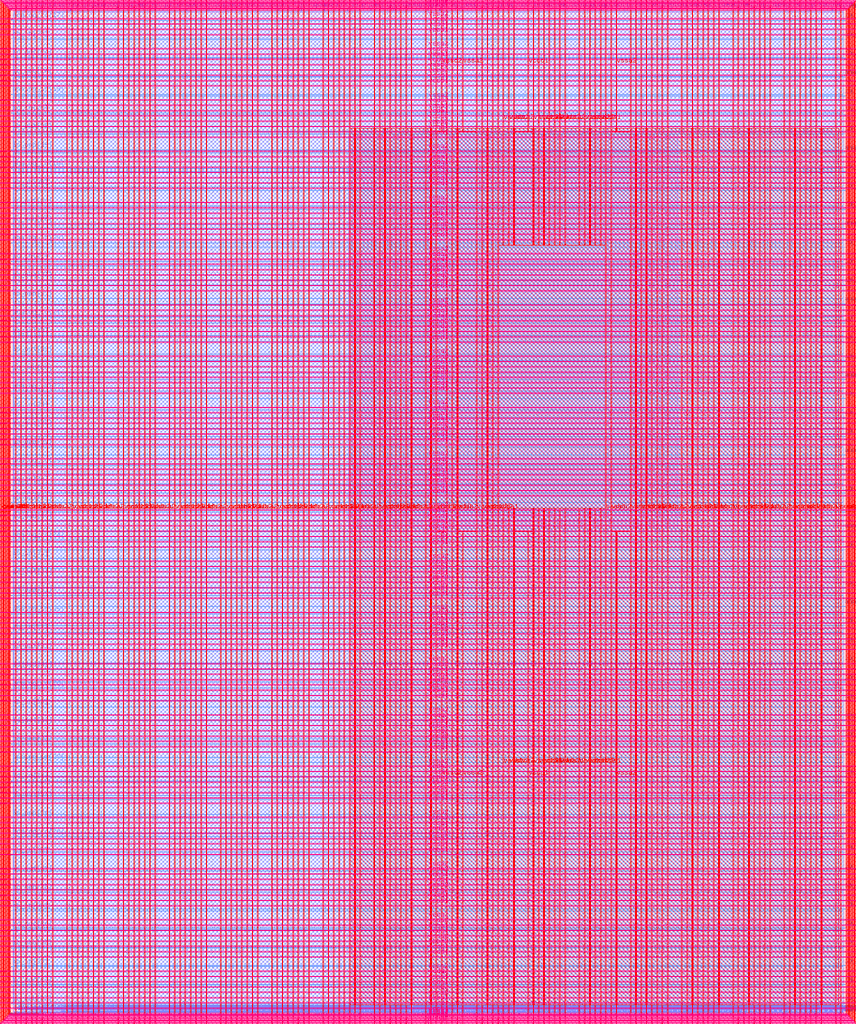
<source format=lef>
VERSION 5.7 ;
  NOWIREEXTENSIONATPIN ON ;
  DIVIDERCHAR "/" ;
  BUSBITCHARS "[]" ;
MACRO user_project_wrapper
  CLASS BLOCK ;
  FOREIGN user_project_wrapper ;
  ORIGIN 0.000 0.000 ;
  SIZE 2920.000 BY 3520.000 ;
  PIN analog_io[0]
    DIRECTION INOUT ;
    USE SIGNAL ;
    PORT
      LAYER met3 ;
        RECT 2917.600 1426.380 2924.800 1427.580 ;
    END
  END analog_io[0]
  PIN analog_io[10]
    DIRECTION INOUT ;
    USE SIGNAL ;
    PORT
      LAYER met2 ;
        RECT 2230.490 3517.600 2231.050 3524.800 ;
    END
  END analog_io[10]
  PIN analog_io[11]
    DIRECTION INOUT ;
    USE SIGNAL ;
    PORT
      LAYER met2 ;
        RECT 1905.730 3517.600 1906.290 3524.800 ;
    END
  END analog_io[11]
  PIN analog_io[12]
    DIRECTION INOUT ;
    USE SIGNAL ;
    PORT
      LAYER met2 ;
        RECT 1581.430 3517.600 1581.990 3524.800 ;
    END
  END analog_io[12]
  PIN analog_io[13]
    DIRECTION INOUT ;
    USE SIGNAL ;
    PORT
      LAYER met2 ;
        RECT 1257.130 3517.600 1257.690 3524.800 ;
    END
  END analog_io[13]
  PIN analog_io[14]
    DIRECTION INOUT ;
    USE SIGNAL ;
    PORT
      LAYER met2 ;
        RECT 932.370 3517.600 932.930 3524.800 ;
    END
  END analog_io[14]
  PIN analog_io[15]
    DIRECTION INOUT ;
    USE SIGNAL ;
    PORT
      LAYER met2 ;
        RECT 608.070 3517.600 608.630 3524.800 ;
    END
  END analog_io[15]
  PIN analog_io[16]
    DIRECTION INOUT ;
    USE SIGNAL ;
    PORT
      LAYER met2 ;
        RECT 283.770 3517.600 284.330 3524.800 ;
    END
  END analog_io[16]
  PIN analog_io[17]
    DIRECTION INOUT ;
    USE SIGNAL ;
    PORT
      LAYER met3 ;
        RECT -4.800 3486.100 2.400 3487.300 ;
    END
  END analog_io[17]
  PIN analog_io[18]
    DIRECTION INOUT ;
    USE SIGNAL ;
    PORT
      LAYER met3 ;
        RECT -4.800 3224.980 2.400 3226.180 ;
    END
  END analog_io[18]
  PIN analog_io[19]
    DIRECTION INOUT ;
    USE SIGNAL ;
    PORT
      LAYER met3 ;
        RECT -4.800 2964.540 2.400 2965.740 ;
    END
  END analog_io[19]
  PIN analog_io[1]
    DIRECTION INOUT ;
    USE SIGNAL ;
    PORT
      LAYER met3 ;
        RECT 2917.600 1692.260 2924.800 1693.460 ;
    END
  END analog_io[1]
  PIN analog_io[20]
    DIRECTION INOUT ;
    USE SIGNAL ;
    PORT
      LAYER met3 ;
        RECT -4.800 2703.420 2.400 2704.620 ;
    END
  END analog_io[20]
  PIN analog_io[21]
    DIRECTION INOUT ;
    USE SIGNAL ;
    PORT
      LAYER met3 ;
        RECT -4.800 2442.980 2.400 2444.180 ;
    END
  END analog_io[21]
  PIN analog_io[22]
    DIRECTION INOUT ;
    USE SIGNAL ;
    PORT
      LAYER met3 ;
        RECT -4.800 2182.540 2.400 2183.740 ;
    END
  END analog_io[22]
  PIN analog_io[23]
    DIRECTION INOUT ;
    USE SIGNAL ;
    PORT
      LAYER met3 ;
        RECT -4.800 1921.420 2.400 1922.620 ;
    END
  END analog_io[23]
  PIN analog_io[24]
    DIRECTION INOUT ;
    USE SIGNAL ;
    PORT
      LAYER met3 ;
        RECT -4.800 1660.980 2.400 1662.180 ;
    END
  END analog_io[24]
  PIN analog_io[25]
    DIRECTION INOUT ;
    USE SIGNAL ;
    PORT
      LAYER met3 ;
        RECT -4.800 1399.860 2.400 1401.060 ;
    END
  END analog_io[25]
  PIN analog_io[26]
    DIRECTION INOUT ;
    USE SIGNAL ;
    PORT
      LAYER met3 ;
        RECT -4.800 1139.420 2.400 1140.620 ;
    END
  END analog_io[26]
  PIN analog_io[27]
    DIRECTION INOUT ;
    USE SIGNAL ;
    PORT
      LAYER met3 ;
        RECT -4.800 878.980 2.400 880.180 ;
    END
  END analog_io[27]
  PIN analog_io[28]
    DIRECTION INOUT ;
    USE SIGNAL ;
    PORT
      LAYER met3 ;
        RECT -4.800 617.860 2.400 619.060 ;
    END
  END analog_io[28]
  PIN analog_io[2]
    DIRECTION INOUT ;
    USE SIGNAL ;
    PORT
      LAYER met3 ;
        RECT 2917.600 1958.140 2924.800 1959.340 ;
    END
  END analog_io[2]
  PIN analog_io[3]
    DIRECTION INOUT ;
    USE SIGNAL ;
    PORT
      LAYER met3 ;
        RECT 2917.600 2223.340 2924.800 2224.540 ;
    END
  END analog_io[3]
  PIN analog_io[4]
    DIRECTION INOUT ;
    USE SIGNAL ;
    PORT
      LAYER met3 ;
        RECT 2917.600 2489.220 2924.800 2490.420 ;
    END
  END analog_io[4]
  PIN analog_io[5]
    DIRECTION INOUT ;
    USE SIGNAL ;
    PORT
      LAYER met3 ;
        RECT 2917.600 2755.100 2924.800 2756.300 ;
    END
  END analog_io[5]
  PIN analog_io[6]
    DIRECTION INOUT ;
    USE SIGNAL ;
    PORT
      LAYER met3 ;
        RECT 2917.600 3020.300 2924.800 3021.500 ;
    END
  END analog_io[6]
  PIN analog_io[7]
    DIRECTION INOUT ;
    USE SIGNAL ;
    PORT
      LAYER met3 ;
        RECT 2917.600 3286.180 2924.800 3287.380 ;
    END
  END analog_io[7]
  PIN analog_io[8]
    DIRECTION INOUT ;
    USE SIGNAL ;
    PORT
      LAYER met2 ;
        RECT 2879.090 3517.600 2879.650 3524.800 ;
    END
  END analog_io[8]
  PIN analog_io[9]
    DIRECTION INOUT ;
    USE SIGNAL ;
    PORT
      LAYER met2 ;
        RECT 2554.790 3517.600 2555.350 3524.800 ;
    END
  END analog_io[9]
  PIN io_in[0]
    DIRECTION INPUT ;
    USE SIGNAL ;
    PORT
      LAYER met3 ;
        RECT 2917.600 32.380 2924.800 33.580 ;
    END
  END io_in[0]
  PIN io_in[10]
    DIRECTION INPUT ;
    USE SIGNAL ;
    PORT
      LAYER met3 ;
        RECT 2917.600 2289.980 2924.800 2291.180 ;
    END
  END io_in[10]
  PIN io_in[11]
    DIRECTION INPUT ;
    USE SIGNAL ;
    PORT
      LAYER met3 ;
        RECT 2917.600 2555.860 2924.800 2557.060 ;
    END
  END io_in[11]
  PIN io_in[12]
    DIRECTION INPUT ;
    USE SIGNAL ;
    PORT
      LAYER met3 ;
        RECT 2917.600 2821.060 2924.800 2822.260 ;
    END
  END io_in[12]
  PIN io_in[13]
    DIRECTION INPUT ;
    USE SIGNAL ;
    PORT
      LAYER met3 ;
        RECT 2917.600 3086.940 2924.800 3088.140 ;
    END
  END io_in[13]
  PIN io_in[14]
    DIRECTION INPUT ;
    USE SIGNAL ;
    PORT
      LAYER met3 ;
        RECT 2917.600 3352.820 2924.800 3354.020 ;
    END
  END io_in[14]
  PIN io_in[15]
    DIRECTION INPUT ;
    USE SIGNAL ;
    PORT
      LAYER met2 ;
        RECT 2798.130 3517.600 2798.690 3524.800 ;
    END
  END io_in[15]
  PIN io_in[16]
    DIRECTION INPUT ;
    USE SIGNAL ;
    PORT
      LAYER met2 ;
        RECT 2473.830 3517.600 2474.390 3524.800 ;
    END
  END io_in[16]
  PIN io_in[17]
    DIRECTION INPUT ;
    USE SIGNAL ;
    PORT
      LAYER met2 ;
        RECT 2149.070 3517.600 2149.630 3524.800 ;
    END
  END io_in[17]
  PIN io_in[18]
    DIRECTION INPUT ;
    USE SIGNAL ;
    PORT
      LAYER met2 ;
        RECT 1824.770 3517.600 1825.330 3524.800 ;
    END
  END io_in[18]
  PIN io_in[19]
    DIRECTION INPUT ;
    USE SIGNAL ;
    PORT
      LAYER met2 ;
        RECT 1500.470 3517.600 1501.030 3524.800 ;
    END
  END io_in[19]
  PIN io_in[1]
    DIRECTION INPUT ;
    USE SIGNAL ;
    PORT
      LAYER met3 ;
        RECT 2917.600 230.940 2924.800 232.140 ;
    END
  END io_in[1]
  PIN io_in[20]
    DIRECTION INPUT ;
    USE SIGNAL ;
    PORT
      LAYER met2 ;
        RECT 1175.710 3517.600 1176.270 3524.800 ;
    END
  END io_in[20]
  PIN io_in[21]
    DIRECTION INPUT ;
    USE SIGNAL ;
    PORT
      LAYER met2 ;
        RECT 851.410 3517.600 851.970 3524.800 ;
    END
  END io_in[21]
  PIN io_in[22]
    DIRECTION INPUT ;
    USE SIGNAL ;
    PORT
      LAYER met2 ;
        RECT 527.110 3517.600 527.670 3524.800 ;
    END
  END io_in[22]
  PIN io_in[23]
    DIRECTION INPUT ;
    USE SIGNAL ;
    PORT
      LAYER met2 ;
        RECT 202.350 3517.600 202.910 3524.800 ;
    END
  END io_in[23]
  PIN io_in[24]
    DIRECTION INPUT ;
    USE SIGNAL ;
    PORT
      LAYER met3 ;
        RECT -4.800 3420.820 2.400 3422.020 ;
    END
  END io_in[24]
  PIN io_in[25]
    DIRECTION INPUT ;
    USE SIGNAL ;
    PORT
      LAYER met3 ;
        RECT -4.800 3159.700 2.400 3160.900 ;
    END
  END io_in[25]
  PIN io_in[26]
    DIRECTION INPUT ;
    USE SIGNAL ;
    PORT
      LAYER met3 ;
        RECT -4.800 2899.260 2.400 2900.460 ;
    END
  END io_in[26]
  PIN io_in[27]
    DIRECTION INPUT ;
    USE SIGNAL ;
    PORT
      LAYER met3 ;
        RECT -4.800 2638.820 2.400 2640.020 ;
    END
  END io_in[27]
  PIN io_in[28]
    DIRECTION INPUT ;
    USE SIGNAL ;
    PORT
      LAYER met3 ;
        RECT -4.800 2377.700 2.400 2378.900 ;
    END
  END io_in[28]
  PIN io_in[29]
    DIRECTION INPUT ;
    USE SIGNAL ;
    PORT
      LAYER met3 ;
        RECT -4.800 2117.260 2.400 2118.460 ;
    END
  END io_in[29]
  PIN io_in[2]
    DIRECTION INPUT ;
    USE SIGNAL ;
    PORT
      LAYER met3 ;
        RECT 2917.600 430.180 2924.800 431.380 ;
    END
  END io_in[2]
  PIN io_in[30]
    DIRECTION INPUT ;
    USE SIGNAL ;
    PORT
      LAYER met3 ;
        RECT -4.800 1856.140 2.400 1857.340 ;
    END
  END io_in[30]
  PIN io_in[31]
    DIRECTION INPUT ;
    USE SIGNAL ;
    PORT
      LAYER met3 ;
        RECT -4.800 1595.700 2.400 1596.900 ;
    END
  END io_in[31]
  PIN io_in[32]
    DIRECTION INPUT ;
    USE SIGNAL ;
    PORT
      LAYER met3 ;
        RECT -4.800 1335.260 2.400 1336.460 ;
    END
  END io_in[32]
  PIN io_in[33]
    DIRECTION INPUT ;
    USE SIGNAL ;
    PORT
      LAYER met3 ;
        RECT -4.800 1074.140 2.400 1075.340 ;
    END
  END io_in[33]
  PIN io_in[34]
    DIRECTION INPUT ;
    USE SIGNAL ;
    PORT
      LAYER met3 ;
        RECT -4.800 813.700 2.400 814.900 ;
    END
  END io_in[34]
  PIN io_in[35]
    DIRECTION INPUT ;
    USE SIGNAL ;
    PORT
      LAYER met3 ;
        RECT -4.800 552.580 2.400 553.780 ;
    END
  END io_in[35]
  PIN io_in[36]
    DIRECTION INPUT ;
    USE SIGNAL ;
    PORT
      LAYER met3 ;
        RECT -4.800 357.420 2.400 358.620 ;
    END
  END io_in[36]
  PIN io_in[37]
    DIRECTION INPUT ;
    USE SIGNAL ;
    PORT
      LAYER met3 ;
        RECT -4.800 161.580 2.400 162.780 ;
    END
  END io_in[37]
  PIN io_in[3]
    DIRECTION INPUT ;
    USE SIGNAL ;
    PORT
      LAYER met3 ;
        RECT 2917.600 629.420 2924.800 630.620 ;
    END
  END io_in[3]
  PIN io_in[4]
    DIRECTION INPUT ;
    USE SIGNAL ;
    PORT
      LAYER met3 ;
        RECT 2917.600 828.660 2924.800 829.860 ;
    END
  END io_in[4]
  PIN io_in[5]
    DIRECTION INPUT ;
    USE SIGNAL ;
    PORT
      LAYER met3 ;
        RECT 2917.600 1027.900 2924.800 1029.100 ;
    END
  END io_in[5]
  PIN io_in[6]
    DIRECTION INPUT ;
    USE SIGNAL ;
    PORT
      LAYER met3 ;
        RECT 2917.600 1227.140 2924.800 1228.340 ;
    END
  END io_in[6]
  PIN io_in[7]
    DIRECTION INPUT ;
    USE SIGNAL ;
    PORT
      LAYER met3 ;
        RECT 2917.600 1493.020 2924.800 1494.220 ;
    END
  END io_in[7]
  PIN io_in[8]
    DIRECTION INPUT ;
    USE SIGNAL ;
    PORT
      LAYER met3 ;
        RECT 2917.600 1758.900 2924.800 1760.100 ;
    END
  END io_in[8]
  PIN io_in[9]
    DIRECTION INPUT ;
    USE SIGNAL ;
    PORT
      LAYER met3 ;
        RECT 2917.600 2024.100 2924.800 2025.300 ;
    END
  END io_in[9]
  PIN io_oeb[0]
    DIRECTION OUTPUT TRISTATE ;
    USE SIGNAL ;
    PORT
      LAYER met3 ;
        RECT 2917.600 164.980 2924.800 166.180 ;
    END
  END io_oeb[0]
  PIN io_oeb[10]
    DIRECTION OUTPUT TRISTATE ;
    USE SIGNAL ;
    PORT
      LAYER met3 ;
        RECT 2917.600 2422.580 2924.800 2423.780 ;
    END
  END io_oeb[10]
  PIN io_oeb[11]
    DIRECTION OUTPUT TRISTATE ;
    USE SIGNAL ;
    PORT
      LAYER met3 ;
        RECT 2917.600 2688.460 2924.800 2689.660 ;
    END
  END io_oeb[11]
  PIN io_oeb[12]
    DIRECTION OUTPUT TRISTATE ;
    USE SIGNAL ;
    PORT
      LAYER met3 ;
        RECT 2917.600 2954.340 2924.800 2955.540 ;
    END
  END io_oeb[12]
  PIN io_oeb[13]
    DIRECTION OUTPUT TRISTATE ;
    USE SIGNAL ;
    PORT
      LAYER met3 ;
        RECT 2917.600 3219.540 2924.800 3220.740 ;
    END
  END io_oeb[13]
  PIN io_oeb[14]
    DIRECTION OUTPUT TRISTATE ;
    USE SIGNAL ;
    PORT
      LAYER met3 ;
        RECT 2917.600 3485.420 2924.800 3486.620 ;
    END
  END io_oeb[14]
  PIN io_oeb[15]
    DIRECTION OUTPUT TRISTATE ;
    USE SIGNAL ;
    PORT
      LAYER met2 ;
        RECT 2635.750 3517.600 2636.310 3524.800 ;
    END
  END io_oeb[15]
  PIN io_oeb[16]
    DIRECTION OUTPUT TRISTATE ;
    USE SIGNAL ;
    PORT
      LAYER met2 ;
        RECT 2311.450 3517.600 2312.010 3524.800 ;
    END
  END io_oeb[16]
  PIN io_oeb[17]
    DIRECTION OUTPUT TRISTATE ;
    USE SIGNAL ;
    PORT
      LAYER met2 ;
        RECT 1987.150 3517.600 1987.710 3524.800 ;
    END
  END io_oeb[17]
  PIN io_oeb[18]
    DIRECTION OUTPUT TRISTATE ;
    USE SIGNAL ;
    PORT
      LAYER met2 ;
        RECT 1662.390 3517.600 1662.950 3524.800 ;
    END
  END io_oeb[18]
  PIN io_oeb[19]
    DIRECTION OUTPUT TRISTATE ;
    USE SIGNAL ;
    PORT
      LAYER met2 ;
        RECT 1338.090 3517.600 1338.650 3524.800 ;
    END
  END io_oeb[19]
  PIN io_oeb[1]
    DIRECTION OUTPUT TRISTATE ;
    USE SIGNAL ;
    PORT
      LAYER met3 ;
        RECT 2917.600 364.220 2924.800 365.420 ;
    END
  END io_oeb[1]
  PIN io_oeb[20]
    DIRECTION OUTPUT TRISTATE ;
    USE SIGNAL ;
    PORT
      LAYER met2 ;
        RECT 1013.790 3517.600 1014.350 3524.800 ;
    END
  END io_oeb[20]
  PIN io_oeb[21]
    DIRECTION OUTPUT TRISTATE ;
    USE SIGNAL ;
    PORT
      LAYER met2 ;
        RECT 689.030 3517.600 689.590 3524.800 ;
    END
  END io_oeb[21]
  PIN io_oeb[22]
    DIRECTION OUTPUT TRISTATE ;
    USE SIGNAL ;
    PORT
      LAYER met2 ;
        RECT 364.730 3517.600 365.290 3524.800 ;
    END
  END io_oeb[22]
  PIN io_oeb[23]
    DIRECTION OUTPUT TRISTATE ;
    USE SIGNAL ;
    PORT
      LAYER met2 ;
        RECT 40.430 3517.600 40.990 3524.800 ;
    END
  END io_oeb[23]
  PIN io_oeb[24]
    DIRECTION OUTPUT TRISTATE ;
    USE SIGNAL ;
    PORT
      LAYER met3 ;
        RECT -4.800 3290.260 2.400 3291.460 ;
    END
  END io_oeb[24]
  PIN io_oeb[25]
    DIRECTION OUTPUT TRISTATE ;
    USE SIGNAL ;
    PORT
      LAYER met3 ;
        RECT -4.800 3029.820 2.400 3031.020 ;
    END
  END io_oeb[25]
  PIN io_oeb[26]
    DIRECTION OUTPUT TRISTATE ;
    USE SIGNAL ;
    PORT
      LAYER met3 ;
        RECT -4.800 2768.700 2.400 2769.900 ;
    END
  END io_oeb[26]
  PIN io_oeb[27]
    DIRECTION OUTPUT TRISTATE ;
    USE SIGNAL ;
    PORT
      LAYER met3 ;
        RECT -4.800 2508.260 2.400 2509.460 ;
    END
  END io_oeb[27]
  PIN io_oeb[28]
    DIRECTION OUTPUT TRISTATE ;
    USE SIGNAL ;
    PORT
      LAYER met3 ;
        RECT -4.800 2247.140 2.400 2248.340 ;
    END
  END io_oeb[28]
  PIN io_oeb[29]
    DIRECTION OUTPUT TRISTATE ;
    USE SIGNAL ;
    PORT
      LAYER met3 ;
        RECT -4.800 1986.700 2.400 1987.900 ;
    END
  END io_oeb[29]
  PIN io_oeb[2]
    DIRECTION OUTPUT TRISTATE ;
    USE SIGNAL ;
    PORT
      LAYER met3 ;
        RECT 2917.600 563.460 2924.800 564.660 ;
    END
  END io_oeb[2]
  PIN io_oeb[30]
    DIRECTION OUTPUT TRISTATE ;
    USE SIGNAL ;
    PORT
      LAYER met3 ;
        RECT -4.800 1726.260 2.400 1727.460 ;
    END
  END io_oeb[30]
  PIN io_oeb[31]
    DIRECTION OUTPUT TRISTATE ;
    USE SIGNAL ;
    PORT
      LAYER met3 ;
        RECT -4.800 1465.140 2.400 1466.340 ;
    END
  END io_oeb[31]
  PIN io_oeb[32]
    DIRECTION OUTPUT TRISTATE ;
    USE SIGNAL ;
    PORT
      LAYER met3 ;
        RECT -4.800 1204.700 2.400 1205.900 ;
    END
  END io_oeb[32]
  PIN io_oeb[33]
    DIRECTION OUTPUT TRISTATE ;
    USE SIGNAL ;
    PORT
      LAYER met3 ;
        RECT -4.800 943.580 2.400 944.780 ;
    END
  END io_oeb[33]
  PIN io_oeb[34]
    DIRECTION OUTPUT TRISTATE ;
    USE SIGNAL ;
    PORT
      LAYER met3 ;
        RECT -4.800 683.140 2.400 684.340 ;
    END
  END io_oeb[34]
  PIN io_oeb[35]
    DIRECTION OUTPUT TRISTATE ;
    USE SIGNAL ;
    PORT
      LAYER met3 ;
        RECT -4.800 422.700 2.400 423.900 ;
    END
  END io_oeb[35]
  PIN io_oeb[36]
    DIRECTION OUTPUT TRISTATE ;
    USE SIGNAL ;
    PORT
      LAYER met3 ;
        RECT -4.800 226.860 2.400 228.060 ;
    END
  END io_oeb[36]
  PIN io_oeb[37]
    DIRECTION OUTPUT TRISTATE ;
    USE SIGNAL ;
    PORT
      LAYER met3 ;
        RECT -4.800 31.700 2.400 32.900 ;
    END
  END io_oeb[37]
  PIN io_oeb[3]
    DIRECTION OUTPUT TRISTATE ;
    USE SIGNAL ;
    PORT
      LAYER met3 ;
        RECT 2917.600 762.700 2924.800 763.900 ;
    END
  END io_oeb[3]
  PIN io_oeb[4]
    DIRECTION OUTPUT TRISTATE ;
    USE SIGNAL ;
    PORT
      LAYER met3 ;
        RECT 2917.600 961.940 2924.800 963.140 ;
    END
  END io_oeb[4]
  PIN io_oeb[5]
    DIRECTION OUTPUT TRISTATE ;
    USE SIGNAL ;
    PORT
      LAYER met3 ;
        RECT 2917.600 1161.180 2924.800 1162.380 ;
    END
  END io_oeb[5]
  PIN io_oeb[6]
    DIRECTION OUTPUT TRISTATE ;
    USE SIGNAL ;
    PORT
      LAYER met3 ;
        RECT 2917.600 1360.420 2924.800 1361.620 ;
    END
  END io_oeb[6]
  PIN io_oeb[7]
    DIRECTION OUTPUT TRISTATE ;
    USE SIGNAL ;
    PORT
      LAYER met3 ;
        RECT 2917.600 1625.620 2924.800 1626.820 ;
    END
  END io_oeb[7]
  PIN io_oeb[8]
    DIRECTION OUTPUT TRISTATE ;
    USE SIGNAL ;
    PORT
      LAYER met3 ;
        RECT 2917.600 1891.500 2924.800 1892.700 ;
    END
  END io_oeb[8]
  PIN io_oeb[9]
    DIRECTION OUTPUT TRISTATE ;
    USE SIGNAL ;
    PORT
      LAYER met3 ;
        RECT 2917.600 2157.380 2924.800 2158.580 ;
    END
  END io_oeb[9]
  PIN io_out[0]
    DIRECTION OUTPUT TRISTATE ;
    USE SIGNAL ;
    PORT
      LAYER met3 ;
        RECT 2917.600 98.340 2924.800 99.540 ;
    END
  END io_out[0]
  PIN io_out[10]
    DIRECTION OUTPUT TRISTATE ;
    USE SIGNAL ;
    PORT
      LAYER met3 ;
        RECT 2917.600 2356.620 2924.800 2357.820 ;
    END
  END io_out[10]
  PIN io_out[11]
    DIRECTION OUTPUT TRISTATE ;
    USE SIGNAL ;
    PORT
      LAYER met3 ;
        RECT 2917.600 2621.820 2924.800 2623.020 ;
    END
  END io_out[11]
  PIN io_out[12]
    DIRECTION OUTPUT TRISTATE ;
    USE SIGNAL ;
    PORT
      LAYER met3 ;
        RECT 2917.600 2887.700 2924.800 2888.900 ;
    END
  END io_out[12]
  PIN io_out[13]
    DIRECTION OUTPUT TRISTATE ;
    USE SIGNAL ;
    PORT
      LAYER met3 ;
        RECT 2917.600 3153.580 2924.800 3154.780 ;
    END
  END io_out[13]
  PIN io_out[14]
    DIRECTION OUTPUT TRISTATE ;
    USE SIGNAL ;
    PORT
      LAYER met3 ;
        RECT 2917.600 3418.780 2924.800 3419.980 ;
    END
  END io_out[14]
  PIN io_out[15]
    DIRECTION OUTPUT TRISTATE ;
    USE SIGNAL ;
    PORT
      LAYER met2 ;
        RECT 2717.170 3517.600 2717.730 3524.800 ;
    END
  END io_out[15]
  PIN io_out[16]
    DIRECTION OUTPUT TRISTATE ;
    USE SIGNAL ;
    PORT
      LAYER met2 ;
        RECT 2392.410 3517.600 2392.970 3524.800 ;
    END
  END io_out[16]
  PIN io_out[17]
    DIRECTION OUTPUT TRISTATE ;
    USE SIGNAL ;
    PORT
      LAYER met2 ;
        RECT 2068.110 3517.600 2068.670 3524.800 ;
    END
  END io_out[17]
  PIN io_out[18]
    DIRECTION OUTPUT TRISTATE ;
    USE SIGNAL ;
    PORT
      LAYER met2 ;
        RECT 1743.810 3517.600 1744.370 3524.800 ;
    END
  END io_out[18]
  PIN io_out[19]
    DIRECTION OUTPUT TRISTATE ;
    USE SIGNAL ;
    PORT
      LAYER met2 ;
        RECT 1419.050 3517.600 1419.610 3524.800 ;
    END
  END io_out[19]
  PIN io_out[1]
    DIRECTION OUTPUT TRISTATE ;
    USE SIGNAL ;
    PORT
      LAYER met3 ;
        RECT 2917.600 297.580 2924.800 298.780 ;
    END
  END io_out[1]
  PIN io_out[20]
    DIRECTION OUTPUT TRISTATE ;
    USE SIGNAL ;
    PORT
      LAYER met2 ;
        RECT 1094.750 3517.600 1095.310 3524.800 ;
    END
  END io_out[20]
  PIN io_out[21]
    DIRECTION OUTPUT TRISTATE ;
    USE SIGNAL ;
    PORT
      LAYER met2 ;
        RECT 770.450 3517.600 771.010 3524.800 ;
    END
  END io_out[21]
  PIN io_out[22]
    DIRECTION OUTPUT TRISTATE ;
    USE SIGNAL ;
    PORT
      LAYER met2 ;
        RECT 445.690 3517.600 446.250 3524.800 ;
    END
  END io_out[22]
  PIN io_out[23]
    DIRECTION OUTPUT TRISTATE ;
    USE SIGNAL ;
    PORT
      LAYER met2 ;
        RECT 121.390 3517.600 121.950 3524.800 ;
    END
  END io_out[23]
  PIN io_out[24]
    DIRECTION OUTPUT TRISTATE ;
    USE SIGNAL ;
    PORT
      LAYER met3 ;
        RECT -4.800 3355.540 2.400 3356.740 ;
    END
  END io_out[24]
  PIN io_out[25]
    DIRECTION OUTPUT TRISTATE ;
    USE SIGNAL ;
    PORT
      LAYER met3 ;
        RECT -4.800 3095.100 2.400 3096.300 ;
    END
  END io_out[25]
  PIN io_out[26]
    DIRECTION OUTPUT TRISTATE ;
    USE SIGNAL ;
    PORT
      LAYER met3 ;
        RECT -4.800 2833.980 2.400 2835.180 ;
    END
  END io_out[26]
  PIN io_out[27]
    DIRECTION OUTPUT TRISTATE ;
    USE SIGNAL ;
    PORT
      LAYER met3 ;
        RECT -4.800 2573.540 2.400 2574.740 ;
    END
  END io_out[27]
  PIN io_out[28]
    DIRECTION OUTPUT TRISTATE ;
    USE SIGNAL ;
    PORT
      LAYER met3 ;
        RECT -4.800 2312.420 2.400 2313.620 ;
    END
  END io_out[28]
  PIN io_out[29]
    DIRECTION OUTPUT TRISTATE ;
    USE SIGNAL ;
    PORT
      LAYER met3 ;
        RECT -4.800 2051.980 2.400 2053.180 ;
    END
  END io_out[29]
  PIN io_out[2]
    DIRECTION OUTPUT TRISTATE ;
    USE SIGNAL ;
    PORT
      LAYER met3 ;
        RECT 2917.600 496.820 2924.800 498.020 ;
    END
  END io_out[2]
  PIN io_out[30]
    DIRECTION OUTPUT TRISTATE ;
    USE SIGNAL ;
    PORT
      LAYER met3 ;
        RECT -4.800 1791.540 2.400 1792.740 ;
    END
  END io_out[30]
  PIN io_out[31]
    DIRECTION OUTPUT TRISTATE ;
    USE SIGNAL ;
    PORT
      LAYER met3 ;
        RECT -4.800 1530.420 2.400 1531.620 ;
    END
  END io_out[31]
  PIN io_out[32]
    DIRECTION OUTPUT TRISTATE ;
    USE SIGNAL ;
    PORT
      LAYER met3 ;
        RECT -4.800 1269.980 2.400 1271.180 ;
    END
  END io_out[32]
  PIN io_out[33]
    DIRECTION OUTPUT TRISTATE ;
    USE SIGNAL ;
    PORT
      LAYER met3 ;
        RECT -4.800 1008.860 2.400 1010.060 ;
    END
  END io_out[33]
  PIN io_out[34]
    DIRECTION OUTPUT TRISTATE ;
    USE SIGNAL ;
    PORT
      LAYER met3 ;
        RECT -4.800 748.420 2.400 749.620 ;
    END
  END io_out[34]
  PIN io_out[35]
    DIRECTION OUTPUT TRISTATE ;
    USE SIGNAL ;
    PORT
      LAYER met3 ;
        RECT -4.800 487.300 2.400 488.500 ;
    END
  END io_out[35]
  PIN io_out[36]
    DIRECTION OUTPUT TRISTATE ;
    USE SIGNAL ;
    PORT
      LAYER met3 ;
        RECT -4.800 292.140 2.400 293.340 ;
    END
  END io_out[36]
  PIN io_out[37]
    DIRECTION OUTPUT TRISTATE ;
    USE SIGNAL ;
    PORT
      LAYER met3 ;
        RECT -4.800 96.300 2.400 97.500 ;
    END
  END io_out[37]
  PIN io_out[3]
    DIRECTION OUTPUT TRISTATE ;
    USE SIGNAL ;
    PORT
      LAYER met3 ;
        RECT 2917.600 696.060 2924.800 697.260 ;
    END
  END io_out[3]
  PIN io_out[4]
    DIRECTION OUTPUT TRISTATE ;
    USE SIGNAL ;
    PORT
      LAYER met3 ;
        RECT 2917.600 895.300 2924.800 896.500 ;
    END
  END io_out[4]
  PIN io_out[5]
    DIRECTION OUTPUT TRISTATE ;
    USE SIGNAL ;
    PORT
      LAYER met3 ;
        RECT 2917.600 1094.540 2924.800 1095.740 ;
    END
  END io_out[5]
  PIN io_out[6]
    DIRECTION OUTPUT TRISTATE ;
    USE SIGNAL ;
    PORT
      LAYER met3 ;
        RECT 2917.600 1293.780 2924.800 1294.980 ;
    END
  END io_out[6]
  PIN io_out[7]
    DIRECTION OUTPUT TRISTATE ;
    USE SIGNAL ;
    PORT
      LAYER met3 ;
        RECT 2917.600 1559.660 2924.800 1560.860 ;
    END
  END io_out[7]
  PIN io_out[8]
    DIRECTION OUTPUT TRISTATE ;
    USE SIGNAL ;
    PORT
      LAYER met3 ;
        RECT 2917.600 1824.860 2924.800 1826.060 ;
    END
  END io_out[8]
  PIN io_out[9]
    DIRECTION OUTPUT TRISTATE ;
    USE SIGNAL ;
    PORT
      LAYER met3 ;
        RECT 2917.600 2090.740 2924.800 2091.940 ;
    END
  END io_out[9]
  PIN la_data_in[0]
    DIRECTION INPUT ;
    USE SIGNAL ;
    PORT
      LAYER met2 ;
        RECT 629.230 -4.800 629.790 2.400 ;
    END
  END la_data_in[0]
  PIN la_data_in[100]
    DIRECTION INPUT ;
    USE SIGNAL ;
    PORT
      LAYER met2 ;
        RECT 2402.530 -4.800 2403.090 2.400 ;
    END
  END la_data_in[100]
  PIN la_data_in[101]
    DIRECTION INPUT ;
    USE SIGNAL ;
    PORT
      LAYER met2 ;
        RECT 2420.010 -4.800 2420.570 2.400 ;
    END
  END la_data_in[101]
  PIN la_data_in[102]
    DIRECTION INPUT ;
    USE SIGNAL ;
    PORT
      LAYER met2 ;
        RECT 2437.950 -4.800 2438.510 2.400 ;
    END
  END la_data_in[102]
  PIN la_data_in[103]
    DIRECTION INPUT ;
    USE SIGNAL ;
    PORT
      LAYER met2 ;
        RECT 2455.430 -4.800 2455.990 2.400 ;
    END
  END la_data_in[103]
  PIN la_data_in[104]
    DIRECTION INPUT ;
    USE SIGNAL ;
    PORT
      LAYER met2 ;
        RECT 2473.370 -4.800 2473.930 2.400 ;
    END
  END la_data_in[104]
  PIN la_data_in[105]
    DIRECTION INPUT ;
    USE SIGNAL ;
    PORT
      LAYER met2 ;
        RECT 2490.850 -4.800 2491.410 2.400 ;
    END
  END la_data_in[105]
  PIN la_data_in[106]
    DIRECTION INPUT ;
    USE SIGNAL ;
    PORT
      LAYER met2 ;
        RECT 2508.790 -4.800 2509.350 2.400 ;
    END
  END la_data_in[106]
  PIN la_data_in[107]
    DIRECTION INPUT ;
    USE SIGNAL ;
    PORT
      LAYER met2 ;
        RECT 2526.730 -4.800 2527.290 2.400 ;
    END
  END la_data_in[107]
  PIN la_data_in[108]
    DIRECTION INPUT ;
    USE SIGNAL ;
    PORT
      LAYER met2 ;
        RECT 2544.210 -4.800 2544.770 2.400 ;
    END
  END la_data_in[108]
  PIN la_data_in[109]
    DIRECTION INPUT ;
    USE SIGNAL ;
    PORT
      LAYER met2 ;
        RECT 2562.150 -4.800 2562.710 2.400 ;
    END
  END la_data_in[109]
  PIN la_data_in[10]
    DIRECTION INPUT ;
    USE SIGNAL ;
    PORT
      LAYER met2 ;
        RECT 806.330 -4.800 806.890 2.400 ;
    END
  END la_data_in[10]
  PIN la_data_in[110]
    DIRECTION INPUT ;
    USE SIGNAL ;
    PORT
      LAYER met2 ;
        RECT 2579.630 -4.800 2580.190 2.400 ;
    END
  END la_data_in[110]
  PIN la_data_in[111]
    DIRECTION INPUT ;
    USE SIGNAL ;
    PORT
      LAYER met2 ;
        RECT 2597.570 -4.800 2598.130 2.400 ;
    END
  END la_data_in[111]
  PIN la_data_in[112]
    DIRECTION INPUT ;
    USE SIGNAL ;
    PORT
      LAYER met2 ;
        RECT 2615.050 -4.800 2615.610 2.400 ;
    END
  END la_data_in[112]
  PIN la_data_in[113]
    DIRECTION INPUT ;
    USE SIGNAL ;
    PORT
      LAYER met2 ;
        RECT 2632.990 -4.800 2633.550 2.400 ;
    END
  END la_data_in[113]
  PIN la_data_in[114]
    DIRECTION INPUT ;
    USE SIGNAL ;
    PORT
      LAYER met2 ;
        RECT 2650.470 -4.800 2651.030 2.400 ;
    END
  END la_data_in[114]
  PIN la_data_in[115]
    DIRECTION INPUT ;
    USE SIGNAL ;
    PORT
      LAYER met2 ;
        RECT 2668.410 -4.800 2668.970 2.400 ;
    END
  END la_data_in[115]
  PIN la_data_in[116]
    DIRECTION INPUT ;
    USE SIGNAL ;
    PORT
      LAYER met2 ;
        RECT 2685.890 -4.800 2686.450 2.400 ;
    END
  END la_data_in[116]
  PIN la_data_in[117]
    DIRECTION INPUT ;
    USE SIGNAL ;
    PORT
      LAYER met2 ;
        RECT 2703.830 -4.800 2704.390 2.400 ;
    END
  END la_data_in[117]
  PIN la_data_in[118]
    DIRECTION INPUT ;
    USE SIGNAL ;
    PORT
      LAYER met2 ;
        RECT 2721.770 -4.800 2722.330 2.400 ;
    END
  END la_data_in[118]
  PIN la_data_in[119]
    DIRECTION INPUT ;
    USE SIGNAL ;
    PORT
      LAYER met2 ;
        RECT 2739.250 -4.800 2739.810 2.400 ;
    END
  END la_data_in[119]
  PIN la_data_in[11]
    DIRECTION INPUT ;
    USE SIGNAL ;
    PORT
      LAYER met2 ;
        RECT 824.270 -4.800 824.830 2.400 ;
    END
  END la_data_in[11]
  PIN la_data_in[120]
    DIRECTION INPUT ;
    USE SIGNAL ;
    PORT
      LAYER met2 ;
        RECT 2757.190 -4.800 2757.750 2.400 ;
    END
  END la_data_in[120]
  PIN la_data_in[121]
    DIRECTION INPUT ;
    USE SIGNAL ;
    PORT
      LAYER met2 ;
        RECT 2774.670 -4.800 2775.230 2.400 ;
    END
  END la_data_in[121]
  PIN la_data_in[122]
    DIRECTION INPUT ;
    USE SIGNAL ;
    PORT
      LAYER met2 ;
        RECT 2792.610 -4.800 2793.170 2.400 ;
    END
  END la_data_in[122]
  PIN la_data_in[123]
    DIRECTION INPUT ;
    USE SIGNAL ;
    PORT
      LAYER met2 ;
        RECT 2810.090 -4.800 2810.650 2.400 ;
    END
  END la_data_in[123]
  PIN la_data_in[124]
    DIRECTION INPUT ;
    USE SIGNAL ;
    PORT
      LAYER met2 ;
        RECT 2828.030 -4.800 2828.590 2.400 ;
    END
  END la_data_in[124]
  PIN la_data_in[125]
    DIRECTION INPUT ;
    USE SIGNAL ;
    PORT
      LAYER met2 ;
        RECT 2845.510 -4.800 2846.070 2.400 ;
    END
  END la_data_in[125]
  PIN la_data_in[126]
    DIRECTION INPUT ;
    USE SIGNAL ;
    PORT
      LAYER met2 ;
        RECT 2863.450 -4.800 2864.010 2.400 ;
    END
  END la_data_in[126]
  PIN la_data_in[127]
    DIRECTION INPUT ;
    USE SIGNAL ;
    PORT
      LAYER met2 ;
        RECT 2881.390 -4.800 2881.950 2.400 ;
    END
  END la_data_in[127]
  PIN la_data_in[12]
    DIRECTION INPUT ;
    USE SIGNAL ;
    PORT
      LAYER met2 ;
        RECT 841.750 -4.800 842.310 2.400 ;
    END
  END la_data_in[12]
  PIN la_data_in[13]
    DIRECTION INPUT ;
    USE SIGNAL ;
    PORT
      LAYER met2 ;
        RECT 859.690 -4.800 860.250 2.400 ;
    END
  END la_data_in[13]
  PIN la_data_in[14]
    DIRECTION INPUT ;
    USE SIGNAL ;
    PORT
      LAYER met2 ;
        RECT 877.170 -4.800 877.730 2.400 ;
    END
  END la_data_in[14]
  PIN la_data_in[15]
    DIRECTION INPUT ;
    USE SIGNAL ;
    PORT
      LAYER met2 ;
        RECT 895.110 -4.800 895.670 2.400 ;
    END
  END la_data_in[15]
  PIN la_data_in[16]
    DIRECTION INPUT ;
    USE SIGNAL ;
    PORT
      LAYER met2 ;
        RECT 912.590 -4.800 913.150 2.400 ;
    END
  END la_data_in[16]
  PIN la_data_in[17]
    DIRECTION INPUT ;
    USE SIGNAL ;
    PORT
      LAYER met2 ;
        RECT 930.530 -4.800 931.090 2.400 ;
    END
  END la_data_in[17]
  PIN la_data_in[18]
    DIRECTION INPUT ;
    USE SIGNAL ;
    PORT
      LAYER met2 ;
        RECT 948.470 -4.800 949.030 2.400 ;
    END
  END la_data_in[18]
  PIN la_data_in[19]
    DIRECTION INPUT ;
    USE SIGNAL ;
    PORT
      LAYER met2 ;
        RECT 965.950 -4.800 966.510 2.400 ;
    END
  END la_data_in[19]
  PIN la_data_in[1]
    DIRECTION INPUT ;
    USE SIGNAL ;
    PORT
      LAYER met2 ;
        RECT 646.710 -4.800 647.270 2.400 ;
    END
  END la_data_in[1]
  PIN la_data_in[20]
    DIRECTION INPUT ;
    USE SIGNAL ;
    PORT
      LAYER met2 ;
        RECT 983.890 -4.800 984.450 2.400 ;
    END
  END la_data_in[20]
  PIN la_data_in[21]
    DIRECTION INPUT ;
    USE SIGNAL ;
    PORT
      LAYER met2 ;
        RECT 1001.370 -4.800 1001.930 2.400 ;
    END
  END la_data_in[21]
  PIN la_data_in[22]
    DIRECTION INPUT ;
    USE SIGNAL ;
    PORT
      LAYER met2 ;
        RECT 1019.310 -4.800 1019.870 2.400 ;
    END
  END la_data_in[22]
  PIN la_data_in[23]
    DIRECTION INPUT ;
    USE SIGNAL ;
    PORT
      LAYER met2 ;
        RECT 1036.790 -4.800 1037.350 2.400 ;
    END
  END la_data_in[23]
  PIN la_data_in[24]
    DIRECTION INPUT ;
    USE SIGNAL ;
    PORT
      LAYER met2 ;
        RECT 1054.730 -4.800 1055.290 2.400 ;
    END
  END la_data_in[24]
  PIN la_data_in[25]
    DIRECTION INPUT ;
    USE SIGNAL ;
    PORT
      LAYER met2 ;
        RECT 1072.210 -4.800 1072.770 2.400 ;
    END
  END la_data_in[25]
  PIN la_data_in[26]
    DIRECTION INPUT ;
    USE SIGNAL ;
    PORT
      LAYER met2 ;
        RECT 1090.150 -4.800 1090.710 2.400 ;
    END
  END la_data_in[26]
  PIN la_data_in[27]
    DIRECTION INPUT ;
    USE SIGNAL ;
    PORT
      LAYER met2 ;
        RECT 1107.630 -4.800 1108.190 2.400 ;
    END
  END la_data_in[27]
  PIN la_data_in[28]
    DIRECTION INPUT ;
    USE SIGNAL ;
    PORT
      LAYER met2 ;
        RECT 1125.570 -4.800 1126.130 2.400 ;
    END
  END la_data_in[28]
  PIN la_data_in[29]
    DIRECTION INPUT ;
    USE SIGNAL ;
    PORT
      LAYER met2 ;
        RECT 1143.510 -4.800 1144.070 2.400 ;
    END
  END la_data_in[29]
  PIN la_data_in[2]
    DIRECTION INPUT ;
    USE SIGNAL ;
    PORT
      LAYER met2 ;
        RECT 664.650 -4.800 665.210 2.400 ;
    END
  END la_data_in[2]
  PIN la_data_in[30]
    DIRECTION INPUT ;
    USE SIGNAL ;
    PORT
      LAYER met2 ;
        RECT 1160.990 -4.800 1161.550 2.400 ;
    END
  END la_data_in[30]
  PIN la_data_in[31]
    DIRECTION INPUT ;
    USE SIGNAL ;
    PORT
      LAYER met2 ;
        RECT 1178.930 -4.800 1179.490 2.400 ;
    END
  END la_data_in[31]
  PIN la_data_in[32]
    DIRECTION INPUT ;
    USE SIGNAL ;
    PORT
      LAYER met2 ;
        RECT 1196.410 -4.800 1196.970 2.400 ;
    END
  END la_data_in[32]
  PIN la_data_in[33]
    DIRECTION INPUT ;
    USE SIGNAL ;
    PORT
      LAYER met2 ;
        RECT 1214.350 -4.800 1214.910 2.400 ;
    END
  END la_data_in[33]
  PIN la_data_in[34]
    DIRECTION INPUT ;
    USE SIGNAL ;
    PORT
      LAYER met2 ;
        RECT 1231.830 -4.800 1232.390 2.400 ;
    END
  END la_data_in[34]
  PIN la_data_in[35]
    DIRECTION INPUT ;
    USE SIGNAL ;
    PORT
      LAYER met2 ;
        RECT 1249.770 -4.800 1250.330 2.400 ;
    END
  END la_data_in[35]
  PIN la_data_in[36]
    DIRECTION INPUT ;
    USE SIGNAL ;
    PORT
      LAYER met2 ;
        RECT 1267.250 -4.800 1267.810 2.400 ;
    END
  END la_data_in[36]
  PIN la_data_in[37]
    DIRECTION INPUT ;
    USE SIGNAL ;
    PORT
      LAYER met2 ;
        RECT 1285.190 -4.800 1285.750 2.400 ;
    END
  END la_data_in[37]
  PIN la_data_in[38]
    DIRECTION INPUT ;
    USE SIGNAL ;
    PORT
      LAYER met2 ;
        RECT 1303.130 -4.800 1303.690 2.400 ;
    END
  END la_data_in[38]
  PIN la_data_in[39]
    DIRECTION INPUT ;
    USE SIGNAL ;
    PORT
      LAYER met2 ;
        RECT 1320.610 -4.800 1321.170 2.400 ;
    END
  END la_data_in[39]
  PIN la_data_in[3]
    DIRECTION INPUT ;
    USE SIGNAL ;
    PORT
      LAYER met2 ;
        RECT 682.130 -4.800 682.690 2.400 ;
    END
  END la_data_in[3]
  PIN la_data_in[40]
    DIRECTION INPUT ;
    USE SIGNAL ;
    PORT
      LAYER met2 ;
        RECT 1338.550 -4.800 1339.110 2.400 ;
    END
  END la_data_in[40]
  PIN la_data_in[41]
    DIRECTION INPUT ;
    USE SIGNAL ;
    PORT
      LAYER met2 ;
        RECT 1356.030 -4.800 1356.590 2.400 ;
    END
  END la_data_in[41]
  PIN la_data_in[42]
    DIRECTION INPUT ;
    USE SIGNAL ;
    PORT
      LAYER met2 ;
        RECT 1373.970 -4.800 1374.530 2.400 ;
    END
  END la_data_in[42]
  PIN la_data_in[43]
    DIRECTION INPUT ;
    USE SIGNAL ;
    PORT
      LAYER met2 ;
        RECT 1391.450 -4.800 1392.010 2.400 ;
    END
  END la_data_in[43]
  PIN la_data_in[44]
    DIRECTION INPUT ;
    USE SIGNAL ;
    PORT
      LAYER met2 ;
        RECT 1409.390 -4.800 1409.950 2.400 ;
    END
  END la_data_in[44]
  PIN la_data_in[45]
    DIRECTION INPUT ;
    USE SIGNAL ;
    PORT
      LAYER met2 ;
        RECT 1426.870 -4.800 1427.430 2.400 ;
    END
  END la_data_in[45]
  PIN la_data_in[46]
    DIRECTION INPUT ;
    USE SIGNAL ;
    PORT
      LAYER met2 ;
        RECT 1444.810 -4.800 1445.370 2.400 ;
    END
  END la_data_in[46]
  PIN la_data_in[47]
    DIRECTION INPUT ;
    USE SIGNAL ;
    PORT
      LAYER met2 ;
        RECT 1462.750 -4.800 1463.310 2.400 ;
    END
  END la_data_in[47]
  PIN la_data_in[48]
    DIRECTION INPUT ;
    USE SIGNAL ;
    PORT
      LAYER met2 ;
        RECT 1480.230 -4.800 1480.790 2.400 ;
    END
  END la_data_in[48]
  PIN la_data_in[49]
    DIRECTION INPUT ;
    USE SIGNAL ;
    PORT
      LAYER met2 ;
        RECT 1498.170 -4.800 1498.730 2.400 ;
    END
  END la_data_in[49]
  PIN la_data_in[4]
    DIRECTION INPUT ;
    USE SIGNAL ;
    PORT
      LAYER met2 ;
        RECT 700.070 -4.800 700.630 2.400 ;
    END
  END la_data_in[4]
  PIN la_data_in[50]
    DIRECTION INPUT ;
    USE SIGNAL ;
    PORT
      LAYER met2 ;
        RECT 1515.650 -4.800 1516.210 2.400 ;
    END
  END la_data_in[50]
  PIN la_data_in[51]
    DIRECTION INPUT ;
    USE SIGNAL ;
    PORT
      LAYER met2 ;
        RECT 1533.590 -4.800 1534.150 2.400 ;
    END
  END la_data_in[51]
  PIN la_data_in[52]
    DIRECTION INPUT ;
    USE SIGNAL ;
    PORT
      LAYER met2 ;
        RECT 1551.070 -4.800 1551.630 2.400 ;
    END
  END la_data_in[52]
  PIN la_data_in[53]
    DIRECTION INPUT ;
    USE SIGNAL ;
    PORT
      LAYER met2 ;
        RECT 1569.010 -4.800 1569.570 2.400 ;
    END
  END la_data_in[53]
  PIN la_data_in[54]
    DIRECTION INPUT ;
    USE SIGNAL ;
    PORT
      LAYER met2 ;
        RECT 1586.490 -4.800 1587.050 2.400 ;
    END
  END la_data_in[54]
  PIN la_data_in[55]
    DIRECTION INPUT ;
    USE SIGNAL ;
    PORT
      LAYER met2 ;
        RECT 1604.430 -4.800 1604.990 2.400 ;
    END
  END la_data_in[55]
  PIN la_data_in[56]
    DIRECTION INPUT ;
    USE SIGNAL ;
    PORT
      LAYER met2 ;
        RECT 1621.910 -4.800 1622.470 2.400 ;
    END
  END la_data_in[56]
  PIN la_data_in[57]
    DIRECTION INPUT ;
    USE SIGNAL ;
    PORT
      LAYER met2 ;
        RECT 1639.850 -4.800 1640.410 2.400 ;
    END
  END la_data_in[57]
  PIN la_data_in[58]
    DIRECTION INPUT ;
    USE SIGNAL ;
    PORT
      LAYER met2 ;
        RECT 1657.790 -4.800 1658.350 2.400 ;
    END
  END la_data_in[58]
  PIN la_data_in[59]
    DIRECTION INPUT ;
    USE SIGNAL ;
    PORT
      LAYER met2 ;
        RECT 1675.270 -4.800 1675.830 2.400 ;
    END
  END la_data_in[59]
  PIN la_data_in[5]
    DIRECTION INPUT ;
    USE SIGNAL ;
    PORT
      LAYER met2 ;
        RECT 717.550 -4.800 718.110 2.400 ;
    END
  END la_data_in[5]
  PIN la_data_in[60]
    DIRECTION INPUT ;
    USE SIGNAL ;
    PORT
      LAYER met2 ;
        RECT 1693.210 -4.800 1693.770 2.400 ;
    END
  END la_data_in[60]
  PIN la_data_in[61]
    DIRECTION INPUT ;
    USE SIGNAL ;
    PORT
      LAYER met2 ;
        RECT 1710.690 -4.800 1711.250 2.400 ;
    END
  END la_data_in[61]
  PIN la_data_in[62]
    DIRECTION INPUT ;
    USE SIGNAL ;
    PORT
      LAYER met2 ;
        RECT 1728.630 -4.800 1729.190 2.400 ;
    END
  END la_data_in[62]
  PIN la_data_in[63]
    DIRECTION INPUT ;
    USE SIGNAL ;
    PORT
      LAYER met2 ;
        RECT 1746.110 -4.800 1746.670 2.400 ;
    END
  END la_data_in[63]
  PIN la_data_in[64]
    DIRECTION INPUT ;
    USE SIGNAL ;
    PORT
      LAYER met2 ;
        RECT 1764.050 -4.800 1764.610 2.400 ;
    END
  END la_data_in[64]
  PIN la_data_in[65]
    DIRECTION INPUT ;
    USE SIGNAL ;
    PORT
      LAYER met2 ;
        RECT 1781.530 -4.800 1782.090 2.400 ;
    END
  END la_data_in[65]
  PIN la_data_in[66]
    DIRECTION INPUT ;
    USE SIGNAL ;
    PORT
      LAYER met2 ;
        RECT 1799.470 -4.800 1800.030 2.400 ;
    END
  END la_data_in[66]
  PIN la_data_in[67]
    DIRECTION INPUT ;
    USE SIGNAL ;
    PORT
      LAYER met2 ;
        RECT 1817.410 -4.800 1817.970 2.400 ;
    END
  END la_data_in[67]
  PIN la_data_in[68]
    DIRECTION INPUT ;
    USE SIGNAL ;
    PORT
      LAYER met2 ;
        RECT 1834.890 -4.800 1835.450 2.400 ;
    END
  END la_data_in[68]
  PIN la_data_in[69]
    DIRECTION INPUT ;
    USE SIGNAL ;
    PORT
      LAYER met2 ;
        RECT 1852.830 -4.800 1853.390 2.400 ;
    END
  END la_data_in[69]
  PIN la_data_in[6]
    DIRECTION INPUT ;
    USE SIGNAL ;
    PORT
      LAYER met2 ;
        RECT 735.490 -4.800 736.050 2.400 ;
    END
  END la_data_in[6]
  PIN la_data_in[70]
    DIRECTION INPUT ;
    USE SIGNAL ;
    PORT
      LAYER met2 ;
        RECT 1870.310 -4.800 1870.870 2.400 ;
    END
  END la_data_in[70]
  PIN la_data_in[71]
    DIRECTION INPUT ;
    USE SIGNAL ;
    PORT
      LAYER met2 ;
        RECT 1888.250 -4.800 1888.810 2.400 ;
    END
  END la_data_in[71]
  PIN la_data_in[72]
    DIRECTION INPUT ;
    USE SIGNAL ;
    PORT
      LAYER met2 ;
        RECT 1905.730 -4.800 1906.290 2.400 ;
    END
  END la_data_in[72]
  PIN la_data_in[73]
    DIRECTION INPUT ;
    USE SIGNAL ;
    PORT
      LAYER met2 ;
        RECT 1923.670 -4.800 1924.230 2.400 ;
    END
  END la_data_in[73]
  PIN la_data_in[74]
    DIRECTION INPUT ;
    USE SIGNAL ;
    PORT
      LAYER met2 ;
        RECT 1941.150 -4.800 1941.710 2.400 ;
    END
  END la_data_in[74]
  PIN la_data_in[75]
    DIRECTION INPUT ;
    USE SIGNAL ;
    PORT
      LAYER met2 ;
        RECT 1959.090 -4.800 1959.650 2.400 ;
    END
  END la_data_in[75]
  PIN la_data_in[76]
    DIRECTION INPUT ;
    USE SIGNAL ;
    PORT
      LAYER met2 ;
        RECT 1976.570 -4.800 1977.130 2.400 ;
    END
  END la_data_in[76]
  PIN la_data_in[77]
    DIRECTION INPUT ;
    USE SIGNAL ;
    PORT
      LAYER met2 ;
        RECT 1994.510 -4.800 1995.070 2.400 ;
    END
  END la_data_in[77]
  PIN la_data_in[78]
    DIRECTION INPUT ;
    USE SIGNAL ;
    PORT
      LAYER met2 ;
        RECT 2012.450 -4.800 2013.010 2.400 ;
    END
  END la_data_in[78]
  PIN la_data_in[79]
    DIRECTION INPUT ;
    USE SIGNAL ;
    PORT
      LAYER met2 ;
        RECT 2029.930 -4.800 2030.490 2.400 ;
    END
  END la_data_in[79]
  PIN la_data_in[7]
    DIRECTION INPUT ;
    USE SIGNAL ;
    PORT
      LAYER met2 ;
        RECT 752.970 -4.800 753.530 2.400 ;
    END
  END la_data_in[7]
  PIN la_data_in[80]
    DIRECTION INPUT ;
    USE SIGNAL ;
    PORT
      LAYER met2 ;
        RECT 2047.870 -4.800 2048.430 2.400 ;
    END
  END la_data_in[80]
  PIN la_data_in[81]
    DIRECTION INPUT ;
    USE SIGNAL ;
    PORT
      LAYER met2 ;
        RECT 2065.350 -4.800 2065.910 2.400 ;
    END
  END la_data_in[81]
  PIN la_data_in[82]
    DIRECTION INPUT ;
    USE SIGNAL ;
    PORT
      LAYER met2 ;
        RECT 2083.290 -4.800 2083.850 2.400 ;
    END
  END la_data_in[82]
  PIN la_data_in[83]
    DIRECTION INPUT ;
    USE SIGNAL ;
    PORT
      LAYER met2 ;
        RECT 2100.770 -4.800 2101.330 2.400 ;
    END
  END la_data_in[83]
  PIN la_data_in[84]
    DIRECTION INPUT ;
    USE SIGNAL ;
    PORT
      LAYER met2 ;
        RECT 2118.710 -4.800 2119.270 2.400 ;
    END
  END la_data_in[84]
  PIN la_data_in[85]
    DIRECTION INPUT ;
    USE SIGNAL ;
    PORT
      LAYER met2 ;
        RECT 2136.190 -4.800 2136.750 2.400 ;
    END
  END la_data_in[85]
  PIN la_data_in[86]
    DIRECTION INPUT ;
    USE SIGNAL ;
    PORT
      LAYER met2 ;
        RECT 2154.130 -4.800 2154.690 2.400 ;
    END
  END la_data_in[86]
  PIN la_data_in[87]
    DIRECTION INPUT ;
    USE SIGNAL ;
    PORT
      LAYER met2 ;
        RECT 2172.070 -4.800 2172.630 2.400 ;
    END
  END la_data_in[87]
  PIN la_data_in[88]
    DIRECTION INPUT ;
    USE SIGNAL ;
    PORT
      LAYER met2 ;
        RECT 2189.550 -4.800 2190.110 2.400 ;
    END
  END la_data_in[88]
  PIN la_data_in[89]
    DIRECTION INPUT ;
    USE SIGNAL ;
    PORT
      LAYER met2 ;
        RECT 2207.490 -4.800 2208.050 2.400 ;
    END
  END la_data_in[89]
  PIN la_data_in[8]
    DIRECTION INPUT ;
    USE SIGNAL ;
    PORT
      LAYER met2 ;
        RECT 770.910 -4.800 771.470 2.400 ;
    END
  END la_data_in[8]
  PIN la_data_in[90]
    DIRECTION INPUT ;
    USE SIGNAL ;
    PORT
      LAYER met2 ;
        RECT 2224.970 -4.800 2225.530 2.400 ;
    END
  END la_data_in[90]
  PIN la_data_in[91]
    DIRECTION INPUT ;
    USE SIGNAL ;
    PORT
      LAYER met2 ;
        RECT 2242.910 -4.800 2243.470 2.400 ;
    END
  END la_data_in[91]
  PIN la_data_in[92]
    DIRECTION INPUT ;
    USE SIGNAL ;
    PORT
      LAYER met2 ;
        RECT 2260.390 -4.800 2260.950 2.400 ;
    END
  END la_data_in[92]
  PIN la_data_in[93]
    DIRECTION INPUT ;
    USE SIGNAL ;
    PORT
      LAYER met2 ;
        RECT 2278.330 -4.800 2278.890 2.400 ;
    END
  END la_data_in[93]
  PIN la_data_in[94]
    DIRECTION INPUT ;
    USE SIGNAL ;
    PORT
      LAYER met2 ;
        RECT 2295.810 -4.800 2296.370 2.400 ;
    END
  END la_data_in[94]
  PIN la_data_in[95]
    DIRECTION INPUT ;
    USE SIGNAL ;
    PORT
      LAYER met2 ;
        RECT 2313.750 -4.800 2314.310 2.400 ;
    END
  END la_data_in[95]
  PIN la_data_in[96]
    DIRECTION INPUT ;
    USE SIGNAL ;
    PORT
      LAYER met2 ;
        RECT 2331.230 -4.800 2331.790 2.400 ;
    END
  END la_data_in[96]
  PIN la_data_in[97]
    DIRECTION INPUT ;
    USE SIGNAL ;
    PORT
      LAYER met2 ;
        RECT 2349.170 -4.800 2349.730 2.400 ;
    END
  END la_data_in[97]
  PIN la_data_in[98]
    DIRECTION INPUT ;
    USE SIGNAL ;
    PORT
      LAYER met2 ;
        RECT 2367.110 -4.800 2367.670 2.400 ;
    END
  END la_data_in[98]
  PIN la_data_in[99]
    DIRECTION INPUT ;
    USE SIGNAL ;
    PORT
      LAYER met2 ;
        RECT 2384.590 -4.800 2385.150 2.400 ;
    END
  END la_data_in[99]
  PIN la_data_in[9]
    DIRECTION INPUT ;
    USE SIGNAL ;
    PORT
      LAYER met2 ;
        RECT 788.850 -4.800 789.410 2.400 ;
    END
  END la_data_in[9]
  PIN la_data_out[0]
    DIRECTION OUTPUT TRISTATE ;
    USE SIGNAL ;
    PORT
      LAYER met2 ;
        RECT 634.750 -4.800 635.310 2.400 ;
    END
  END la_data_out[0]
  PIN la_data_out[100]
    DIRECTION OUTPUT TRISTATE ;
    USE SIGNAL ;
    PORT
      LAYER met2 ;
        RECT 2408.510 -4.800 2409.070 2.400 ;
    END
  END la_data_out[100]
  PIN la_data_out[101]
    DIRECTION OUTPUT TRISTATE ;
    USE SIGNAL ;
    PORT
      LAYER met2 ;
        RECT 2425.990 -4.800 2426.550 2.400 ;
    END
  END la_data_out[101]
  PIN la_data_out[102]
    DIRECTION OUTPUT TRISTATE ;
    USE SIGNAL ;
    PORT
      LAYER met2 ;
        RECT 2443.930 -4.800 2444.490 2.400 ;
    END
  END la_data_out[102]
  PIN la_data_out[103]
    DIRECTION OUTPUT TRISTATE ;
    USE SIGNAL ;
    PORT
      LAYER met2 ;
        RECT 2461.410 -4.800 2461.970 2.400 ;
    END
  END la_data_out[103]
  PIN la_data_out[104]
    DIRECTION OUTPUT TRISTATE ;
    USE SIGNAL ;
    PORT
      LAYER met2 ;
        RECT 2479.350 -4.800 2479.910 2.400 ;
    END
  END la_data_out[104]
  PIN la_data_out[105]
    DIRECTION OUTPUT TRISTATE ;
    USE SIGNAL ;
    PORT
      LAYER met2 ;
        RECT 2496.830 -4.800 2497.390 2.400 ;
    END
  END la_data_out[105]
  PIN la_data_out[106]
    DIRECTION OUTPUT TRISTATE ;
    USE SIGNAL ;
    PORT
      LAYER met2 ;
        RECT 2514.770 -4.800 2515.330 2.400 ;
    END
  END la_data_out[106]
  PIN la_data_out[107]
    DIRECTION OUTPUT TRISTATE ;
    USE SIGNAL ;
    PORT
      LAYER met2 ;
        RECT 2532.250 -4.800 2532.810 2.400 ;
    END
  END la_data_out[107]
  PIN la_data_out[108]
    DIRECTION OUTPUT TRISTATE ;
    USE SIGNAL ;
    PORT
      LAYER met2 ;
        RECT 2550.190 -4.800 2550.750 2.400 ;
    END
  END la_data_out[108]
  PIN la_data_out[109]
    DIRECTION OUTPUT TRISTATE ;
    USE SIGNAL ;
    PORT
      LAYER met2 ;
        RECT 2567.670 -4.800 2568.230 2.400 ;
    END
  END la_data_out[109]
  PIN la_data_out[10]
    DIRECTION OUTPUT TRISTATE ;
    USE SIGNAL ;
    PORT
      LAYER met2 ;
        RECT 812.310 -4.800 812.870 2.400 ;
    END
  END la_data_out[10]
  PIN la_data_out[110]
    DIRECTION OUTPUT TRISTATE ;
    USE SIGNAL ;
    PORT
      LAYER met2 ;
        RECT 2585.610 -4.800 2586.170 2.400 ;
    END
  END la_data_out[110]
  PIN la_data_out[111]
    DIRECTION OUTPUT TRISTATE ;
    USE SIGNAL ;
    PORT
      LAYER met2 ;
        RECT 2603.550 -4.800 2604.110 2.400 ;
    END
  END la_data_out[111]
  PIN la_data_out[112]
    DIRECTION OUTPUT TRISTATE ;
    USE SIGNAL ;
    PORT
      LAYER met2 ;
        RECT 2621.030 -4.800 2621.590 2.400 ;
    END
  END la_data_out[112]
  PIN la_data_out[113]
    DIRECTION OUTPUT TRISTATE ;
    USE SIGNAL ;
    PORT
      LAYER met2 ;
        RECT 2638.970 -4.800 2639.530 2.400 ;
    END
  END la_data_out[113]
  PIN la_data_out[114]
    DIRECTION OUTPUT TRISTATE ;
    USE SIGNAL ;
    PORT
      LAYER met2 ;
        RECT 2656.450 -4.800 2657.010 2.400 ;
    END
  END la_data_out[114]
  PIN la_data_out[115]
    DIRECTION OUTPUT TRISTATE ;
    USE SIGNAL ;
    PORT
      LAYER met2 ;
        RECT 2674.390 -4.800 2674.950 2.400 ;
    END
  END la_data_out[115]
  PIN la_data_out[116]
    DIRECTION OUTPUT TRISTATE ;
    USE SIGNAL ;
    PORT
      LAYER met2 ;
        RECT 2691.870 -4.800 2692.430 2.400 ;
    END
  END la_data_out[116]
  PIN la_data_out[117]
    DIRECTION OUTPUT TRISTATE ;
    USE SIGNAL ;
    PORT
      LAYER met2 ;
        RECT 2709.810 -4.800 2710.370 2.400 ;
    END
  END la_data_out[117]
  PIN la_data_out[118]
    DIRECTION OUTPUT TRISTATE ;
    USE SIGNAL ;
    PORT
      LAYER met2 ;
        RECT 2727.290 -4.800 2727.850 2.400 ;
    END
  END la_data_out[118]
  PIN la_data_out[119]
    DIRECTION OUTPUT TRISTATE ;
    USE SIGNAL ;
    PORT
      LAYER met2 ;
        RECT 2745.230 -4.800 2745.790 2.400 ;
    END
  END la_data_out[119]
  PIN la_data_out[11]
    DIRECTION OUTPUT TRISTATE ;
    USE SIGNAL ;
    PORT
      LAYER met2 ;
        RECT 830.250 -4.800 830.810 2.400 ;
    END
  END la_data_out[11]
  PIN la_data_out[120]
    DIRECTION OUTPUT TRISTATE ;
    USE SIGNAL ;
    PORT
      LAYER met2 ;
        RECT 2763.170 -4.800 2763.730 2.400 ;
    END
  END la_data_out[120]
  PIN la_data_out[121]
    DIRECTION OUTPUT TRISTATE ;
    USE SIGNAL ;
    PORT
      LAYER met2 ;
        RECT 2780.650 -4.800 2781.210 2.400 ;
    END
  END la_data_out[121]
  PIN la_data_out[122]
    DIRECTION OUTPUT TRISTATE ;
    USE SIGNAL ;
    PORT
      LAYER met2 ;
        RECT 2798.590 -4.800 2799.150 2.400 ;
    END
  END la_data_out[122]
  PIN la_data_out[123]
    DIRECTION OUTPUT TRISTATE ;
    USE SIGNAL ;
    PORT
      LAYER met2 ;
        RECT 2816.070 -4.800 2816.630 2.400 ;
    END
  END la_data_out[123]
  PIN la_data_out[124]
    DIRECTION OUTPUT TRISTATE ;
    USE SIGNAL ;
    PORT
      LAYER met2 ;
        RECT 2834.010 -4.800 2834.570 2.400 ;
    END
  END la_data_out[124]
  PIN la_data_out[125]
    DIRECTION OUTPUT TRISTATE ;
    USE SIGNAL ;
    PORT
      LAYER met2 ;
        RECT 2851.490 -4.800 2852.050 2.400 ;
    END
  END la_data_out[125]
  PIN la_data_out[126]
    DIRECTION OUTPUT TRISTATE ;
    USE SIGNAL ;
    PORT
      LAYER met2 ;
        RECT 2869.430 -4.800 2869.990 2.400 ;
    END
  END la_data_out[126]
  PIN la_data_out[127]
    DIRECTION OUTPUT TRISTATE ;
    USE SIGNAL ;
    PORT
      LAYER met2 ;
        RECT 2886.910 -4.800 2887.470 2.400 ;
    END
  END la_data_out[127]
  PIN la_data_out[12]
    DIRECTION OUTPUT TRISTATE ;
    USE SIGNAL ;
    PORT
      LAYER met2 ;
        RECT 847.730 -4.800 848.290 2.400 ;
    END
  END la_data_out[12]
  PIN la_data_out[13]
    DIRECTION OUTPUT TRISTATE ;
    USE SIGNAL ;
    PORT
      LAYER met2 ;
        RECT 865.670 -4.800 866.230 2.400 ;
    END
  END la_data_out[13]
  PIN la_data_out[14]
    DIRECTION OUTPUT TRISTATE ;
    USE SIGNAL ;
    PORT
      LAYER met2 ;
        RECT 883.150 -4.800 883.710 2.400 ;
    END
  END la_data_out[14]
  PIN la_data_out[15]
    DIRECTION OUTPUT TRISTATE ;
    USE SIGNAL ;
    PORT
      LAYER met2 ;
        RECT 901.090 -4.800 901.650 2.400 ;
    END
  END la_data_out[15]
  PIN la_data_out[16]
    DIRECTION OUTPUT TRISTATE ;
    USE SIGNAL ;
    PORT
      LAYER met2 ;
        RECT 918.570 -4.800 919.130 2.400 ;
    END
  END la_data_out[16]
  PIN la_data_out[17]
    DIRECTION OUTPUT TRISTATE ;
    USE SIGNAL ;
    PORT
      LAYER met2 ;
        RECT 936.510 -4.800 937.070 2.400 ;
    END
  END la_data_out[17]
  PIN la_data_out[18]
    DIRECTION OUTPUT TRISTATE ;
    USE SIGNAL ;
    PORT
      LAYER met2 ;
        RECT 953.990 -4.800 954.550 2.400 ;
    END
  END la_data_out[18]
  PIN la_data_out[19]
    DIRECTION OUTPUT TRISTATE ;
    USE SIGNAL ;
    PORT
      LAYER met2 ;
        RECT 971.930 -4.800 972.490 2.400 ;
    END
  END la_data_out[19]
  PIN la_data_out[1]
    DIRECTION OUTPUT TRISTATE ;
    USE SIGNAL ;
    PORT
      LAYER met2 ;
        RECT 652.690 -4.800 653.250 2.400 ;
    END
  END la_data_out[1]
  PIN la_data_out[20]
    DIRECTION OUTPUT TRISTATE ;
    USE SIGNAL ;
    PORT
      LAYER met2 ;
        RECT 989.410 -4.800 989.970 2.400 ;
    END
  END la_data_out[20]
  PIN la_data_out[21]
    DIRECTION OUTPUT TRISTATE ;
    USE SIGNAL ;
    PORT
      LAYER met2 ;
        RECT 1007.350 -4.800 1007.910 2.400 ;
    END
  END la_data_out[21]
  PIN la_data_out[22]
    DIRECTION OUTPUT TRISTATE ;
    USE SIGNAL ;
    PORT
      LAYER met2 ;
        RECT 1025.290 -4.800 1025.850 2.400 ;
    END
  END la_data_out[22]
  PIN la_data_out[23]
    DIRECTION OUTPUT TRISTATE ;
    USE SIGNAL ;
    PORT
      LAYER met2 ;
        RECT 1042.770 -4.800 1043.330 2.400 ;
    END
  END la_data_out[23]
  PIN la_data_out[24]
    DIRECTION OUTPUT TRISTATE ;
    USE SIGNAL ;
    PORT
      LAYER met2 ;
        RECT 1060.710 -4.800 1061.270 2.400 ;
    END
  END la_data_out[24]
  PIN la_data_out[25]
    DIRECTION OUTPUT TRISTATE ;
    USE SIGNAL ;
    PORT
      LAYER met2 ;
        RECT 1078.190 -4.800 1078.750 2.400 ;
    END
  END la_data_out[25]
  PIN la_data_out[26]
    DIRECTION OUTPUT TRISTATE ;
    USE SIGNAL ;
    PORT
      LAYER met2 ;
        RECT 1096.130 -4.800 1096.690 2.400 ;
    END
  END la_data_out[26]
  PIN la_data_out[27]
    DIRECTION OUTPUT TRISTATE ;
    USE SIGNAL ;
    PORT
      LAYER met2 ;
        RECT 1113.610 -4.800 1114.170 2.400 ;
    END
  END la_data_out[27]
  PIN la_data_out[28]
    DIRECTION OUTPUT TRISTATE ;
    USE SIGNAL ;
    PORT
      LAYER met2 ;
        RECT 1131.550 -4.800 1132.110 2.400 ;
    END
  END la_data_out[28]
  PIN la_data_out[29]
    DIRECTION OUTPUT TRISTATE ;
    USE SIGNAL ;
    PORT
      LAYER met2 ;
        RECT 1149.030 -4.800 1149.590 2.400 ;
    END
  END la_data_out[29]
  PIN la_data_out[2]
    DIRECTION OUTPUT TRISTATE ;
    USE SIGNAL ;
    PORT
      LAYER met2 ;
        RECT 670.630 -4.800 671.190 2.400 ;
    END
  END la_data_out[2]
  PIN la_data_out[30]
    DIRECTION OUTPUT TRISTATE ;
    USE SIGNAL ;
    PORT
      LAYER met2 ;
        RECT 1166.970 -4.800 1167.530 2.400 ;
    END
  END la_data_out[30]
  PIN la_data_out[31]
    DIRECTION OUTPUT TRISTATE ;
    USE SIGNAL ;
    PORT
      LAYER met2 ;
        RECT 1184.910 -4.800 1185.470 2.400 ;
    END
  END la_data_out[31]
  PIN la_data_out[32]
    DIRECTION OUTPUT TRISTATE ;
    USE SIGNAL ;
    PORT
      LAYER met2 ;
        RECT 1202.390 -4.800 1202.950 2.400 ;
    END
  END la_data_out[32]
  PIN la_data_out[33]
    DIRECTION OUTPUT TRISTATE ;
    USE SIGNAL ;
    PORT
      LAYER met2 ;
        RECT 1220.330 -4.800 1220.890 2.400 ;
    END
  END la_data_out[33]
  PIN la_data_out[34]
    DIRECTION OUTPUT TRISTATE ;
    USE SIGNAL ;
    PORT
      LAYER met2 ;
        RECT 1237.810 -4.800 1238.370 2.400 ;
    END
  END la_data_out[34]
  PIN la_data_out[35]
    DIRECTION OUTPUT TRISTATE ;
    USE SIGNAL ;
    PORT
      LAYER met2 ;
        RECT 1255.750 -4.800 1256.310 2.400 ;
    END
  END la_data_out[35]
  PIN la_data_out[36]
    DIRECTION OUTPUT TRISTATE ;
    USE SIGNAL ;
    PORT
      LAYER met2 ;
        RECT 1273.230 -4.800 1273.790 2.400 ;
    END
  END la_data_out[36]
  PIN la_data_out[37]
    DIRECTION OUTPUT TRISTATE ;
    USE SIGNAL ;
    PORT
      LAYER met2 ;
        RECT 1291.170 -4.800 1291.730 2.400 ;
    END
  END la_data_out[37]
  PIN la_data_out[38]
    DIRECTION OUTPUT TRISTATE ;
    USE SIGNAL ;
    PORT
      LAYER met2 ;
        RECT 1308.650 -4.800 1309.210 2.400 ;
    END
  END la_data_out[38]
  PIN la_data_out[39]
    DIRECTION OUTPUT TRISTATE ;
    USE SIGNAL ;
    PORT
      LAYER met2 ;
        RECT 1326.590 -4.800 1327.150 2.400 ;
    END
  END la_data_out[39]
  PIN la_data_out[3]
    DIRECTION OUTPUT TRISTATE ;
    USE SIGNAL ;
    PORT
      LAYER met2 ;
        RECT 688.110 -4.800 688.670 2.400 ;
    END
  END la_data_out[3]
  PIN la_data_out[40]
    DIRECTION OUTPUT TRISTATE ;
    USE SIGNAL ;
    PORT
      LAYER met2 ;
        RECT 1344.070 -4.800 1344.630 2.400 ;
    END
  END la_data_out[40]
  PIN la_data_out[41]
    DIRECTION OUTPUT TRISTATE ;
    USE SIGNAL ;
    PORT
      LAYER met2 ;
        RECT 1362.010 -4.800 1362.570 2.400 ;
    END
  END la_data_out[41]
  PIN la_data_out[42]
    DIRECTION OUTPUT TRISTATE ;
    USE SIGNAL ;
    PORT
      LAYER met2 ;
        RECT 1379.950 -4.800 1380.510 2.400 ;
    END
  END la_data_out[42]
  PIN la_data_out[43]
    DIRECTION OUTPUT TRISTATE ;
    USE SIGNAL ;
    PORT
      LAYER met2 ;
        RECT 1397.430 -4.800 1397.990 2.400 ;
    END
  END la_data_out[43]
  PIN la_data_out[44]
    DIRECTION OUTPUT TRISTATE ;
    USE SIGNAL ;
    PORT
      LAYER met2 ;
        RECT 1415.370 -4.800 1415.930 2.400 ;
    END
  END la_data_out[44]
  PIN la_data_out[45]
    DIRECTION OUTPUT TRISTATE ;
    USE SIGNAL ;
    PORT
      LAYER met2 ;
        RECT 1432.850 -4.800 1433.410 2.400 ;
    END
  END la_data_out[45]
  PIN la_data_out[46]
    DIRECTION OUTPUT TRISTATE ;
    USE SIGNAL ;
    PORT
      LAYER met2 ;
        RECT 1450.790 -4.800 1451.350 2.400 ;
    END
  END la_data_out[46]
  PIN la_data_out[47]
    DIRECTION OUTPUT TRISTATE ;
    USE SIGNAL ;
    PORT
      LAYER met2 ;
        RECT 1468.270 -4.800 1468.830 2.400 ;
    END
  END la_data_out[47]
  PIN la_data_out[48]
    DIRECTION OUTPUT TRISTATE ;
    USE SIGNAL ;
    PORT
      LAYER met2 ;
        RECT 1486.210 -4.800 1486.770 2.400 ;
    END
  END la_data_out[48]
  PIN la_data_out[49]
    DIRECTION OUTPUT TRISTATE ;
    USE SIGNAL ;
    PORT
      LAYER met2 ;
        RECT 1503.690 -4.800 1504.250 2.400 ;
    END
  END la_data_out[49]
  PIN la_data_out[4]
    DIRECTION OUTPUT TRISTATE ;
    USE SIGNAL ;
    PORT
      LAYER met2 ;
        RECT 706.050 -4.800 706.610 2.400 ;
    END
  END la_data_out[4]
  PIN la_data_out[50]
    DIRECTION OUTPUT TRISTATE ;
    USE SIGNAL ;
    PORT
      LAYER met2 ;
        RECT 1521.630 -4.800 1522.190 2.400 ;
    END
  END la_data_out[50]
  PIN la_data_out[51]
    DIRECTION OUTPUT TRISTATE ;
    USE SIGNAL ;
    PORT
      LAYER met2 ;
        RECT 1539.570 -4.800 1540.130 2.400 ;
    END
  END la_data_out[51]
  PIN la_data_out[52]
    DIRECTION OUTPUT TRISTATE ;
    USE SIGNAL ;
    PORT
      LAYER met2 ;
        RECT 1557.050 -4.800 1557.610 2.400 ;
    END
  END la_data_out[52]
  PIN la_data_out[53]
    DIRECTION OUTPUT TRISTATE ;
    USE SIGNAL ;
    PORT
      LAYER met2 ;
        RECT 1574.990 -4.800 1575.550 2.400 ;
    END
  END la_data_out[53]
  PIN la_data_out[54]
    DIRECTION OUTPUT TRISTATE ;
    USE SIGNAL ;
    PORT
      LAYER met2 ;
        RECT 1592.470 -4.800 1593.030 2.400 ;
    END
  END la_data_out[54]
  PIN la_data_out[55]
    DIRECTION OUTPUT TRISTATE ;
    USE SIGNAL ;
    PORT
      LAYER met2 ;
        RECT 1610.410 -4.800 1610.970 2.400 ;
    END
  END la_data_out[55]
  PIN la_data_out[56]
    DIRECTION OUTPUT TRISTATE ;
    USE SIGNAL ;
    PORT
      LAYER met2 ;
        RECT 1627.890 -4.800 1628.450 2.400 ;
    END
  END la_data_out[56]
  PIN la_data_out[57]
    DIRECTION OUTPUT TRISTATE ;
    USE SIGNAL ;
    PORT
      LAYER met2 ;
        RECT 1645.830 -4.800 1646.390 2.400 ;
    END
  END la_data_out[57]
  PIN la_data_out[58]
    DIRECTION OUTPUT TRISTATE ;
    USE SIGNAL ;
    PORT
      LAYER met2 ;
        RECT 1663.310 -4.800 1663.870 2.400 ;
    END
  END la_data_out[58]
  PIN la_data_out[59]
    DIRECTION OUTPUT TRISTATE ;
    USE SIGNAL ;
    PORT
      LAYER met2 ;
        RECT 1681.250 -4.800 1681.810 2.400 ;
    END
  END la_data_out[59]
  PIN la_data_out[5]
    DIRECTION OUTPUT TRISTATE ;
    USE SIGNAL ;
    PORT
      LAYER met2 ;
        RECT 723.530 -4.800 724.090 2.400 ;
    END
  END la_data_out[5]
  PIN la_data_out[60]
    DIRECTION OUTPUT TRISTATE ;
    USE SIGNAL ;
    PORT
      LAYER met2 ;
        RECT 1699.190 -4.800 1699.750 2.400 ;
    END
  END la_data_out[60]
  PIN la_data_out[61]
    DIRECTION OUTPUT TRISTATE ;
    USE SIGNAL ;
    PORT
      LAYER met2 ;
        RECT 1716.670 -4.800 1717.230 2.400 ;
    END
  END la_data_out[61]
  PIN la_data_out[62]
    DIRECTION OUTPUT TRISTATE ;
    USE SIGNAL ;
    PORT
      LAYER met2 ;
        RECT 1734.610 -4.800 1735.170 2.400 ;
    END
  END la_data_out[62]
  PIN la_data_out[63]
    DIRECTION OUTPUT TRISTATE ;
    USE SIGNAL ;
    PORT
      LAYER met2 ;
        RECT 1752.090 -4.800 1752.650 2.400 ;
    END
  END la_data_out[63]
  PIN la_data_out[64]
    DIRECTION OUTPUT TRISTATE ;
    USE SIGNAL ;
    PORT
      LAYER met2 ;
        RECT 1770.030 -4.800 1770.590 2.400 ;
    END
  END la_data_out[64]
  PIN la_data_out[65]
    DIRECTION OUTPUT TRISTATE ;
    USE SIGNAL ;
    PORT
      LAYER met2 ;
        RECT 1787.510 -4.800 1788.070 2.400 ;
    END
  END la_data_out[65]
  PIN la_data_out[66]
    DIRECTION OUTPUT TRISTATE ;
    USE SIGNAL ;
    PORT
      LAYER met2 ;
        RECT 1805.450 -4.800 1806.010 2.400 ;
    END
  END la_data_out[66]
  PIN la_data_out[67]
    DIRECTION OUTPUT TRISTATE ;
    USE SIGNAL ;
    PORT
      LAYER met2 ;
        RECT 1822.930 -4.800 1823.490 2.400 ;
    END
  END la_data_out[67]
  PIN la_data_out[68]
    DIRECTION OUTPUT TRISTATE ;
    USE SIGNAL ;
    PORT
      LAYER met2 ;
        RECT 1840.870 -4.800 1841.430 2.400 ;
    END
  END la_data_out[68]
  PIN la_data_out[69]
    DIRECTION OUTPUT TRISTATE ;
    USE SIGNAL ;
    PORT
      LAYER met2 ;
        RECT 1858.350 -4.800 1858.910 2.400 ;
    END
  END la_data_out[69]
  PIN la_data_out[6]
    DIRECTION OUTPUT TRISTATE ;
    USE SIGNAL ;
    PORT
      LAYER met2 ;
        RECT 741.470 -4.800 742.030 2.400 ;
    END
  END la_data_out[6]
  PIN la_data_out[70]
    DIRECTION OUTPUT TRISTATE ;
    USE SIGNAL ;
    PORT
      LAYER met2 ;
        RECT 1876.290 -4.800 1876.850 2.400 ;
    END
  END la_data_out[70]
  PIN la_data_out[71]
    DIRECTION OUTPUT TRISTATE ;
    USE SIGNAL ;
    PORT
      LAYER met2 ;
        RECT 1894.230 -4.800 1894.790 2.400 ;
    END
  END la_data_out[71]
  PIN la_data_out[72]
    DIRECTION OUTPUT TRISTATE ;
    USE SIGNAL ;
    PORT
      LAYER met2 ;
        RECT 1911.710 -4.800 1912.270 2.400 ;
    END
  END la_data_out[72]
  PIN la_data_out[73]
    DIRECTION OUTPUT TRISTATE ;
    USE SIGNAL ;
    PORT
      LAYER met2 ;
        RECT 1929.650 -4.800 1930.210 2.400 ;
    END
  END la_data_out[73]
  PIN la_data_out[74]
    DIRECTION OUTPUT TRISTATE ;
    USE SIGNAL ;
    PORT
      LAYER met2 ;
        RECT 1947.130 -4.800 1947.690 2.400 ;
    END
  END la_data_out[74]
  PIN la_data_out[75]
    DIRECTION OUTPUT TRISTATE ;
    USE SIGNAL ;
    PORT
      LAYER met2 ;
        RECT 1965.070 -4.800 1965.630 2.400 ;
    END
  END la_data_out[75]
  PIN la_data_out[76]
    DIRECTION OUTPUT TRISTATE ;
    USE SIGNAL ;
    PORT
      LAYER met2 ;
        RECT 1982.550 -4.800 1983.110 2.400 ;
    END
  END la_data_out[76]
  PIN la_data_out[77]
    DIRECTION OUTPUT TRISTATE ;
    USE SIGNAL ;
    PORT
      LAYER met2 ;
        RECT 2000.490 -4.800 2001.050 2.400 ;
    END
  END la_data_out[77]
  PIN la_data_out[78]
    DIRECTION OUTPUT TRISTATE ;
    USE SIGNAL ;
    PORT
      LAYER met2 ;
        RECT 2017.970 -4.800 2018.530 2.400 ;
    END
  END la_data_out[78]
  PIN la_data_out[79]
    DIRECTION OUTPUT TRISTATE ;
    USE SIGNAL ;
    PORT
      LAYER met2 ;
        RECT 2035.910 -4.800 2036.470 2.400 ;
    END
  END la_data_out[79]
  PIN la_data_out[7]
    DIRECTION OUTPUT TRISTATE ;
    USE SIGNAL ;
    PORT
      LAYER met2 ;
        RECT 758.950 -4.800 759.510 2.400 ;
    END
  END la_data_out[7]
  PIN la_data_out[80]
    DIRECTION OUTPUT TRISTATE ;
    USE SIGNAL ;
    PORT
      LAYER met2 ;
        RECT 2053.850 -4.800 2054.410 2.400 ;
    END
  END la_data_out[80]
  PIN la_data_out[81]
    DIRECTION OUTPUT TRISTATE ;
    USE SIGNAL ;
    PORT
      LAYER met2 ;
        RECT 2071.330 -4.800 2071.890 2.400 ;
    END
  END la_data_out[81]
  PIN la_data_out[82]
    DIRECTION OUTPUT TRISTATE ;
    USE SIGNAL ;
    PORT
      LAYER met2 ;
        RECT 2089.270 -4.800 2089.830 2.400 ;
    END
  END la_data_out[82]
  PIN la_data_out[83]
    DIRECTION OUTPUT TRISTATE ;
    USE SIGNAL ;
    PORT
      LAYER met2 ;
        RECT 2106.750 -4.800 2107.310 2.400 ;
    END
  END la_data_out[83]
  PIN la_data_out[84]
    DIRECTION OUTPUT TRISTATE ;
    USE SIGNAL ;
    PORT
      LAYER met2 ;
        RECT 2124.690 -4.800 2125.250 2.400 ;
    END
  END la_data_out[84]
  PIN la_data_out[85]
    DIRECTION OUTPUT TRISTATE ;
    USE SIGNAL ;
    PORT
      LAYER met2 ;
        RECT 2142.170 -4.800 2142.730 2.400 ;
    END
  END la_data_out[85]
  PIN la_data_out[86]
    DIRECTION OUTPUT TRISTATE ;
    USE SIGNAL ;
    PORT
      LAYER met2 ;
        RECT 2160.110 -4.800 2160.670 2.400 ;
    END
  END la_data_out[86]
  PIN la_data_out[87]
    DIRECTION OUTPUT TRISTATE ;
    USE SIGNAL ;
    PORT
      LAYER met2 ;
        RECT 2177.590 -4.800 2178.150 2.400 ;
    END
  END la_data_out[87]
  PIN la_data_out[88]
    DIRECTION OUTPUT TRISTATE ;
    USE SIGNAL ;
    PORT
      LAYER met2 ;
        RECT 2195.530 -4.800 2196.090 2.400 ;
    END
  END la_data_out[88]
  PIN la_data_out[89]
    DIRECTION OUTPUT TRISTATE ;
    USE SIGNAL ;
    PORT
      LAYER met2 ;
        RECT 2213.010 -4.800 2213.570 2.400 ;
    END
  END la_data_out[89]
  PIN la_data_out[8]
    DIRECTION OUTPUT TRISTATE ;
    USE SIGNAL ;
    PORT
      LAYER met2 ;
        RECT 776.890 -4.800 777.450 2.400 ;
    END
  END la_data_out[8]
  PIN la_data_out[90]
    DIRECTION OUTPUT TRISTATE ;
    USE SIGNAL ;
    PORT
      LAYER met2 ;
        RECT 2230.950 -4.800 2231.510 2.400 ;
    END
  END la_data_out[90]
  PIN la_data_out[91]
    DIRECTION OUTPUT TRISTATE ;
    USE SIGNAL ;
    PORT
      LAYER met2 ;
        RECT 2248.890 -4.800 2249.450 2.400 ;
    END
  END la_data_out[91]
  PIN la_data_out[92]
    DIRECTION OUTPUT TRISTATE ;
    USE SIGNAL ;
    PORT
      LAYER met2 ;
        RECT 2266.370 -4.800 2266.930 2.400 ;
    END
  END la_data_out[92]
  PIN la_data_out[93]
    DIRECTION OUTPUT TRISTATE ;
    USE SIGNAL ;
    PORT
      LAYER met2 ;
        RECT 2284.310 -4.800 2284.870 2.400 ;
    END
  END la_data_out[93]
  PIN la_data_out[94]
    DIRECTION OUTPUT TRISTATE ;
    USE SIGNAL ;
    PORT
      LAYER met2 ;
        RECT 2301.790 -4.800 2302.350 2.400 ;
    END
  END la_data_out[94]
  PIN la_data_out[95]
    DIRECTION OUTPUT TRISTATE ;
    USE SIGNAL ;
    PORT
      LAYER met2 ;
        RECT 2319.730 -4.800 2320.290 2.400 ;
    END
  END la_data_out[95]
  PIN la_data_out[96]
    DIRECTION OUTPUT TRISTATE ;
    USE SIGNAL ;
    PORT
      LAYER met2 ;
        RECT 2337.210 -4.800 2337.770 2.400 ;
    END
  END la_data_out[96]
  PIN la_data_out[97]
    DIRECTION OUTPUT TRISTATE ;
    USE SIGNAL ;
    PORT
      LAYER met2 ;
        RECT 2355.150 -4.800 2355.710 2.400 ;
    END
  END la_data_out[97]
  PIN la_data_out[98]
    DIRECTION OUTPUT TRISTATE ;
    USE SIGNAL ;
    PORT
      LAYER met2 ;
        RECT 2372.630 -4.800 2373.190 2.400 ;
    END
  END la_data_out[98]
  PIN la_data_out[99]
    DIRECTION OUTPUT TRISTATE ;
    USE SIGNAL ;
    PORT
      LAYER met2 ;
        RECT 2390.570 -4.800 2391.130 2.400 ;
    END
  END la_data_out[99]
  PIN la_data_out[9]
    DIRECTION OUTPUT TRISTATE ;
    USE SIGNAL ;
    PORT
      LAYER met2 ;
        RECT 794.370 -4.800 794.930 2.400 ;
    END
  END la_data_out[9]
  PIN la_oenb[0]
    DIRECTION INPUT ;
    USE SIGNAL ;
    PORT
      LAYER met2 ;
        RECT 640.730 -4.800 641.290 2.400 ;
    END
  END la_oenb[0]
  PIN la_oenb[100]
    DIRECTION INPUT ;
    USE SIGNAL ;
    PORT
      LAYER met2 ;
        RECT 2414.030 -4.800 2414.590 2.400 ;
    END
  END la_oenb[100]
  PIN la_oenb[101]
    DIRECTION INPUT ;
    USE SIGNAL ;
    PORT
      LAYER met2 ;
        RECT 2431.970 -4.800 2432.530 2.400 ;
    END
  END la_oenb[101]
  PIN la_oenb[102]
    DIRECTION INPUT ;
    USE SIGNAL ;
    PORT
      LAYER met2 ;
        RECT 2449.450 -4.800 2450.010 2.400 ;
    END
  END la_oenb[102]
  PIN la_oenb[103]
    DIRECTION INPUT ;
    USE SIGNAL ;
    PORT
      LAYER met2 ;
        RECT 2467.390 -4.800 2467.950 2.400 ;
    END
  END la_oenb[103]
  PIN la_oenb[104]
    DIRECTION INPUT ;
    USE SIGNAL ;
    PORT
      LAYER met2 ;
        RECT 2485.330 -4.800 2485.890 2.400 ;
    END
  END la_oenb[104]
  PIN la_oenb[105]
    DIRECTION INPUT ;
    USE SIGNAL ;
    PORT
      LAYER met2 ;
        RECT 2502.810 -4.800 2503.370 2.400 ;
    END
  END la_oenb[105]
  PIN la_oenb[106]
    DIRECTION INPUT ;
    USE SIGNAL ;
    PORT
      LAYER met2 ;
        RECT 2520.750 -4.800 2521.310 2.400 ;
    END
  END la_oenb[106]
  PIN la_oenb[107]
    DIRECTION INPUT ;
    USE SIGNAL ;
    PORT
      LAYER met2 ;
        RECT 2538.230 -4.800 2538.790 2.400 ;
    END
  END la_oenb[107]
  PIN la_oenb[108]
    DIRECTION INPUT ;
    USE SIGNAL ;
    PORT
      LAYER met2 ;
        RECT 2556.170 -4.800 2556.730 2.400 ;
    END
  END la_oenb[108]
  PIN la_oenb[109]
    DIRECTION INPUT ;
    USE SIGNAL ;
    PORT
      LAYER met2 ;
        RECT 2573.650 -4.800 2574.210 2.400 ;
    END
  END la_oenb[109]
  PIN la_oenb[10]
    DIRECTION INPUT ;
    USE SIGNAL ;
    PORT
      LAYER met2 ;
        RECT 818.290 -4.800 818.850 2.400 ;
    END
  END la_oenb[10]
  PIN la_oenb[110]
    DIRECTION INPUT ;
    USE SIGNAL ;
    PORT
      LAYER met2 ;
        RECT 2591.590 -4.800 2592.150 2.400 ;
    END
  END la_oenb[110]
  PIN la_oenb[111]
    DIRECTION INPUT ;
    USE SIGNAL ;
    PORT
      LAYER met2 ;
        RECT 2609.070 -4.800 2609.630 2.400 ;
    END
  END la_oenb[111]
  PIN la_oenb[112]
    DIRECTION INPUT ;
    USE SIGNAL ;
    PORT
      LAYER met2 ;
        RECT 2627.010 -4.800 2627.570 2.400 ;
    END
  END la_oenb[112]
  PIN la_oenb[113]
    DIRECTION INPUT ;
    USE SIGNAL ;
    PORT
      LAYER met2 ;
        RECT 2644.950 -4.800 2645.510 2.400 ;
    END
  END la_oenb[113]
  PIN la_oenb[114]
    DIRECTION INPUT ;
    USE SIGNAL ;
    PORT
      LAYER met2 ;
        RECT 2662.430 -4.800 2662.990 2.400 ;
    END
  END la_oenb[114]
  PIN la_oenb[115]
    DIRECTION INPUT ;
    USE SIGNAL ;
    PORT
      LAYER met2 ;
        RECT 2680.370 -4.800 2680.930 2.400 ;
    END
  END la_oenb[115]
  PIN la_oenb[116]
    DIRECTION INPUT ;
    USE SIGNAL ;
    PORT
      LAYER met2 ;
        RECT 2697.850 -4.800 2698.410 2.400 ;
    END
  END la_oenb[116]
  PIN la_oenb[117]
    DIRECTION INPUT ;
    USE SIGNAL ;
    PORT
      LAYER met2 ;
        RECT 2715.790 -4.800 2716.350 2.400 ;
    END
  END la_oenb[117]
  PIN la_oenb[118]
    DIRECTION INPUT ;
    USE SIGNAL ;
    PORT
      LAYER met2 ;
        RECT 2733.270 -4.800 2733.830 2.400 ;
    END
  END la_oenb[118]
  PIN la_oenb[119]
    DIRECTION INPUT ;
    USE SIGNAL ;
    PORT
      LAYER met2 ;
        RECT 2751.210 -4.800 2751.770 2.400 ;
    END
  END la_oenb[119]
  PIN la_oenb[11]
    DIRECTION INPUT ;
    USE SIGNAL ;
    PORT
      LAYER met2 ;
        RECT 835.770 -4.800 836.330 2.400 ;
    END
  END la_oenb[11]
  PIN la_oenb[120]
    DIRECTION INPUT ;
    USE SIGNAL ;
    PORT
      LAYER met2 ;
        RECT 2768.690 -4.800 2769.250 2.400 ;
    END
  END la_oenb[120]
  PIN la_oenb[121]
    DIRECTION INPUT ;
    USE SIGNAL ;
    PORT
      LAYER met2 ;
        RECT 2786.630 -4.800 2787.190 2.400 ;
    END
  END la_oenb[121]
  PIN la_oenb[122]
    DIRECTION INPUT ;
    USE SIGNAL ;
    PORT
      LAYER met2 ;
        RECT 2804.110 -4.800 2804.670 2.400 ;
    END
  END la_oenb[122]
  PIN la_oenb[123]
    DIRECTION INPUT ;
    USE SIGNAL ;
    PORT
      LAYER met2 ;
        RECT 2822.050 -4.800 2822.610 2.400 ;
    END
  END la_oenb[123]
  PIN la_oenb[124]
    DIRECTION INPUT ;
    USE SIGNAL ;
    PORT
      LAYER met2 ;
        RECT 2839.990 -4.800 2840.550 2.400 ;
    END
  END la_oenb[124]
  PIN la_oenb[125]
    DIRECTION INPUT ;
    USE SIGNAL ;
    PORT
      LAYER met2 ;
        RECT 2857.470 -4.800 2858.030 2.400 ;
    END
  END la_oenb[125]
  PIN la_oenb[126]
    DIRECTION INPUT ;
    USE SIGNAL ;
    PORT
      LAYER met2 ;
        RECT 2875.410 -4.800 2875.970 2.400 ;
    END
  END la_oenb[126]
  PIN la_oenb[127]
    DIRECTION INPUT ;
    USE SIGNAL ;
    PORT
      LAYER met2 ;
        RECT 2892.890 -4.800 2893.450 2.400 ;
    END
  END la_oenb[127]
  PIN la_oenb[12]
    DIRECTION INPUT ;
    USE SIGNAL ;
    PORT
      LAYER met2 ;
        RECT 853.710 -4.800 854.270 2.400 ;
    END
  END la_oenb[12]
  PIN la_oenb[13]
    DIRECTION INPUT ;
    USE SIGNAL ;
    PORT
      LAYER met2 ;
        RECT 871.190 -4.800 871.750 2.400 ;
    END
  END la_oenb[13]
  PIN la_oenb[14]
    DIRECTION INPUT ;
    USE SIGNAL ;
    PORT
      LAYER met2 ;
        RECT 889.130 -4.800 889.690 2.400 ;
    END
  END la_oenb[14]
  PIN la_oenb[15]
    DIRECTION INPUT ;
    USE SIGNAL ;
    PORT
      LAYER met2 ;
        RECT 907.070 -4.800 907.630 2.400 ;
    END
  END la_oenb[15]
  PIN la_oenb[16]
    DIRECTION INPUT ;
    USE SIGNAL ;
    PORT
      LAYER met2 ;
        RECT 924.550 -4.800 925.110 2.400 ;
    END
  END la_oenb[16]
  PIN la_oenb[17]
    DIRECTION INPUT ;
    USE SIGNAL ;
    PORT
      LAYER met2 ;
        RECT 942.490 -4.800 943.050 2.400 ;
    END
  END la_oenb[17]
  PIN la_oenb[18]
    DIRECTION INPUT ;
    USE SIGNAL ;
    PORT
      LAYER met2 ;
        RECT 959.970 -4.800 960.530 2.400 ;
    END
  END la_oenb[18]
  PIN la_oenb[19]
    DIRECTION INPUT ;
    USE SIGNAL ;
    PORT
      LAYER met2 ;
        RECT 977.910 -4.800 978.470 2.400 ;
    END
  END la_oenb[19]
  PIN la_oenb[1]
    DIRECTION INPUT ;
    USE SIGNAL ;
    PORT
      LAYER met2 ;
        RECT 658.670 -4.800 659.230 2.400 ;
    END
  END la_oenb[1]
  PIN la_oenb[20]
    DIRECTION INPUT ;
    USE SIGNAL ;
    PORT
      LAYER met2 ;
        RECT 995.390 -4.800 995.950 2.400 ;
    END
  END la_oenb[20]
  PIN la_oenb[21]
    DIRECTION INPUT ;
    USE SIGNAL ;
    PORT
      LAYER met2 ;
        RECT 1013.330 -4.800 1013.890 2.400 ;
    END
  END la_oenb[21]
  PIN la_oenb[22]
    DIRECTION INPUT ;
    USE SIGNAL ;
    PORT
      LAYER met2 ;
        RECT 1030.810 -4.800 1031.370 2.400 ;
    END
  END la_oenb[22]
  PIN la_oenb[23]
    DIRECTION INPUT ;
    USE SIGNAL ;
    PORT
      LAYER met2 ;
        RECT 1048.750 -4.800 1049.310 2.400 ;
    END
  END la_oenb[23]
  PIN la_oenb[24]
    DIRECTION INPUT ;
    USE SIGNAL ;
    PORT
      LAYER met2 ;
        RECT 1066.690 -4.800 1067.250 2.400 ;
    END
  END la_oenb[24]
  PIN la_oenb[25]
    DIRECTION INPUT ;
    USE SIGNAL ;
    PORT
      LAYER met2 ;
        RECT 1084.170 -4.800 1084.730 2.400 ;
    END
  END la_oenb[25]
  PIN la_oenb[26]
    DIRECTION INPUT ;
    USE SIGNAL ;
    PORT
      LAYER met2 ;
        RECT 1102.110 -4.800 1102.670 2.400 ;
    END
  END la_oenb[26]
  PIN la_oenb[27]
    DIRECTION INPUT ;
    USE SIGNAL ;
    PORT
      LAYER met2 ;
        RECT 1119.590 -4.800 1120.150 2.400 ;
    END
  END la_oenb[27]
  PIN la_oenb[28]
    DIRECTION INPUT ;
    USE SIGNAL ;
    PORT
      LAYER met2 ;
        RECT 1137.530 -4.800 1138.090 2.400 ;
    END
  END la_oenb[28]
  PIN la_oenb[29]
    DIRECTION INPUT ;
    USE SIGNAL ;
    PORT
      LAYER met2 ;
        RECT 1155.010 -4.800 1155.570 2.400 ;
    END
  END la_oenb[29]
  PIN la_oenb[2]
    DIRECTION INPUT ;
    USE SIGNAL ;
    PORT
      LAYER met2 ;
        RECT 676.150 -4.800 676.710 2.400 ;
    END
  END la_oenb[2]
  PIN la_oenb[30]
    DIRECTION INPUT ;
    USE SIGNAL ;
    PORT
      LAYER met2 ;
        RECT 1172.950 -4.800 1173.510 2.400 ;
    END
  END la_oenb[30]
  PIN la_oenb[31]
    DIRECTION INPUT ;
    USE SIGNAL ;
    PORT
      LAYER met2 ;
        RECT 1190.430 -4.800 1190.990 2.400 ;
    END
  END la_oenb[31]
  PIN la_oenb[32]
    DIRECTION INPUT ;
    USE SIGNAL ;
    PORT
      LAYER met2 ;
        RECT 1208.370 -4.800 1208.930 2.400 ;
    END
  END la_oenb[32]
  PIN la_oenb[33]
    DIRECTION INPUT ;
    USE SIGNAL ;
    PORT
      LAYER met2 ;
        RECT 1225.850 -4.800 1226.410 2.400 ;
    END
  END la_oenb[33]
  PIN la_oenb[34]
    DIRECTION INPUT ;
    USE SIGNAL ;
    PORT
      LAYER met2 ;
        RECT 1243.790 -4.800 1244.350 2.400 ;
    END
  END la_oenb[34]
  PIN la_oenb[35]
    DIRECTION INPUT ;
    USE SIGNAL ;
    PORT
      LAYER met2 ;
        RECT 1261.730 -4.800 1262.290 2.400 ;
    END
  END la_oenb[35]
  PIN la_oenb[36]
    DIRECTION INPUT ;
    USE SIGNAL ;
    PORT
      LAYER met2 ;
        RECT 1279.210 -4.800 1279.770 2.400 ;
    END
  END la_oenb[36]
  PIN la_oenb[37]
    DIRECTION INPUT ;
    USE SIGNAL ;
    PORT
      LAYER met2 ;
        RECT 1297.150 -4.800 1297.710 2.400 ;
    END
  END la_oenb[37]
  PIN la_oenb[38]
    DIRECTION INPUT ;
    USE SIGNAL ;
    PORT
      LAYER met2 ;
        RECT 1314.630 -4.800 1315.190 2.400 ;
    END
  END la_oenb[38]
  PIN la_oenb[39]
    DIRECTION INPUT ;
    USE SIGNAL ;
    PORT
      LAYER met2 ;
        RECT 1332.570 -4.800 1333.130 2.400 ;
    END
  END la_oenb[39]
  PIN la_oenb[3]
    DIRECTION INPUT ;
    USE SIGNAL ;
    PORT
      LAYER met2 ;
        RECT 694.090 -4.800 694.650 2.400 ;
    END
  END la_oenb[3]
  PIN la_oenb[40]
    DIRECTION INPUT ;
    USE SIGNAL ;
    PORT
      LAYER met2 ;
        RECT 1350.050 -4.800 1350.610 2.400 ;
    END
  END la_oenb[40]
  PIN la_oenb[41]
    DIRECTION INPUT ;
    USE SIGNAL ;
    PORT
      LAYER met2 ;
        RECT 1367.990 -4.800 1368.550 2.400 ;
    END
  END la_oenb[41]
  PIN la_oenb[42]
    DIRECTION INPUT ;
    USE SIGNAL ;
    PORT
      LAYER met2 ;
        RECT 1385.470 -4.800 1386.030 2.400 ;
    END
  END la_oenb[42]
  PIN la_oenb[43]
    DIRECTION INPUT ;
    USE SIGNAL ;
    PORT
      LAYER met2 ;
        RECT 1403.410 -4.800 1403.970 2.400 ;
    END
  END la_oenb[43]
  PIN la_oenb[44]
    DIRECTION INPUT ;
    USE SIGNAL ;
    PORT
      LAYER met2 ;
        RECT 1421.350 -4.800 1421.910 2.400 ;
    END
  END la_oenb[44]
  PIN la_oenb[45]
    DIRECTION INPUT ;
    USE SIGNAL ;
    PORT
      LAYER met2 ;
        RECT 1438.830 -4.800 1439.390 2.400 ;
    END
  END la_oenb[45]
  PIN la_oenb[46]
    DIRECTION INPUT ;
    USE SIGNAL ;
    PORT
      LAYER met2 ;
        RECT 1456.770 -4.800 1457.330 2.400 ;
    END
  END la_oenb[46]
  PIN la_oenb[47]
    DIRECTION INPUT ;
    USE SIGNAL ;
    PORT
      LAYER met2 ;
        RECT 1474.250 -4.800 1474.810 2.400 ;
    END
  END la_oenb[47]
  PIN la_oenb[48]
    DIRECTION INPUT ;
    USE SIGNAL ;
    PORT
      LAYER met2 ;
        RECT 1492.190 -4.800 1492.750 2.400 ;
    END
  END la_oenb[48]
  PIN la_oenb[49]
    DIRECTION INPUT ;
    USE SIGNAL ;
    PORT
      LAYER met2 ;
        RECT 1509.670 -4.800 1510.230 2.400 ;
    END
  END la_oenb[49]
  PIN la_oenb[4]
    DIRECTION INPUT ;
    USE SIGNAL ;
    PORT
      LAYER met2 ;
        RECT 712.030 -4.800 712.590 2.400 ;
    END
  END la_oenb[4]
  PIN la_oenb[50]
    DIRECTION INPUT ;
    USE SIGNAL ;
    PORT
      LAYER met2 ;
        RECT 1527.610 -4.800 1528.170 2.400 ;
    END
  END la_oenb[50]
  PIN la_oenb[51]
    DIRECTION INPUT ;
    USE SIGNAL ;
    PORT
      LAYER met2 ;
        RECT 1545.090 -4.800 1545.650 2.400 ;
    END
  END la_oenb[51]
  PIN la_oenb[52]
    DIRECTION INPUT ;
    USE SIGNAL ;
    PORT
      LAYER met2 ;
        RECT 1563.030 -4.800 1563.590 2.400 ;
    END
  END la_oenb[52]
  PIN la_oenb[53]
    DIRECTION INPUT ;
    USE SIGNAL ;
    PORT
      LAYER met2 ;
        RECT 1580.970 -4.800 1581.530 2.400 ;
    END
  END la_oenb[53]
  PIN la_oenb[54]
    DIRECTION INPUT ;
    USE SIGNAL ;
    PORT
      LAYER met2 ;
        RECT 1598.450 -4.800 1599.010 2.400 ;
    END
  END la_oenb[54]
  PIN la_oenb[55]
    DIRECTION INPUT ;
    USE SIGNAL ;
    PORT
      LAYER met2 ;
        RECT 1616.390 -4.800 1616.950 2.400 ;
    END
  END la_oenb[55]
  PIN la_oenb[56]
    DIRECTION INPUT ;
    USE SIGNAL ;
    PORT
      LAYER met2 ;
        RECT 1633.870 -4.800 1634.430 2.400 ;
    END
  END la_oenb[56]
  PIN la_oenb[57]
    DIRECTION INPUT ;
    USE SIGNAL ;
    PORT
      LAYER met2 ;
        RECT 1651.810 -4.800 1652.370 2.400 ;
    END
  END la_oenb[57]
  PIN la_oenb[58]
    DIRECTION INPUT ;
    USE SIGNAL ;
    PORT
      LAYER met2 ;
        RECT 1669.290 -4.800 1669.850 2.400 ;
    END
  END la_oenb[58]
  PIN la_oenb[59]
    DIRECTION INPUT ;
    USE SIGNAL ;
    PORT
      LAYER met2 ;
        RECT 1687.230 -4.800 1687.790 2.400 ;
    END
  END la_oenb[59]
  PIN la_oenb[5]
    DIRECTION INPUT ;
    USE SIGNAL ;
    PORT
      LAYER met2 ;
        RECT 729.510 -4.800 730.070 2.400 ;
    END
  END la_oenb[5]
  PIN la_oenb[60]
    DIRECTION INPUT ;
    USE SIGNAL ;
    PORT
      LAYER met2 ;
        RECT 1704.710 -4.800 1705.270 2.400 ;
    END
  END la_oenb[60]
  PIN la_oenb[61]
    DIRECTION INPUT ;
    USE SIGNAL ;
    PORT
      LAYER met2 ;
        RECT 1722.650 -4.800 1723.210 2.400 ;
    END
  END la_oenb[61]
  PIN la_oenb[62]
    DIRECTION INPUT ;
    USE SIGNAL ;
    PORT
      LAYER met2 ;
        RECT 1740.130 -4.800 1740.690 2.400 ;
    END
  END la_oenb[62]
  PIN la_oenb[63]
    DIRECTION INPUT ;
    USE SIGNAL ;
    PORT
      LAYER met2 ;
        RECT 1758.070 -4.800 1758.630 2.400 ;
    END
  END la_oenb[63]
  PIN la_oenb[64]
    DIRECTION INPUT ;
    USE SIGNAL ;
    PORT
      LAYER met2 ;
        RECT 1776.010 -4.800 1776.570 2.400 ;
    END
  END la_oenb[64]
  PIN la_oenb[65]
    DIRECTION INPUT ;
    USE SIGNAL ;
    PORT
      LAYER met2 ;
        RECT 1793.490 -4.800 1794.050 2.400 ;
    END
  END la_oenb[65]
  PIN la_oenb[66]
    DIRECTION INPUT ;
    USE SIGNAL ;
    PORT
      LAYER met2 ;
        RECT 1811.430 -4.800 1811.990 2.400 ;
    END
  END la_oenb[66]
  PIN la_oenb[67]
    DIRECTION INPUT ;
    USE SIGNAL ;
    PORT
      LAYER met2 ;
        RECT 1828.910 -4.800 1829.470 2.400 ;
    END
  END la_oenb[67]
  PIN la_oenb[68]
    DIRECTION INPUT ;
    USE SIGNAL ;
    PORT
      LAYER met2 ;
        RECT 1846.850 -4.800 1847.410 2.400 ;
    END
  END la_oenb[68]
  PIN la_oenb[69]
    DIRECTION INPUT ;
    USE SIGNAL ;
    PORT
      LAYER met2 ;
        RECT 1864.330 -4.800 1864.890 2.400 ;
    END
  END la_oenb[69]
  PIN la_oenb[6]
    DIRECTION INPUT ;
    USE SIGNAL ;
    PORT
      LAYER met2 ;
        RECT 747.450 -4.800 748.010 2.400 ;
    END
  END la_oenb[6]
  PIN la_oenb[70]
    DIRECTION INPUT ;
    USE SIGNAL ;
    PORT
      LAYER met2 ;
        RECT 1882.270 -4.800 1882.830 2.400 ;
    END
  END la_oenb[70]
  PIN la_oenb[71]
    DIRECTION INPUT ;
    USE SIGNAL ;
    PORT
      LAYER met2 ;
        RECT 1899.750 -4.800 1900.310 2.400 ;
    END
  END la_oenb[71]
  PIN la_oenb[72]
    DIRECTION INPUT ;
    USE SIGNAL ;
    PORT
      LAYER met2 ;
        RECT 1917.690 -4.800 1918.250 2.400 ;
    END
  END la_oenb[72]
  PIN la_oenb[73]
    DIRECTION INPUT ;
    USE SIGNAL ;
    PORT
      LAYER met2 ;
        RECT 1935.630 -4.800 1936.190 2.400 ;
    END
  END la_oenb[73]
  PIN la_oenb[74]
    DIRECTION INPUT ;
    USE SIGNAL ;
    PORT
      LAYER met2 ;
        RECT 1953.110 -4.800 1953.670 2.400 ;
    END
  END la_oenb[74]
  PIN la_oenb[75]
    DIRECTION INPUT ;
    USE SIGNAL ;
    PORT
      LAYER met2 ;
        RECT 1971.050 -4.800 1971.610 2.400 ;
    END
  END la_oenb[75]
  PIN la_oenb[76]
    DIRECTION INPUT ;
    USE SIGNAL ;
    PORT
      LAYER met2 ;
        RECT 1988.530 -4.800 1989.090 2.400 ;
    END
  END la_oenb[76]
  PIN la_oenb[77]
    DIRECTION INPUT ;
    USE SIGNAL ;
    PORT
      LAYER met2 ;
        RECT 2006.470 -4.800 2007.030 2.400 ;
    END
  END la_oenb[77]
  PIN la_oenb[78]
    DIRECTION INPUT ;
    USE SIGNAL ;
    PORT
      LAYER met2 ;
        RECT 2023.950 -4.800 2024.510 2.400 ;
    END
  END la_oenb[78]
  PIN la_oenb[79]
    DIRECTION INPUT ;
    USE SIGNAL ;
    PORT
      LAYER met2 ;
        RECT 2041.890 -4.800 2042.450 2.400 ;
    END
  END la_oenb[79]
  PIN la_oenb[7]
    DIRECTION INPUT ;
    USE SIGNAL ;
    PORT
      LAYER met2 ;
        RECT 764.930 -4.800 765.490 2.400 ;
    END
  END la_oenb[7]
  PIN la_oenb[80]
    DIRECTION INPUT ;
    USE SIGNAL ;
    PORT
      LAYER met2 ;
        RECT 2059.370 -4.800 2059.930 2.400 ;
    END
  END la_oenb[80]
  PIN la_oenb[81]
    DIRECTION INPUT ;
    USE SIGNAL ;
    PORT
      LAYER met2 ;
        RECT 2077.310 -4.800 2077.870 2.400 ;
    END
  END la_oenb[81]
  PIN la_oenb[82]
    DIRECTION INPUT ;
    USE SIGNAL ;
    PORT
      LAYER met2 ;
        RECT 2094.790 -4.800 2095.350 2.400 ;
    END
  END la_oenb[82]
  PIN la_oenb[83]
    DIRECTION INPUT ;
    USE SIGNAL ;
    PORT
      LAYER met2 ;
        RECT 2112.730 -4.800 2113.290 2.400 ;
    END
  END la_oenb[83]
  PIN la_oenb[84]
    DIRECTION INPUT ;
    USE SIGNAL ;
    PORT
      LAYER met2 ;
        RECT 2130.670 -4.800 2131.230 2.400 ;
    END
  END la_oenb[84]
  PIN la_oenb[85]
    DIRECTION INPUT ;
    USE SIGNAL ;
    PORT
      LAYER met2 ;
        RECT 2148.150 -4.800 2148.710 2.400 ;
    END
  END la_oenb[85]
  PIN la_oenb[86]
    DIRECTION INPUT ;
    USE SIGNAL ;
    PORT
      LAYER met2 ;
        RECT 2166.090 -4.800 2166.650 2.400 ;
    END
  END la_oenb[86]
  PIN la_oenb[87]
    DIRECTION INPUT ;
    USE SIGNAL ;
    PORT
      LAYER met2 ;
        RECT 2183.570 -4.800 2184.130 2.400 ;
    END
  END la_oenb[87]
  PIN la_oenb[88]
    DIRECTION INPUT ;
    USE SIGNAL ;
    PORT
      LAYER met2 ;
        RECT 2201.510 -4.800 2202.070 2.400 ;
    END
  END la_oenb[88]
  PIN la_oenb[89]
    DIRECTION INPUT ;
    USE SIGNAL ;
    PORT
      LAYER met2 ;
        RECT 2218.990 -4.800 2219.550 2.400 ;
    END
  END la_oenb[89]
  PIN la_oenb[8]
    DIRECTION INPUT ;
    USE SIGNAL ;
    PORT
      LAYER met2 ;
        RECT 782.870 -4.800 783.430 2.400 ;
    END
  END la_oenb[8]
  PIN la_oenb[90]
    DIRECTION INPUT ;
    USE SIGNAL ;
    PORT
      LAYER met2 ;
        RECT 2236.930 -4.800 2237.490 2.400 ;
    END
  END la_oenb[90]
  PIN la_oenb[91]
    DIRECTION INPUT ;
    USE SIGNAL ;
    PORT
      LAYER met2 ;
        RECT 2254.410 -4.800 2254.970 2.400 ;
    END
  END la_oenb[91]
  PIN la_oenb[92]
    DIRECTION INPUT ;
    USE SIGNAL ;
    PORT
      LAYER met2 ;
        RECT 2272.350 -4.800 2272.910 2.400 ;
    END
  END la_oenb[92]
  PIN la_oenb[93]
    DIRECTION INPUT ;
    USE SIGNAL ;
    PORT
      LAYER met2 ;
        RECT 2290.290 -4.800 2290.850 2.400 ;
    END
  END la_oenb[93]
  PIN la_oenb[94]
    DIRECTION INPUT ;
    USE SIGNAL ;
    PORT
      LAYER met2 ;
        RECT 2307.770 -4.800 2308.330 2.400 ;
    END
  END la_oenb[94]
  PIN la_oenb[95]
    DIRECTION INPUT ;
    USE SIGNAL ;
    PORT
      LAYER met2 ;
        RECT 2325.710 -4.800 2326.270 2.400 ;
    END
  END la_oenb[95]
  PIN la_oenb[96]
    DIRECTION INPUT ;
    USE SIGNAL ;
    PORT
      LAYER met2 ;
        RECT 2343.190 -4.800 2343.750 2.400 ;
    END
  END la_oenb[96]
  PIN la_oenb[97]
    DIRECTION INPUT ;
    USE SIGNAL ;
    PORT
      LAYER met2 ;
        RECT 2361.130 -4.800 2361.690 2.400 ;
    END
  END la_oenb[97]
  PIN la_oenb[98]
    DIRECTION INPUT ;
    USE SIGNAL ;
    PORT
      LAYER met2 ;
        RECT 2378.610 -4.800 2379.170 2.400 ;
    END
  END la_oenb[98]
  PIN la_oenb[99]
    DIRECTION INPUT ;
    USE SIGNAL ;
    PORT
      LAYER met2 ;
        RECT 2396.550 -4.800 2397.110 2.400 ;
    END
  END la_oenb[99]
  PIN la_oenb[9]
    DIRECTION INPUT ;
    USE SIGNAL ;
    PORT
      LAYER met2 ;
        RECT 800.350 -4.800 800.910 2.400 ;
    END
  END la_oenb[9]
  PIN user_clock2
    DIRECTION INPUT ;
    USE SIGNAL ;
    PORT
      LAYER met2 ;
        RECT 2898.870 -4.800 2899.430 2.400 ;
    END
  END user_clock2
  PIN user_irq[0]
    DIRECTION OUTPUT TRISTATE ;
    USE SIGNAL ;
    PORT
      LAYER met2 ;
        RECT 2904.850 -4.800 2905.410 2.400 ;
    END
  END user_irq[0]
  PIN user_irq[1]
    DIRECTION OUTPUT TRISTATE ;
    USE SIGNAL ;
    PORT
      LAYER met2 ;
        RECT 2910.830 -4.800 2911.390 2.400 ;
    END
  END user_irq[1]
  PIN user_irq[2]
    DIRECTION OUTPUT TRISTATE ;
    USE SIGNAL ;
    PORT
      LAYER met2 ;
        RECT 2916.810 -4.800 2917.370 2.400 ;
    END
  END user_irq[2]
  PIN vccd1
    DIRECTION INOUT ;
    USE POWER ;
    PORT
      LAYER met4 ;
        RECT -10.030 -4.670 -6.930 3524.350 ;
    END
    PORT
      LAYER met5 ;
        RECT -10.030 -4.670 2929.650 -1.570 ;
    END
    PORT
      LAYER met5 ;
        RECT -10.030 3521.250 2929.650 3524.350 ;
    END
    PORT
      LAYER met4 ;
        RECT 2926.550 -4.670 2929.650 3524.350 ;
    END
    PORT
      LAYER met4 ;
        RECT 8.970 -38.270 12.070 3557.950 ;
    END
    PORT
      LAYER met4 ;
        RECT 188.970 -38.270 192.070 3557.950 ;
    END
    PORT
      LAYER met4 ;
        RECT 368.970 -38.270 372.070 3557.950 ;
    END
    PORT
      LAYER met4 ;
        RECT 548.970 -38.270 552.070 3557.950 ;
    END
    PORT
      LAYER met4 ;
        RECT 728.970 -38.270 732.070 3557.950 ;
    END
    PORT
      LAYER met4 ;
        RECT 908.970 -38.270 912.070 3557.950 ;
    END
    PORT
      LAYER met4 ;
        RECT 1088.970 -38.270 1092.070 3557.950 ;
    END
    PORT
      LAYER met4 ;
        RECT 1268.970 -38.270 1272.070 3557.950 ;
    END
    PORT
      LAYER met4 ;
        RECT 1448.970 -38.270 1452.070 3557.950 ;
    END
    PORT
      LAYER met4 ;
        RECT 1628.970 -38.270 1632.070 3557.950 ;
    END
    PORT
      LAYER met4 ;
        RECT 1808.970 -38.270 1812.070 1690.340 ;
    END
    PORT
      LAYER met4 ;
        RECT 1808.970 3095.900 1812.070 3557.950 ;
    END
    PORT
      LAYER met4 ;
        RECT 1988.970 -38.270 1992.070 1772.355 ;
    END
    PORT
      LAYER met4 ;
        RECT 1988.970 2697.005 1992.070 3557.950 ;
    END
    PORT
      LAYER met4 ;
        RECT 2168.970 -38.270 2172.070 3557.950 ;
    END
    PORT
      LAYER met4 ;
        RECT 2348.970 -38.270 2352.070 3557.950 ;
    END
    PORT
      LAYER met4 ;
        RECT 2528.970 -38.270 2532.070 3557.950 ;
    END
    PORT
      LAYER met4 ;
        RECT 2708.970 -38.270 2712.070 3557.950 ;
    END
    PORT
      LAYER met4 ;
        RECT 2888.970 -38.270 2892.070 3557.950 ;
    END
    PORT
      LAYER met5 ;
        RECT -43.630 14.330 2963.250 17.430 ;
    END
    PORT
      LAYER met5 ;
        RECT -43.630 194.330 2963.250 197.430 ;
    END
    PORT
      LAYER met5 ;
        RECT -43.630 374.330 2963.250 377.430 ;
    END
    PORT
      LAYER met5 ;
        RECT -43.630 554.330 2963.250 557.430 ;
    END
    PORT
      LAYER met5 ;
        RECT -43.630 734.330 2963.250 737.430 ;
    END
    PORT
      LAYER met5 ;
        RECT -43.630 914.330 2963.250 917.430 ;
    END
    PORT
      LAYER met5 ;
        RECT -43.630 1094.330 2963.250 1097.430 ;
    END
    PORT
      LAYER met5 ;
        RECT -43.630 1274.330 2963.250 1277.430 ;
    END
    PORT
      LAYER met5 ;
        RECT -43.630 1454.330 2963.250 1457.430 ;
    END
    PORT
      LAYER met5 ;
        RECT -43.630 1634.330 2963.250 1637.430 ;
    END
    PORT
      LAYER met5 ;
        RECT -43.630 1814.330 2963.250 1817.430 ;
    END
    PORT
      LAYER met5 ;
        RECT -43.630 1994.330 2963.250 1997.430 ;
    END
    PORT
      LAYER met5 ;
        RECT -43.630 2174.330 2963.250 2177.430 ;
    END
    PORT
      LAYER met5 ;
        RECT -43.630 2354.330 2963.250 2357.430 ;
    END
    PORT
      LAYER met5 ;
        RECT -43.630 2534.330 2963.250 2537.430 ;
    END
    PORT
      LAYER met5 ;
        RECT -43.630 2714.330 2963.250 2717.430 ;
    END
    PORT
      LAYER met5 ;
        RECT -43.630 2894.330 2963.250 2897.430 ;
    END
    PORT
      LAYER met5 ;
        RECT -43.630 3074.330 2963.250 3077.430 ;
    END
    PORT
      LAYER met5 ;
        RECT -43.630 3254.330 2963.250 3257.430 ;
    END
    PORT
      LAYER met5 ;
        RECT -43.630 3434.330 2963.250 3437.430 ;
    END
  END vccd1
  PIN vccd2
    DIRECTION INOUT ;
    USE POWER ;
    PORT
      LAYER met4 ;
        RECT -19.630 -14.270 -16.530 3533.950 ;
    END
    PORT
      LAYER met5 ;
        RECT -19.630 -14.270 2939.250 -11.170 ;
    END
    PORT
      LAYER met5 ;
        RECT -19.630 3530.850 2939.250 3533.950 ;
    END
    PORT
      LAYER met4 ;
        RECT 2936.150 -14.270 2939.250 3533.950 ;
    END
    PORT
      LAYER met4 ;
        RECT 46.170 -38.270 49.270 3557.950 ;
    END
    PORT
      LAYER met4 ;
        RECT 226.170 -38.270 229.270 3557.950 ;
    END
    PORT
      LAYER met4 ;
        RECT 406.170 -38.270 409.270 3557.950 ;
    END
    PORT
      LAYER met4 ;
        RECT 586.170 -38.270 589.270 3557.950 ;
    END
    PORT
      LAYER met4 ;
        RECT 766.170 -38.270 769.270 3557.950 ;
    END
    PORT
      LAYER met4 ;
        RECT 946.170 -38.270 949.270 3557.950 ;
    END
    PORT
      LAYER met4 ;
        RECT 1126.170 -38.270 1129.270 3557.950 ;
    END
    PORT
      LAYER met4 ;
        RECT 1306.170 -38.270 1309.270 3557.950 ;
    END
    PORT
      LAYER met4 ;
        RECT 1486.170 -38.270 1489.270 3557.950 ;
    END
    PORT
      LAYER met4 ;
        RECT 1666.170 -38.270 1669.270 3557.950 ;
    END
    PORT
      LAYER met4 ;
        RECT 1846.170 -38.270 1849.270 1772.355 ;
    END
    PORT
      LAYER met4 ;
        RECT 1846.170 2697.005 1849.270 3557.950 ;
    END
    PORT
      LAYER met4 ;
        RECT 2026.170 -38.270 2029.270 1772.355 ;
    END
    PORT
      LAYER met4 ;
        RECT 2026.170 2697.005 2029.270 3557.950 ;
    END
    PORT
      LAYER met4 ;
        RECT 2206.170 -38.270 2209.270 3557.950 ;
    END
    PORT
      LAYER met4 ;
        RECT 2386.170 -38.270 2389.270 3557.950 ;
    END
    PORT
      LAYER met4 ;
        RECT 2566.170 -38.270 2569.270 3557.950 ;
    END
    PORT
      LAYER met4 ;
        RECT 2746.170 -38.270 2749.270 3557.950 ;
    END
    PORT
      LAYER met5 ;
        RECT -43.630 51.530 2963.250 54.630 ;
    END
    PORT
      LAYER met5 ;
        RECT -43.630 231.530 2963.250 234.630 ;
    END
    PORT
      LAYER met5 ;
        RECT -43.630 411.530 2963.250 414.630 ;
    END
    PORT
      LAYER met5 ;
        RECT -43.630 591.530 2963.250 594.630 ;
    END
    PORT
      LAYER met5 ;
        RECT -43.630 771.530 2963.250 774.630 ;
    END
    PORT
      LAYER met5 ;
        RECT -43.630 951.530 2963.250 954.630 ;
    END
    PORT
      LAYER met5 ;
        RECT -43.630 1131.530 2963.250 1134.630 ;
    END
    PORT
      LAYER met5 ;
        RECT -43.630 1311.530 2963.250 1314.630 ;
    END
    PORT
      LAYER met5 ;
        RECT -43.630 1491.530 2963.250 1494.630 ;
    END
    PORT
      LAYER met5 ;
        RECT -43.630 1671.530 2963.250 1674.630 ;
    END
    PORT
      LAYER met5 ;
        RECT -43.630 1851.530 2963.250 1854.630 ;
    END
    PORT
      LAYER met5 ;
        RECT -43.630 2031.530 2963.250 2034.630 ;
    END
    PORT
      LAYER met5 ;
        RECT -43.630 2211.530 2963.250 2214.630 ;
    END
    PORT
      LAYER met5 ;
        RECT -43.630 2391.530 2963.250 2394.630 ;
    END
    PORT
      LAYER met5 ;
        RECT -43.630 2571.530 2963.250 2574.630 ;
    END
    PORT
      LAYER met5 ;
        RECT -43.630 2751.530 2963.250 2754.630 ;
    END
    PORT
      LAYER met5 ;
        RECT -43.630 2931.530 2963.250 2934.630 ;
    END
    PORT
      LAYER met5 ;
        RECT -43.630 3111.530 2963.250 3114.630 ;
    END
    PORT
      LAYER met5 ;
        RECT -43.630 3291.530 2963.250 3294.630 ;
    END
    PORT
      LAYER met5 ;
        RECT -43.630 3471.530 2963.250 3474.630 ;
    END
  END vccd2
  PIN vdda1
    DIRECTION INOUT ;
    USE POWER ;
    PORT
      LAYER met4 ;
        RECT -29.230 -23.870 -26.130 3543.550 ;
    END
    PORT
      LAYER met5 ;
        RECT -29.230 -23.870 2948.850 -20.770 ;
    END
    PORT
      LAYER met5 ;
        RECT -29.230 3540.450 2948.850 3543.550 ;
    END
    PORT
      LAYER met4 ;
        RECT 2945.750 -23.870 2948.850 3543.550 ;
    END
    PORT
      LAYER met4 ;
        RECT 83.370 -38.270 86.470 3557.950 ;
    END
    PORT
      LAYER met4 ;
        RECT 263.370 -38.270 266.470 3557.950 ;
    END
    PORT
      LAYER met4 ;
        RECT 443.370 -38.270 446.470 3557.950 ;
    END
    PORT
      LAYER met4 ;
        RECT 623.370 -38.270 626.470 3557.950 ;
    END
    PORT
      LAYER met4 ;
        RECT 803.370 -38.270 806.470 3557.950 ;
    END
    PORT
      LAYER met4 ;
        RECT 983.370 -38.270 986.470 3557.950 ;
    END
    PORT
      LAYER met4 ;
        RECT 1163.370 -38.270 1166.470 3557.950 ;
    END
    PORT
      LAYER met4 ;
        RECT 1343.370 -38.270 1346.470 3557.950 ;
    END
    PORT
      LAYER met4 ;
        RECT 1523.370 -38.270 1526.470 3557.950 ;
    END
    PORT
      LAYER met4 ;
        RECT 1703.370 -38.270 1706.470 3557.950 ;
    END
    PORT
      LAYER met4 ;
        RECT 1883.370 -38.270 1886.470 1772.355 ;
    END
    PORT
      LAYER met4 ;
        RECT 1883.370 2697.005 1886.470 3557.950 ;
    END
    PORT
      LAYER met4 ;
        RECT 2063.370 -38.270 2066.470 1772.355 ;
    END
    PORT
      LAYER met4 ;
        RECT 2063.370 2697.005 2066.470 3557.950 ;
    END
    PORT
      LAYER met4 ;
        RECT 2243.370 -38.270 2246.470 3557.950 ;
    END
    PORT
      LAYER met4 ;
        RECT 2423.370 -38.270 2426.470 3557.950 ;
    END
    PORT
      LAYER met4 ;
        RECT 2603.370 -38.270 2606.470 3557.950 ;
    END
    PORT
      LAYER met4 ;
        RECT 2783.370 -38.270 2786.470 3557.950 ;
    END
    PORT
      LAYER met5 ;
        RECT -43.630 88.730 2963.250 91.830 ;
    END
    PORT
      LAYER met5 ;
        RECT -43.630 268.730 2963.250 271.830 ;
    END
    PORT
      LAYER met5 ;
        RECT -43.630 448.730 2963.250 451.830 ;
    END
    PORT
      LAYER met5 ;
        RECT -43.630 628.730 2963.250 631.830 ;
    END
    PORT
      LAYER met5 ;
        RECT -43.630 808.730 2963.250 811.830 ;
    END
    PORT
      LAYER met5 ;
        RECT -43.630 988.730 2963.250 991.830 ;
    END
    PORT
      LAYER met5 ;
        RECT -43.630 1168.730 2963.250 1171.830 ;
    END
    PORT
      LAYER met5 ;
        RECT -43.630 1348.730 2963.250 1351.830 ;
    END
    PORT
      LAYER met5 ;
        RECT -43.630 1528.730 2963.250 1531.830 ;
    END
    PORT
      LAYER met5 ;
        RECT -43.630 1708.730 2963.250 1711.830 ;
    END
    PORT
      LAYER met5 ;
        RECT -43.630 1888.730 2963.250 1891.830 ;
    END
    PORT
      LAYER met5 ;
        RECT -43.630 2068.730 2963.250 2071.830 ;
    END
    PORT
      LAYER met5 ;
        RECT -43.630 2248.730 2963.250 2251.830 ;
    END
    PORT
      LAYER met5 ;
        RECT -43.630 2428.730 2963.250 2431.830 ;
    END
    PORT
      LAYER met5 ;
        RECT -43.630 2608.730 2963.250 2611.830 ;
    END
    PORT
      LAYER met5 ;
        RECT -43.630 2788.730 2963.250 2791.830 ;
    END
    PORT
      LAYER met5 ;
        RECT -43.630 2968.730 2963.250 2971.830 ;
    END
    PORT
      LAYER met5 ;
        RECT -43.630 3148.730 2963.250 3151.830 ;
    END
    PORT
      LAYER met5 ;
        RECT -43.630 3328.730 2963.250 3331.830 ;
    END
  END vdda1
  PIN vdda2
    DIRECTION INOUT ;
    USE POWER ;
    PORT
      LAYER met4 ;
        RECT -38.830 -33.470 -35.730 3553.150 ;
    END
    PORT
      LAYER met5 ;
        RECT -38.830 -33.470 2958.450 -30.370 ;
    END
    PORT
      LAYER met5 ;
        RECT -38.830 3550.050 2958.450 3553.150 ;
    END
    PORT
      LAYER met4 ;
        RECT 2955.350 -33.470 2958.450 3553.150 ;
    END
    PORT
      LAYER met4 ;
        RECT 120.570 -38.270 123.670 3557.950 ;
    END
    PORT
      LAYER met4 ;
        RECT 300.570 -38.270 303.670 3557.950 ;
    END
    PORT
      LAYER met4 ;
        RECT 480.570 -38.270 483.670 3557.950 ;
    END
    PORT
      LAYER met4 ;
        RECT 660.570 -38.270 663.670 3557.950 ;
    END
    PORT
      LAYER met4 ;
        RECT 840.570 -38.270 843.670 3557.950 ;
    END
    PORT
      LAYER met4 ;
        RECT 1020.570 -38.270 1023.670 3557.950 ;
    END
    PORT
      LAYER met4 ;
        RECT 1200.570 -38.270 1203.670 3557.950 ;
    END
    PORT
      LAYER met4 ;
        RECT 1380.570 -38.270 1383.670 3557.950 ;
    END
    PORT
      LAYER met4 ;
        RECT 1560.570 -38.270 1563.670 3557.950 ;
    END
    PORT
      LAYER met4 ;
        RECT 1740.570 -38.270 1743.670 1772.355 ;
    END
    PORT
      LAYER met4 ;
        RECT 1740.570 2697.005 1743.670 3557.950 ;
    END
    PORT
      LAYER met4 ;
        RECT 1920.570 -38.270 1923.670 1772.355 ;
    END
    PORT
      LAYER met4 ;
        RECT 1920.570 2697.005 1923.670 3557.950 ;
    END
    PORT
      LAYER met4 ;
        RECT 2100.570 -38.270 2103.670 3557.950 ;
    END
    PORT
      LAYER met4 ;
        RECT 2280.570 -38.270 2283.670 3557.950 ;
    END
    PORT
      LAYER met4 ;
        RECT 2460.570 -38.270 2463.670 3557.950 ;
    END
    PORT
      LAYER met4 ;
        RECT 2640.570 -38.270 2643.670 3557.950 ;
    END
    PORT
      LAYER met4 ;
        RECT 2820.570 -38.270 2823.670 3557.950 ;
    END
    PORT
      LAYER met5 ;
        RECT -43.630 125.930 2963.250 129.030 ;
    END
    PORT
      LAYER met5 ;
        RECT -43.630 305.930 2963.250 309.030 ;
    END
    PORT
      LAYER met5 ;
        RECT -43.630 485.930 2963.250 489.030 ;
    END
    PORT
      LAYER met5 ;
        RECT -43.630 665.930 2963.250 669.030 ;
    END
    PORT
      LAYER met5 ;
        RECT -43.630 845.930 2963.250 849.030 ;
    END
    PORT
      LAYER met5 ;
        RECT -43.630 1025.930 2963.250 1029.030 ;
    END
    PORT
      LAYER met5 ;
        RECT -43.630 1205.930 2963.250 1209.030 ;
    END
    PORT
      LAYER met5 ;
        RECT -43.630 1385.930 2963.250 1389.030 ;
    END
    PORT
      LAYER met5 ;
        RECT -43.630 1565.930 2963.250 1569.030 ;
    END
    PORT
      LAYER met5 ;
        RECT -43.630 1745.930 2963.250 1749.030 ;
    END
    PORT
      LAYER met5 ;
        RECT -43.630 1925.930 2963.250 1929.030 ;
    END
    PORT
      LAYER met5 ;
        RECT -43.630 2105.930 2963.250 2109.030 ;
    END
    PORT
      LAYER met5 ;
        RECT -43.630 2285.930 2963.250 2289.030 ;
    END
    PORT
      LAYER met5 ;
        RECT -43.630 2465.930 2963.250 2469.030 ;
    END
    PORT
      LAYER met5 ;
        RECT -43.630 2645.930 2963.250 2649.030 ;
    END
    PORT
      LAYER met5 ;
        RECT -43.630 2825.930 2963.250 2829.030 ;
    END
    PORT
      LAYER met5 ;
        RECT -43.630 3005.930 2963.250 3009.030 ;
    END
    PORT
      LAYER met5 ;
        RECT -43.630 3185.930 2963.250 3189.030 ;
    END
    PORT
      LAYER met5 ;
        RECT -43.630 3365.930 2963.250 3369.030 ;
    END
  END vdda2
  PIN vssa1
    DIRECTION INOUT ;
    USE GROUND ;
    PORT
      LAYER met4 ;
        RECT -34.030 -28.670 -30.930 3548.350 ;
    END
    PORT
      LAYER met5 ;
        RECT -34.030 -28.670 2953.650 -25.570 ;
    END
    PORT
      LAYER met5 ;
        RECT -34.030 3545.250 2953.650 3548.350 ;
    END
    PORT
      LAYER met4 ;
        RECT 2950.550 -28.670 2953.650 3548.350 ;
    END
    PORT
      LAYER met4 ;
        RECT 101.970 -38.270 105.070 3557.950 ;
    END
    PORT
      LAYER met4 ;
        RECT 281.970 -38.270 285.070 3557.950 ;
    END
    PORT
      LAYER met4 ;
        RECT 461.970 -38.270 465.070 3557.950 ;
    END
    PORT
      LAYER met4 ;
        RECT 641.970 -38.270 645.070 3557.950 ;
    END
    PORT
      LAYER met4 ;
        RECT 821.970 -38.270 825.070 3557.950 ;
    END
    PORT
      LAYER met4 ;
        RECT 1001.970 -38.270 1005.070 3557.950 ;
    END
    PORT
      LAYER met4 ;
        RECT 1181.970 -38.270 1185.070 3557.950 ;
    END
    PORT
      LAYER met4 ;
        RECT 1361.970 -38.270 1365.070 3557.950 ;
    END
    PORT
      LAYER met4 ;
        RECT 1541.970 -38.270 1545.070 3557.950 ;
    END
    PORT
      LAYER met4 ;
        RECT 1721.970 -38.270 1725.070 1772.355 ;
    END
    PORT
      LAYER met4 ;
        RECT 1721.970 2697.005 1725.070 3557.950 ;
    END
    PORT
      LAYER met4 ;
        RECT 1901.970 -38.270 1905.070 1772.355 ;
    END
    PORT
      LAYER met4 ;
        RECT 1901.970 2697.005 1905.070 3557.950 ;
    END
    PORT
      LAYER met4 ;
        RECT 2081.970 -38.270 2085.070 3557.950 ;
    END
    PORT
      LAYER met4 ;
        RECT 2261.970 -38.270 2265.070 3557.950 ;
    END
    PORT
      LAYER met4 ;
        RECT 2441.970 -38.270 2445.070 3557.950 ;
    END
    PORT
      LAYER met4 ;
        RECT 2621.970 -38.270 2625.070 3557.950 ;
    END
    PORT
      LAYER met4 ;
        RECT 2801.970 -38.270 2805.070 3557.950 ;
    END
    PORT
      LAYER met5 ;
        RECT -43.630 107.330 2963.250 110.430 ;
    END
    PORT
      LAYER met5 ;
        RECT -43.630 287.330 2963.250 290.430 ;
    END
    PORT
      LAYER met5 ;
        RECT -43.630 467.330 2963.250 470.430 ;
    END
    PORT
      LAYER met5 ;
        RECT -43.630 647.330 2963.250 650.430 ;
    END
    PORT
      LAYER met5 ;
        RECT -43.630 827.330 2963.250 830.430 ;
    END
    PORT
      LAYER met5 ;
        RECT -43.630 1007.330 2963.250 1010.430 ;
    END
    PORT
      LAYER met5 ;
        RECT -43.630 1187.330 2963.250 1190.430 ;
    END
    PORT
      LAYER met5 ;
        RECT -43.630 1367.330 2963.250 1370.430 ;
    END
    PORT
      LAYER met5 ;
        RECT -43.630 1547.330 2963.250 1550.430 ;
    END
    PORT
      LAYER met5 ;
        RECT -43.630 1727.330 2963.250 1730.430 ;
    END
    PORT
      LAYER met5 ;
        RECT -43.630 1907.330 2963.250 1910.430 ;
    END
    PORT
      LAYER met5 ;
        RECT -43.630 2087.330 2963.250 2090.430 ;
    END
    PORT
      LAYER met5 ;
        RECT -43.630 2267.330 2963.250 2270.430 ;
    END
    PORT
      LAYER met5 ;
        RECT -43.630 2447.330 2963.250 2450.430 ;
    END
    PORT
      LAYER met5 ;
        RECT -43.630 2627.330 2963.250 2630.430 ;
    END
    PORT
      LAYER met5 ;
        RECT -43.630 2807.330 2963.250 2810.430 ;
    END
    PORT
      LAYER met5 ;
        RECT -43.630 2987.330 2963.250 2990.430 ;
    END
    PORT
      LAYER met5 ;
        RECT -43.630 3167.330 2963.250 3170.430 ;
    END
    PORT
      LAYER met5 ;
        RECT -43.630 3347.330 2963.250 3350.430 ;
    END
  END vssa1
  PIN vssa2
    DIRECTION INOUT ;
    USE GROUND ;
    PORT
      LAYER met4 ;
        RECT -43.630 -38.270 -40.530 3557.950 ;
    END
    PORT
      LAYER met5 ;
        RECT -43.630 -38.270 2963.250 -35.170 ;
    END
    PORT
      LAYER met5 ;
        RECT -43.630 3554.850 2963.250 3557.950 ;
    END
    PORT
      LAYER met4 ;
        RECT 2960.150 -38.270 2963.250 3557.950 ;
    END
    PORT
      LAYER met4 ;
        RECT 139.170 -38.270 142.270 3557.950 ;
    END
    PORT
      LAYER met4 ;
        RECT 319.170 -38.270 322.270 3557.950 ;
    END
    PORT
      LAYER met4 ;
        RECT 499.170 -38.270 502.270 3557.950 ;
    END
    PORT
      LAYER met4 ;
        RECT 679.170 -38.270 682.270 3557.950 ;
    END
    PORT
      LAYER met4 ;
        RECT 859.170 -38.270 862.270 3557.950 ;
    END
    PORT
      LAYER met4 ;
        RECT 1039.170 -38.270 1042.270 3557.950 ;
    END
    PORT
      LAYER met4 ;
        RECT 1219.170 -38.270 1222.270 3557.950 ;
    END
    PORT
      LAYER met4 ;
        RECT 1399.170 -38.270 1402.270 3557.950 ;
    END
    PORT
      LAYER met4 ;
        RECT 1579.170 -38.270 1582.270 1690.340 ;
    END
    PORT
      LAYER met4 ;
        RECT 1579.170 3095.900 1582.270 3557.950 ;
    END
    PORT
      LAYER met4 ;
        RECT 1759.170 -38.270 1762.270 1772.355 ;
    END
    PORT
      LAYER met4 ;
        RECT 1759.170 2697.005 1762.270 3557.950 ;
    END
    PORT
      LAYER met4 ;
        RECT 1939.170 -38.270 1942.270 1772.355 ;
    END
    PORT
      LAYER met4 ;
        RECT 1939.170 2697.005 1942.270 3557.950 ;
    END
    PORT
      LAYER met4 ;
        RECT 2119.170 -38.270 2122.270 1690.340 ;
    END
    PORT
      LAYER met4 ;
        RECT 2119.170 3095.900 2122.270 3557.950 ;
    END
    PORT
      LAYER met4 ;
        RECT 2299.170 -38.270 2302.270 3557.950 ;
    END
    PORT
      LAYER met4 ;
        RECT 2479.170 -38.270 2482.270 3557.950 ;
    END
    PORT
      LAYER met4 ;
        RECT 2659.170 -38.270 2662.270 3557.950 ;
    END
    PORT
      LAYER met4 ;
        RECT 2839.170 -38.270 2842.270 3557.950 ;
    END
    PORT
      LAYER met5 ;
        RECT -43.630 144.530 2963.250 147.630 ;
    END
    PORT
      LAYER met5 ;
        RECT -43.630 324.530 2963.250 327.630 ;
    END
    PORT
      LAYER met5 ;
        RECT -43.630 504.530 2963.250 507.630 ;
    END
    PORT
      LAYER met5 ;
        RECT -43.630 684.530 2963.250 687.630 ;
    END
    PORT
      LAYER met5 ;
        RECT -43.630 864.530 2963.250 867.630 ;
    END
    PORT
      LAYER met5 ;
        RECT -43.630 1044.530 2963.250 1047.630 ;
    END
    PORT
      LAYER met5 ;
        RECT -43.630 1224.530 2963.250 1227.630 ;
    END
    PORT
      LAYER met5 ;
        RECT -43.630 1404.530 2963.250 1407.630 ;
    END
    PORT
      LAYER met5 ;
        RECT -43.630 1584.530 2963.250 1587.630 ;
    END
    PORT
      LAYER met5 ;
        RECT -43.630 1764.530 2963.250 1767.630 ;
    END
    PORT
      LAYER met5 ;
        RECT -43.630 1944.530 2963.250 1947.630 ;
    END
    PORT
      LAYER met5 ;
        RECT -43.630 2124.530 2963.250 2127.630 ;
    END
    PORT
      LAYER met5 ;
        RECT -43.630 2304.530 2963.250 2307.630 ;
    END
    PORT
      LAYER met5 ;
        RECT -43.630 2484.530 2963.250 2487.630 ;
    END
    PORT
      LAYER met5 ;
        RECT -43.630 2664.530 2963.250 2667.630 ;
    END
    PORT
      LAYER met5 ;
        RECT -43.630 2844.530 2963.250 2847.630 ;
    END
    PORT
      LAYER met5 ;
        RECT -43.630 3024.530 2963.250 3027.630 ;
    END
    PORT
      LAYER met5 ;
        RECT -43.630 3204.530 2963.250 3207.630 ;
    END
    PORT
      LAYER met5 ;
        RECT -43.630 3384.530 2963.250 3387.630 ;
    END
  END vssa2
  PIN vssd1
    DIRECTION INOUT ;
    USE GROUND ;
    PORT
      LAYER met4 ;
        RECT -14.830 -9.470 -11.730 3529.150 ;
    END
    PORT
      LAYER met5 ;
        RECT -14.830 -9.470 2934.450 -6.370 ;
    END
    PORT
      LAYER met5 ;
        RECT -14.830 3526.050 2934.450 3529.150 ;
    END
    PORT
      LAYER met4 ;
        RECT 2931.350 -9.470 2934.450 3529.150 ;
    END
    PORT
      LAYER met4 ;
        RECT 27.570 -38.270 30.670 3557.950 ;
    END
    PORT
      LAYER met4 ;
        RECT 207.570 -38.270 210.670 3557.950 ;
    END
    PORT
      LAYER met4 ;
        RECT 387.570 -38.270 390.670 3557.950 ;
    END
    PORT
      LAYER met4 ;
        RECT 567.570 -38.270 570.670 3557.950 ;
    END
    PORT
      LAYER met4 ;
        RECT 747.570 -38.270 750.670 3557.950 ;
    END
    PORT
      LAYER met4 ;
        RECT 927.570 -38.270 930.670 3557.950 ;
    END
    PORT
      LAYER met4 ;
        RECT 1107.570 -38.270 1110.670 3557.950 ;
    END
    PORT
      LAYER met4 ;
        RECT 1287.570 -38.270 1290.670 3557.950 ;
    END
    PORT
      LAYER met4 ;
        RECT 1467.570 -38.270 1470.670 3557.950 ;
    END
    PORT
      LAYER met4 ;
        RECT 1647.570 -38.270 1650.670 3557.950 ;
    END
    PORT
      LAYER met4 ;
        RECT 1827.570 -38.270 1830.670 1772.355 ;
    END
    PORT
      LAYER met4 ;
        RECT 1827.570 2697.005 1830.670 3557.950 ;
    END
    PORT
      LAYER met4 ;
        RECT 2007.570 -38.270 2010.670 1772.355 ;
    END
    PORT
      LAYER met4 ;
        RECT 2007.570 2697.005 2010.670 3557.950 ;
    END
    PORT
      LAYER met4 ;
        RECT 2187.570 -38.270 2190.670 3557.950 ;
    END
    PORT
      LAYER met4 ;
        RECT 2367.570 -38.270 2370.670 3557.950 ;
    END
    PORT
      LAYER met4 ;
        RECT 2547.570 -38.270 2550.670 3557.950 ;
    END
    PORT
      LAYER met4 ;
        RECT 2727.570 -38.270 2730.670 3557.950 ;
    END
    PORT
      LAYER met4 ;
        RECT 2907.570 -38.270 2910.670 3557.950 ;
    END
    PORT
      LAYER met5 ;
        RECT -43.630 32.930 2963.250 36.030 ;
    END
    PORT
      LAYER met5 ;
        RECT -43.630 212.930 2963.250 216.030 ;
    END
    PORT
      LAYER met5 ;
        RECT -43.630 392.930 2963.250 396.030 ;
    END
    PORT
      LAYER met5 ;
        RECT -43.630 572.930 2963.250 576.030 ;
    END
    PORT
      LAYER met5 ;
        RECT -43.630 752.930 2963.250 756.030 ;
    END
    PORT
      LAYER met5 ;
        RECT -43.630 932.930 2963.250 936.030 ;
    END
    PORT
      LAYER met5 ;
        RECT -43.630 1112.930 2963.250 1116.030 ;
    END
    PORT
      LAYER met5 ;
        RECT -43.630 1292.930 2963.250 1296.030 ;
    END
    PORT
      LAYER met5 ;
        RECT -43.630 1472.930 2963.250 1476.030 ;
    END
    PORT
      LAYER met5 ;
        RECT -43.630 1652.930 2963.250 1656.030 ;
    END
    PORT
      LAYER met5 ;
        RECT -43.630 1832.930 2963.250 1836.030 ;
    END
    PORT
      LAYER met5 ;
        RECT -43.630 2012.930 2963.250 2016.030 ;
    END
    PORT
      LAYER met5 ;
        RECT -43.630 2192.930 2963.250 2196.030 ;
    END
    PORT
      LAYER met5 ;
        RECT -43.630 2372.930 2963.250 2376.030 ;
    END
    PORT
      LAYER met5 ;
        RECT -43.630 2552.930 2963.250 2556.030 ;
    END
    PORT
      LAYER met5 ;
        RECT -43.630 2732.930 2963.250 2736.030 ;
    END
    PORT
      LAYER met5 ;
        RECT -43.630 2912.930 2963.250 2916.030 ;
    END
    PORT
      LAYER met5 ;
        RECT -43.630 3092.930 2963.250 3096.030 ;
    END
    PORT
      LAYER met5 ;
        RECT -43.630 3272.930 2963.250 3276.030 ;
    END
    PORT
      LAYER met5 ;
        RECT -43.630 3452.930 2963.250 3456.030 ;
    END
  END vssd1
  PIN vssd2
    DIRECTION INOUT ;
    USE GROUND ;
    PORT
      LAYER met4 ;
        RECT -24.430 -19.070 -21.330 3538.750 ;
    END
    PORT
      LAYER met5 ;
        RECT -24.430 -19.070 2944.050 -15.970 ;
    END
    PORT
      LAYER met5 ;
        RECT -24.430 3535.650 2944.050 3538.750 ;
    END
    PORT
      LAYER met4 ;
        RECT 2940.950 -19.070 2944.050 3538.750 ;
    END
    PORT
      LAYER met4 ;
        RECT 64.770 -38.270 67.870 3557.950 ;
    END
    PORT
      LAYER met4 ;
        RECT 244.770 -38.270 247.870 3557.950 ;
    END
    PORT
      LAYER met4 ;
        RECT 424.770 -38.270 427.870 3557.950 ;
    END
    PORT
      LAYER met4 ;
        RECT 604.770 -38.270 607.870 3557.950 ;
    END
    PORT
      LAYER met4 ;
        RECT 784.770 -38.270 787.870 3557.950 ;
    END
    PORT
      LAYER met4 ;
        RECT 964.770 -38.270 967.870 3557.950 ;
    END
    PORT
      LAYER met4 ;
        RECT 1144.770 -38.270 1147.870 3557.950 ;
    END
    PORT
      LAYER met4 ;
        RECT 1324.770 -38.270 1327.870 3557.950 ;
    END
    PORT
      LAYER met4 ;
        RECT 1504.770 -38.270 1507.870 1690.340 ;
    END
    PORT
      LAYER met4 ;
        RECT 1504.770 3095.900 1507.870 3557.950 ;
    END
    PORT
      LAYER met4 ;
        RECT 1684.770 -38.270 1687.870 3557.950 ;
    END
    PORT
      LAYER met4 ;
        RECT 1864.770 -38.270 1867.870 1772.355 ;
    END
    PORT
      LAYER met4 ;
        RECT 1864.770 2697.005 1867.870 3557.950 ;
    END
    PORT
      LAYER met4 ;
        RECT 2044.770 -38.270 2047.870 1772.355 ;
    END
    PORT
      LAYER met4 ;
        RECT 2044.770 2697.005 2047.870 3557.950 ;
    END
    PORT
      LAYER met4 ;
        RECT 2224.770 -38.270 2227.870 3557.950 ;
    END
    PORT
      LAYER met4 ;
        RECT 2404.770 -38.270 2407.870 3557.950 ;
    END
    PORT
      LAYER met4 ;
        RECT 2584.770 -38.270 2587.870 3557.950 ;
    END
    PORT
      LAYER met4 ;
        RECT 2764.770 -38.270 2767.870 3557.950 ;
    END
    PORT
      LAYER met5 ;
        RECT -43.630 70.130 2963.250 73.230 ;
    END
    PORT
      LAYER met5 ;
        RECT -43.630 250.130 2963.250 253.230 ;
    END
    PORT
      LAYER met5 ;
        RECT -43.630 430.130 2963.250 433.230 ;
    END
    PORT
      LAYER met5 ;
        RECT -43.630 610.130 2963.250 613.230 ;
    END
    PORT
      LAYER met5 ;
        RECT -43.630 790.130 2963.250 793.230 ;
    END
    PORT
      LAYER met5 ;
        RECT -43.630 970.130 2963.250 973.230 ;
    END
    PORT
      LAYER met5 ;
        RECT -43.630 1150.130 2963.250 1153.230 ;
    END
    PORT
      LAYER met5 ;
        RECT -43.630 1330.130 2963.250 1333.230 ;
    END
    PORT
      LAYER met5 ;
        RECT -43.630 1510.130 2963.250 1513.230 ;
    END
    PORT
      LAYER met5 ;
        RECT -43.630 1690.130 2963.250 1693.230 ;
    END
    PORT
      LAYER met5 ;
        RECT -43.630 1870.130 2963.250 1873.230 ;
    END
    PORT
      LAYER met5 ;
        RECT -43.630 2050.130 2963.250 2053.230 ;
    END
    PORT
      LAYER met5 ;
        RECT -43.630 2230.130 2963.250 2233.230 ;
    END
    PORT
      LAYER met5 ;
        RECT -43.630 2410.130 2963.250 2413.230 ;
    END
    PORT
      LAYER met5 ;
        RECT -43.630 2590.130 2963.250 2593.230 ;
    END
    PORT
      LAYER met5 ;
        RECT -43.630 2770.130 2963.250 2773.230 ;
    END
    PORT
      LAYER met5 ;
        RECT -43.630 2950.130 2963.250 2953.230 ;
    END
    PORT
      LAYER met5 ;
        RECT -43.630 3130.130 2963.250 3133.230 ;
    END
    PORT
      LAYER met5 ;
        RECT -43.630 3310.130 2963.250 3313.230 ;
    END
    PORT
      LAYER met5 ;
        RECT -43.630 3490.130 2963.250 3493.230 ;
    END
  END vssd2
  PIN wb_clk_i
    DIRECTION INPUT ;
    USE SIGNAL ;
    PORT
      LAYER met2 ;
        RECT 2.710 -4.800 3.270 2.400 ;
    END
  END wb_clk_i
  PIN wb_rst_i
    DIRECTION INPUT ;
    USE SIGNAL ;
    PORT
      LAYER met2 ;
        RECT 8.230 -4.800 8.790 2.400 ;
    END
  END wb_rst_i
  PIN wbs_ack_o
    DIRECTION OUTPUT TRISTATE ;
    USE SIGNAL ;
    PORT
      LAYER met2 ;
        RECT 14.210 -4.800 14.770 2.400 ;
    END
  END wbs_ack_o
  PIN wbs_adr_i[0]
    DIRECTION INPUT ;
    USE SIGNAL ;
    PORT
      LAYER met2 ;
        RECT 38.130 -4.800 38.690 2.400 ;
    END
  END wbs_adr_i[0]
  PIN wbs_adr_i[10]
    DIRECTION INPUT ;
    USE SIGNAL ;
    PORT
      LAYER met2 ;
        RECT 239.150 -4.800 239.710 2.400 ;
    END
  END wbs_adr_i[10]
  PIN wbs_adr_i[11]
    DIRECTION INPUT ;
    USE SIGNAL ;
    PORT
      LAYER met2 ;
        RECT 256.630 -4.800 257.190 2.400 ;
    END
  END wbs_adr_i[11]
  PIN wbs_adr_i[12]
    DIRECTION INPUT ;
    USE SIGNAL ;
    PORT
      LAYER met2 ;
        RECT 274.570 -4.800 275.130 2.400 ;
    END
  END wbs_adr_i[12]
  PIN wbs_adr_i[13]
    DIRECTION INPUT ;
    USE SIGNAL ;
    PORT
      LAYER met2 ;
        RECT 292.050 -4.800 292.610 2.400 ;
    END
  END wbs_adr_i[13]
  PIN wbs_adr_i[14]
    DIRECTION INPUT ;
    USE SIGNAL ;
    PORT
      LAYER met2 ;
        RECT 309.990 -4.800 310.550 2.400 ;
    END
  END wbs_adr_i[14]
  PIN wbs_adr_i[15]
    DIRECTION INPUT ;
    USE SIGNAL ;
    PORT
      LAYER met2 ;
        RECT 327.470 -4.800 328.030 2.400 ;
    END
  END wbs_adr_i[15]
  PIN wbs_adr_i[16]
    DIRECTION INPUT ;
    USE SIGNAL ;
    PORT
      LAYER met2 ;
        RECT 345.410 -4.800 345.970 2.400 ;
    END
  END wbs_adr_i[16]
  PIN wbs_adr_i[17]
    DIRECTION INPUT ;
    USE SIGNAL ;
    PORT
      LAYER met2 ;
        RECT 362.890 -4.800 363.450 2.400 ;
    END
  END wbs_adr_i[17]
  PIN wbs_adr_i[18]
    DIRECTION INPUT ;
    USE SIGNAL ;
    PORT
      LAYER met2 ;
        RECT 380.830 -4.800 381.390 2.400 ;
    END
  END wbs_adr_i[18]
  PIN wbs_adr_i[19]
    DIRECTION INPUT ;
    USE SIGNAL ;
    PORT
      LAYER met2 ;
        RECT 398.310 -4.800 398.870 2.400 ;
    END
  END wbs_adr_i[19]
  PIN wbs_adr_i[1]
    DIRECTION INPUT ;
    USE SIGNAL ;
    PORT
      LAYER met2 ;
        RECT 61.590 -4.800 62.150 2.400 ;
    END
  END wbs_adr_i[1]
  PIN wbs_adr_i[20]
    DIRECTION INPUT ;
    USE SIGNAL ;
    PORT
      LAYER met2 ;
        RECT 416.250 -4.800 416.810 2.400 ;
    END
  END wbs_adr_i[20]
  PIN wbs_adr_i[21]
    DIRECTION INPUT ;
    USE SIGNAL ;
    PORT
      LAYER met2 ;
        RECT 434.190 -4.800 434.750 2.400 ;
    END
  END wbs_adr_i[21]
  PIN wbs_adr_i[22]
    DIRECTION INPUT ;
    USE SIGNAL ;
    PORT
      LAYER met2 ;
        RECT 451.670 -4.800 452.230 2.400 ;
    END
  END wbs_adr_i[22]
  PIN wbs_adr_i[23]
    DIRECTION INPUT ;
    USE SIGNAL ;
    PORT
      LAYER met2 ;
        RECT 469.610 -4.800 470.170 2.400 ;
    END
  END wbs_adr_i[23]
  PIN wbs_adr_i[24]
    DIRECTION INPUT ;
    USE SIGNAL ;
    PORT
      LAYER met2 ;
        RECT 487.090 -4.800 487.650 2.400 ;
    END
  END wbs_adr_i[24]
  PIN wbs_adr_i[25]
    DIRECTION INPUT ;
    USE SIGNAL ;
    PORT
      LAYER met2 ;
        RECT 505.030 -4.800 505.590 2.400 ;
    END
  END wbs_adr_i[25]
  PIN wbs_adr_i[26]
    DIRECTION INPUT ;
    USE SIGNAL ;
    PORT
      LAYER met2 ;
        RECT 522.510 -4.800 523.070 2.400 ;
    END
  END wbs_adr_i[26]
  PIN wbs_adr_i[27]
    DIRECTION INPUT ;
    USE SIGNAL ;
    PORT
      LAYER met2 ;
        RECT 540.450 -4.800 541.010 2.400 ;
    END
  END wbs_adr_i[27]
  PIN wbs_adr_i[28]
    DIRECTION INPUT ;
    USE SIGNAL ;
    PORT
      LAYER met2 ;
        RECT 557.930 -4.800 558.490 2.400 ;
    END
  END wbs_adr_i[28]
  PIN wbs_adr_i[29]
    DIRECTION INPUT ;
    USE SIGNAL ;
    PORT
      LAYER met2 ;
        RECT 575.870 -4.800 576.430 2.400 ;
    END
  END wbs_adr_i[29]
  PIN wbs_adr_i[2]
    DIRECTION INPUT ;
    USE SIGNAL ;
    PORT
      LAYER met2 ;
        RECT 85.050 -4.800 85.610 2.400 ;
    END
  END wbs_adr_i[2]
  PIN wbs_adr_i[30]
    DIRECTION INPUT ;
    USE SIGNAL ;
    PORT
      LAYER met2 ;
        RECT 593.810 -4.800 594.370 2.400 ;
    END
  END wbs_adr_i[30]
  PIN wbs_adr_i[31]
    DIRECTION INPUT ;
    USE SIGNAL ;
    PORT
      LAYER met2 ;
        RECT 611.290 -4.800 611.850 2.400 ;
    END
  END wbs_adr_i[31]
  PIN wbs_adr_i[3]
    DIRECTION INPUT ;
    USE SIGNAL ;
    PORT
      LAYER met2 ;
        RECT 108.970 -4.800 109.530 2.400 ;
    END
  END wbs_adr_i[3]
  PIN wbs_adr_i[4]
    DIRECTION INPUT ;
    USE SIGNAL ;
    PORT
      LAYER met2 ;
        RECT 132.430 -4.800 132.990 2.400 ;
    END
  END wbs_adr_i[4]
  PIN wbs_adr_i[5]
    DIRECTION INPUT ;
    USE SIGNAL ;
    PORT
      LAYER met2 ;
        RECT 150.370 -4.800 150.930 2.400 ;
    END
  END wbs_adr_i[5]
  PIN wbs_adr_i[6]
    DIRECTION INPUT ;
    USE SIGNAL ;
    PORT
      LAYER met2 ;
        RECT 167.850 -4.800 168.410 2.400 ;
    END
  END wbs_adr_i[6]
  PIN wbs_adr_i[7]
    DIRECTION INPUT ;
    USE SIGNAL ;
    PORT
      LAYER met2 ;
        RECT 185.790 -4.800 186.350 2.400 ;
    END
  END wbs_adr_i[7]
  PIN wbs_adr_i[8]
    DIRECTION INPUT ;
    USE SIGNAL ;
    PORT
      LAYER met2 ;
        RECT 203.270 -4.800 203.830 2.400 ;
    END
  END wbs_adr_i[8]
  PIN wbs_adr_i[9]
    DIRECTION INPUT ;
    USE SIGNAL ;
    PORT
      LAYER met2 ;
        RECT 221.210 -4.800 221.770 2.400 ;
    END
  END wbs_adr_i[9]
  PIN wbs_cyc_i
    DIRECTION INPUT ;
    USE SIGNAL ;
    PORT
      LAYER met2 ;
        RECT 20.190 -4.800 20.750 2.400 ;
    END
  END wbs_cyc_i
  PIN wbs_dat_i[0]
    DIRECTION INPUT ;
    USE SIGNAL ;
    PORT
      LAYER met2 ;
        RECT 43.650 -4.800 44.210 2.400 ;
    END
  END wbs_dat_i[0]
  PIN wbs_dat_i[10]
    DIRECTION INPUT ;
    USE SIGNAL ;
    PORT
      LAYER met2 ;
        RECT 244.670 -4.800 245.230 2.400 ;
    END
  END wbs_dat_i[10]
  PIN wbs_dat_i[11]
    DIRECTION INPUT ;
    USE SIGNAL ;
    PORT
      LAYER met2 ;
        RECT 262.610 -4.800 263.170 2.400 ;
    END
  END wbs_dat_i[11]
  PIN wbs_dat_i[12]
    DIRECTION INPUT ;
    USE SIGNAL ;
    PORT
      LAYER met2 ;
        RECT 280.090 -4.800 280.650 2.400 ;
    END
  END wbs_dat_i[12]
  PIN wbs_dat_i[13]
    DIRECTION INPUT ;
    USE SIGNAL ;
    PORT
      LAYER met2 ;
        RECT 298.030 -4.800 298.590 2.400 ;
    END
  END wbs_dat_i[13]
  PIN wbs_dat_i[14]
    DIRECTION INPUT ;
    USE SIGNAL ;
    PORT
      LAYER met2 ;
        RECT 315.970 -4.800 316.530 2.400 ;
    END
  END wbs_dat_i[14]
  PIN wbs_dat_i[15]
    DIRECTION INPUT ;
    USE SIGNAL ;
    PORT
      LAYER met2 ;
        RECT 333.450 -4.800 334.010 2.400 ;
    END
  END wbs_dat_i[15]
  PIN wbs_dat_i[16]
    DIRECTION INPUT ;
    USE SIGNAL ;
    PORT
      LAYER met2 ;
        RECT 351.390 -4.800 351.950 2.400 ;
    END
  END wbs_dat_i[16]
  PIN wbs_dat_i[17]
    DIRECTION INPUT ;
    USE SIGNAL ;
    PORT
      LAYER met2 ;
        RECT 368.870 -4.800 369.430 2.400 ;
    END
  END wbs_dat_i[17]
  PIN wbs_dat_i[18]
    DIRECTION INPUT ;
    USE SIGNAL ;
    PORT
      LAYER met2 ;
        RECT 386.810 -4.800 387.370 2.400 ;
    END
  END wbs_dat_i[18]
  PIN wbs_dat_i[19]
    DIRECTION INPUT ;
    USE SIGNAL ;
    PORT
      LAYER met2 ;
        RECT 404.290 -4.800 404.850 2.400 ;
    END
  END wbs_dat_i[19]
  PIN wbs_dat_i[1]
    DIRECTION INPUT ;
    USE SIGNAL ;
    PORT
      LAYER met2 ;
        RECT 67.570 -4.800 68.130 2.400 ;
    END
  END wbs_dat_i[1]
  PIN wbs_dat_i[20]
    DIRECTION INPUT ;
    USE SIGNAL ;
    PORT
      LAYER met2 ;
        RECT 422.230 -4.800 422.790 2.400 ;
    END
  END wbs_dat_i[20]
  PIN wbs_dat_i[21]
    DIRECTION INPUT ;
    USE SIGNAL ;
    PORT
      LAYER met2 ;
        RECT 439.710 -4.800 440.270 2.400 ;
    END
  END wbs_dat_i[21]
  PIN wbs_dat_i[22]
    DIRECTION INPUT ;
    USE SIGNAL ;
    PORT
      LAYER met2 ;
        RECT 457.650 -4.800 458.210 2.400 ;
    END
  END wbs_dat_i[22]
  PIN wbs_dat_i[23]
    DIRECTION INPUT ;
    USE SIGNAL ;
    PORT
      LAYER met2 ;
        RECT 475.590 -4.800 476.150 2.400 ;
    END
  END wbs_dat_i[23]
  PIN wbs_dat_i[24]
    DIRECTION INPUT ;
    USE SIGNAL ;
    PORT
      LAYER met2 ;
        RECT 493.070 -4.800 493.630 2.400 ;
    END
  END wbs_dat_i[24]
  PIN wbs_dat_i[25]
    DIRECTION INPUT ;
    USE SIGNAL ;
    PORT
      LAYER met2 ;
        RECT 511.010 -4.800 511.570 2.400 ;
    END
  END wbs_dat_i[25]
  PIN wbs_dat_i[26]
    DIRECTION INPUT ;
    USE SIGNAL ;
    PORT
      LAYER met2 ;
        RECT 528.490 -4.800 529.050 2.400 ;
    END
  END wbs_dat_i[26]
  PIN wbs_dat_i[27]
    DIRECTION INPUT ;
    USE SIGNAL ;
    PORT
      LAYER met2 ;
        RECT 546.430 -4.800 546.990 2.400 ;
    END
  END wbs_dat_i[27]
  PIN wbs_dat_i[28]
    DIRECTION INPUT ;
    USE SIGNAL ;
    PORT
      LAYER met2 ;
        RECT 563.910 -4.800 564.470 2.400 ;
    END
  END wbs_dat_i[28]
  PIN wbs_dat_i[29]
    DIRECTION INPUT ;
    USE SIGNAL ;
    PORT
      LAYER met2 ;
        RECT 581.850 -4.800 582.410 2.400 ;
    END
  END wbs_dat_i[29]
  PIN wbs_dat_i[2]
    DIRECTION INPUT ;
    USE SIGNAL ;
    PORT
      LAYER met2 ;
        RECT 91.030 -4.800 91.590 2.400 ;
    END
  END wbs_dat_i[2]
  PIN wbs_dat_i[30]
    DIRECTION INPUT ;
    USE SIGNAL ;
    PORT
      LAYER met2 ;
        RECT 599.330 -4.800 599.890 2.400 ;
    END
  END wbs_dat_i[30]
  PIN wbs_dat_i[31]
    DIRECTION INPUT ;
    USE SIGNAL ;
    PORT
      LAYER met2 ;
        RECT 617.270 -4.800 617.830 2.400 ;
    END
  END wbs_dat_i[31]
  PIN wbs_dat_i[3]
    DIRECTION INPUT ;
    USE SIGNAL ;
    PORT
      LAYER met2 ;
        RECT 114.950 -4.800 115.510 2.400 ;
    END
  END wbs_dat_i[3]
  PIN wbs_dat_i[4]
    DIRECTION INPUT ;
    USE SIGNAL ;
    PORT
      LAYER met2 ;
        RECT 138.410 -4.800 138.970 2.400 ;
    END
  END wbs_dat_i[4]
  PIN wbs_dat_i[5]
    DIRECTION INPUT ;
    USE SIGNAL ;
    PORT
      LAYER met2 ;
        RECT 156.350 -4.800 156.910 2.400 ;
    END
  END wbs_dat_i[5]
  PIN wbs_dat_i[6]
    DIRECTION INPUT ;
    USE SIGNAL ;
    PORT
      LAYER met2 ;
        RECT 173.830 -4.800 174.390 2.400 ;
    END
  END wbs_dat_i[6]
  PIN wbs_dat_i[7]
    DIRECTION INPUT ;
    USE SIGNAL ;
    PORT
      LAYER met2 ;
        RECT 191.770 -4.800 192.330 2.400 ;
    END
  END wbs_dat_i[7]
  PIN wbs_dat_i[8]
    DIRECTION INPUT ;
    USE SIGNAL ;
    PORT
      LAYER met2 ;
        RECT 209.250 -4.800 209.810 2.400 ;
    END
  END wbs_dat_i[8]
  PIN wbs_dat_i[9]
    DIRECTION INPUT ;
    USE SIGNAL ;
    PORT
      LAYER met2 ;
        RECT 227.190 -4.800 227.750 2.400 ;
    END
  END wbs_dat_i[9]
  PIN wbs_dat_o[0]
    DIRECTION OUTPUT TRISTATE ;
    USE SIGNAL ;
    PORT
      LAYER met2 ;
        RECT 49.630 -4.800 50.190 2.400 ;
    END
  END wbs_dat_o[0]
  PIN wbs_dat_o[10]
    DIRECTION OUTPUT TRISTATE ;
    USE SIGNAL ;
    PORT
      LAYER met2 ;
        RECT 250.650 -4.800 251.210 2.400 ;
    END
  END wbs_dat_o[10]
  PIN wbs_dat_o[11]
    DIRECTION OUTPUT TRISTATE ;
    USE SIGNAL ;
    PORT
      LAYER met2 ;
        RECT 268.590 -4.800 269.150 2.400 ;
    END
  END wbs_dat_o[11]
  PIN wbs_dat_o[12]
    DIRECTION OUTPUT TRISTATE ;
    USE SIGNAL ;
    PORT
      LAYER met2 ;
        RECT 286.070 -4.800 286.630 2.400 ;
    END
  END wbs_dat_o[12]
  PIN wbs_dat_o[13]
    DIRECTION OUTPUT TRISTATE ;
    USE SIGNAL ;
    PORT
      LAYER met2 ;
        RECT 304.010 -4.800 304.570 2.400 ;
    END
  END wbs_dat_o[13]
  PIN wbs_dat_o[14]
    DIRECTION OUTPUT TRISTATE ;
    USE SIGNAL ;
    PORT
      LAYER met2 ;
        RECT 321.490 -4.800 322.050 2.400 ;
    END
  END wbs_dat_o[14]
  PIN wbs_dat_o[15]
    DIRECTION OUTPUT TRISTATE ;
    USE SIGNAL ;
    PORT
      LAYER met2 ;
        RECT 339.430 -4.800 339.990 2.400 ;
    END
  END wbs_dat_o[15]
  PIN wbs_dat_o[16]
    DIRECTION OUTPUT TRISTATE ;
    USE SIGNAL ;
    PORT
      LAYER met2 ;
        RECT 357.370 -4.800 357.930 2.400 ;
    END
  END wbs_dat_o[16]
  PIN wbs_dat_o[17]
    DIRECTION OUTPUT TRISTATE ;
    USE SIGNAL ;
    PORT
      LAYER met2 ;
        RECT 374.850 -4.800 375.410 2.400 ;
    END
  END wbs_dat_o[17]
  PIN wbs_dat_o[18]
    DIRECTION OUTPUT TRISTATE ;
    USE SIGNAL ;
    PORT
      LAYER met2 ;
        RECT 392.790 -4.800 393.350 2.400 ;
    END
  END wbs_dat_o[18]
  PIN wbs_dat_o[19]
    DIRECTION OUTPUT TRISTATE ;
    USE SIGNAL ;
    PORT
      LAYER met2 ;
        RECT 410.270 -4.800 410.830 2.400 ;
    END
  END wbs_dat_o[19]
  PIN wbs_dat_o[1]
    DIRECTION OUTPUT TRISTATE ;
    USE SIGNAL ;
    PORT
      LAYER met2 ;
        RECT 73.550 -4.800 74.110 2.400 ;
    END
  END wbs_dat_o[1]
  PIN wbs_dat_o[20]
    DIRECTION OUTPUT TRISTATE ;
    USE SIGNAL ;
    PORT
      LAYER met2 ;
        RECT 428.210 -4.800 428.770 2.400 ;
    END
  END wbs_dat_o[20]
  PIN wbs_dat_o[21]
    DIRECTION OUTPUT TRISTATE ;
    USE SIGNAL ;
    PORT
      LAYER met2 ;
        RECT 445.690 -4.800 446.250 2.400 ;
    END
  END wbs_dat_o[21]
  PIN wbs_dat_o[22]
    DIRECTION OUTPUT TRISTATE ;
    USE SIGNAL ;
    PORT
      LAYER met2 ;
        RECT 463.630 -4.800 464.190 2.400 ;
    END
  END wbs_dat_o[22]
  PIN wbs_dat_o[23]
    DIRECTION OUTPUT TRISTATE ;
    USE SIGNAL ;
    PORT
      LAYER met2 ;
        RECT 481.110 -4.800 481.670 2.400 ;
    END
  END wbs_dat_o[23]
  PIN wbs_dat_o[24]
    DIRECTION OUTPUT TRISTATE ;
    USE SIGNAL ;
    PORT
      LAYER met2 ;
        RECT 499.050 -4.800 499.610 2.400 ;
    END
  END wbs_dat_o[24]
  PIN wbs_dat_o[25]
    DIRECTION OUTPUT TRISTATE ;
    USE SIGNAL ;
    PORT
      LAYER met2 ;
        RECT 516.530 -4.800 517.090 2.400 ;
    END
  END wbs_dat_o[25]
  PIN wbs_dat_o[26]
    DIRECTION OUTPUT TRISTATE ;
    USE SIGNAL ;
    PORT
      LAYER met2 ;
        RECT 534.470 -4.800 535.030 2.400 ;
    END
  END wbs_dat_o[26]
  PIN wbs_dat_o[27]
    DIRECTION OUTPUT TRISTATE ;
    USE SIGNAL ;
    PORT
      LAYER met2 ;
        RECT 552.410 -4.800 552.970 2.400 ;
    END
  END wbs_dat_o[27]
  PIN wbs_dat_o[28]
    DIRECTION OUTPUT TRISTATE ;
    USE SIGNAL ;
    PORT
      LAYER met2 ;
        RECT 569.890 -4.800 570.450 2.400 ;
    END
  END wbs_dat_o[28]
  PIN wbs_dat_o[29]
    DIRECTION OUTPUT TRISTATE ;
    USE SIGNAL ;
    PORT
      LAYER met2 ;
        RECT 587.830 -4.800 588.390 2.400 ;
    END
  END wbs_dat_o[29]
  PIN wbs_dat_o[2]
    DIRECTION OUTPUT TRISTATE ;
    USE SIGNAL ;
    PORT
      LAYER met2 ;
        RECT 97.010 -4.800 97.570 2.400 ;
    END
  END wbs_dat_o[2]
  PIN wbs_dat_o[30]
    DIRECTION OUTPUT TRISTATE ;
    USE SIGNAL ;
    PORT
      LAYER met2 ;
        RECT 605.310 -4.800 605.870 2.400 ;
    END
  END wbs_dat_o[30]
  PIN wbs_dat_o[31]
    DIRECTION OUTPUT TRISTATE ;
    USE SIGNAL ;
    PORT
      LAYER met2 ;
        RECT 623.250 -4.800 623.810 2.400 ;
    END
  END wbs_dat_o[31]
  PIN wbs_dat_o[3]
    DIRECTION OUTPUT TRISTATE ;
    USE SIGNAL ;
    PORT
      LAYER met2 ;
        RECT 120.930 -4.800 121.490 2.400 ;
    END
  END wbs_dat_o[3]
  PIN wbs_dat_o[4]
    DIRECTION OUTPUT TRISTATE ;
    USE SIGNAL ;
    PORT
      LAYER met2 ;
        RECT 144.390 -4.800 144.950 2.400 ;
    END
  END wbs_dat_o[4]
  PIN wbs_dat_o[5]
    DIRECTION OUTPUT TRISTATE ;
    USE SIGNAL ;
    PORT
      LAYER met2 ;
        RECT 161.870 -4.800 162.430 2.400 ;
    END
  END wbs_dat_o[5]
  PIN wbs_dat_o[6]
    DIRECTION OUTPUT TRISTATE ;
    USE SIGNAL ;
    PORT
      LAYER met2 ;
        RECT 179.810 -4.800 180.370 2.400 ;
    END
  END wbs_dat_o[6]
  PIN wbs_dat_o[7]
    DIRECTION OUTPUT TRISTATE ;
    USE SIGNAL ;
    PORT
      LAYER met2 ;
        RECT 197.750 -4.800 198.310 2.400 ;
    END
  END wbs_dat_o[7]
  PIN wbs_dat_o[8]
    DIRECTION OUTPUT TRISTATE ;
    USE SIGNAL ;
    PORT
      LAYER met2 ;
        RECT 215.230 -4.800 215.790 2.400 ;
    END
  END wbs_dat_o[8]
  PIN wbs_dat_o[9]
    DIRECTION OUTPUT TRISTATE ;
    USE SIGNAL ;
    PORT
      LAYER met2 ;
        RECT 233.170 -4.800 233.730 2.400 ;
    END
  END wbs_dat_o[9]
  PIN wbs_sel_i[0]
    DIRECTION INPUT ;
    USE SIGNAL ;
    PORT
      LAYER met2 ;
        RECT 55.610 -4.800 56.170 2.400 ;
    END
  END wbs_sel_i[0]
  PIN wbs_sel_i[1]
    DIRECTION INPUT ;
    USE SIGNAL ;
    PORT
      LAYER met2 ;
        RECT 79.530 -4.800 80.090 2.400 ;
    END
  END wbs_sel_i[1]
  PIN wbs_sel_i[2]
    DIRECTION INPUT ;
    USE SIGNAL ;
    PORT
      LAYER met2 ;
        RECT 102.990 -4.800 103.550 2.400 ;
    END
  END wbs_sel_i[2]
  PIN wbs_sel_i[3]
    DIRECTION INPUT ;
    USE SIGNAL ;
    PORT
      LAYER met2 ;
        RECT 126.450 -4.800 127.010 2.400 ;
    END
  END wbs_sel_i[3]
  PIN wbs_stb_i
    DIRECTION INPUT ;
    USE SIGNAL ;
    PORT
      LAYER met2 ;
        RECT 26.170 -4.800 26.730 2.400 ;
    END
  END wbs_stb_i
  PIN wbs_we_i
    DIRECTION INPUT ;
    USE SIGNAL ;
    PORT
      LAYER met2 ;
        RECT 32.150 -4.800 32.710 2.400 ;
    END
  END wbs_we_i
  OBS
      LAYER li1 ;
        RECT 1180.520 1700.795 2336.040 3085.445 ;
      LAYER met1 ;
        RECT 2.830 14.320 2917.250 3515.220 ;
      LAYER met2 ;
        RECT 2.860 3517.320 40.150 3518.050 ;
        RECT 41.270 3517.320 121.110 3518.050 ;
        RECT 122.230 3517.320 202.070 3518.050 ;
        RECT 203.190 3517.320 283.490 3518.050 ;
        RECT 284.610 3517.320 364.450 3518.050 ;
        RECT 365.570 3517.320 445.410 3518.050 ;
        RECT 446.530 3517.320 526.830 3518.050 ;
        RECT 527.950 3517.320 607.790 3518.050 ;
        RECT 608.910 3517.320 688.750 3518.050 ;
        RECT 689.870 3517.320 770.170 3518.050 ;
        RECT 771.290 3517.320 851.130 3518.050 ;
        RECT 852.250 3517.320 932.090 3518.050 ;
        RECT 933.210 3517.320 1013.510 3518.050 ;
        RECT 1014.630 3517.320 1094.470 3518.050 ;
        RECT 1095.590 3517.320 1175.430 3518.050 ;
        RECT 1176.550 3517.320 1256.850 3518.050 ;
        RECT 1257.970 3517.320 1337.810 3518.050 ;
        RECT 1338.930 3517.320 1418.770 3518.050 ;
        RECT 1419.890 3517.320 1500.190 3518.050 ;
        RECT 1501.310 3517.320 1581.150 3518.050 ;
        RECT 1582.270 3517.320 1662.110 3518.050 ;
        RECT 1663.230 3517.320 1743.530 3518.050 ;
        RECT 1744.650 3517.320 1824.490 3518.050 ;
        RECT 1825.610 3517.320 1905.450 3518.050 ;
        RECT 1906.570 3517.320 1986.870 3518.050 ;
        RECT 1987.990 3517.320 2067.830 3518.050 ;
        RECT 2068.950 3517.320 2148.790 3518.050 ;
        RECT 2149.910 3517.320 2230.210 3518.050 ;
        RECT 2231.330 3517.320 2311.170 3518.050 ;
        RECT 2312.290 3517.320 2392.130 3518.050 ;
        RECT 2393.250 3517.320 2473.550 3518.050 ;
        RECT 2474.670 3517.320 2554.510 3518.050 ;
        RECT 2555.630 3517.320 2635.470 3518.050 ;
        RECT 2636.590 3517.320 2716.890 3518.050 ;
        RECT 2718.010 3517.320 2797.850 3518.050 ;
        RECT 2798.970 3517.320 2878.810 3518.050 ;
        RECT 2879.930 3517.320 2917.220 3518.050 ;
        RECT 2.860 2.680 2917.220 3517.320 ;
        RECT 3.550 1.630 7.950 2.680 ;
        RECT 9.070 1.630 13.930 2.680 ;
        RECT 15.050 1.630 19.910 2.680 ;
        RECT 21.030 1.630 25.890 2.680 ;
        RECT 27.010 1.630 31.870 2.680 ;
        RECT 32.990 1.630 37.850 2.680 ;
        RECT 38.970 1.630 43.370 2.680 ;
        RECT 44.490 1.630 49.350 2.680 ;
        RECT 50.470 1.630 55.330 2.680 ;
        RECT 56.450 1.630 61.310 2.680 ;
        RECT 62.430 1.630 67.290 2.680 ;
        RECT 68.410 1.630 73.270 2.680 ;
        RECT 74.390 1.630 79.250 2.680 ;
        RECT 80.370 1.630 84.770 2.680 ;
        RECT 85.890 1.630 90.750 2.680 ;
        RECT 91.870 1.630 96.730 2.680 ;
        RECT 97.850 1.630 102.710 2.680 ;
        RECT 103.830 1.630 108.690 2.680 ;
        RECT 109.810 1.630 114.670 2.680 ;
        RECT 115.790 1.630 120.650 2.680 ;
        RECT 121.770 1.630 126.170 2.680 ;
        RECT 127.290 1.630 132.150 2.680 ;
        RECT 133.270 1.630 138.130 2.680 ;
        RECT 139.250 1.630 144.110 2.680 ;
        RECT 145.230 1.630 150.090 2.680 ;
        RECT 151.210 1.630 156.070 2.680 ;
        RECT 157.190 1.630 161.590 2.680 ;
        RECT 162.710 1.630 167.570 2.680 ;
        RECT 168.690 1.630 173.550 2.680 ;
        RECT 174.670 1.630 179.530 2.680 ;
        RECT 180.650 1.630 185.510 2.680 ;
        RECT 186.630 1.630 191.490 2.680 ;
        RECT 192.610 1.630 197.470 2.680 ;
        RECT 198.590 1.630 202.990 2.680 ;
        RECT 204.110 1.630 208.970 2.680 ;
        RECT 210.090 1.630 214.950 2.680 ;
        RECT 216.070 1.630 220.930 2.680 ;
        RECT 222.050 1.630 226.910 2.680 ;
        RECT 228.030 1.630 232.890 2.680 ;
        RECT 234.010 1.630 238.870 2.680 ;
        RECT 239.990 1.630 244.390 2.680 ;
        RECT 245.510 1.630 250.370 2.680 ;
        RECT 251.490 1.630 256.350 2.680 ;
        RECT 257.470 1.630 262.330 2.680 ;
        RECT 263.450 1.630 268.310 2.680 ;
        RECT 269.430 1.630 274.290 2.680 ;
        RECT 275.410 1.630 279.810 2.680 ;
        RECT 280.930 1.630 285.790 2.680 ;
        RECT 286.910 1.630 291.770 2.680 ;
        RECT 292.890 1.630 297.750 2.680 ;
        RECT 298.870 1.630 303.730 2.680 ;
        RECT 304.850 1.630 309.710 2.680 ;
        RECT 310.830 1.630 315.690 2.680 ;
        RECT 316.810 1.630 321.210 2.680 ;
        RECT 322.330 1.630 327.190 2.680 ;
        RECT 328.310 1.630 333.170 2.680 ;
        RECT 334.290 1.630 339.150 2.680 ;
        RECT 340.270 1.630 345.130 2.680 ;
        RECT 346.250 1.630 351.110 2.680 ;
        RECT 352.230 1.630 357.090 2.680 ;
        RECT 358.210 1.630 362.610 2.680 ;
        RECT 363.730 1.630 368.590 2.680 ;
        RECT 369.710 1.630 374.570 2.680 ;
        RECT 375.690 1.630 380.550 2.680 ;
        RECT 381.670 1.630 386.530 2.680 ;
        RECT 387.650 1.630 392.510 2.680 ;
        RECT 393.630 1.630 398.030 2.680 ;
        RECT 399.150 1.630 404.010 2.680 ;
        RECT 405.130 1.630 409.990 2.680 ;
        RECT 411.110 1.630 415.970 2.680 ;
        RECT 417.090 1.630 421.950 2.680 ;
        RECT 423.070 1.630 427.930 2.680 ;
        RECT 429.050 1.630 433.910 2.680 ;
        RECT 435.030 1.630 439.430 2.680 ;
        RECT 440.550 1.630 445.410 2.680 ;
        RECT 446.530 1.630 451.390 2.680 ;
        RECT 452.510 1.630 457.370 2.680 ;
        RECT 458.490 1.630 463.350 2.680 ;
        RECT 464.470 1.630 469.330 2.680 ;
        RECT 470.450 1.630 475.310 2.680 ;
        RECT 476.430 1.630 480.830 2.680 ;
        RECT 481.950 1.630 486.810 2.680 ;
        RECT 487.930 1.630 492.790 2.680 ;
        RECT 493.910 1.630 498.770 2.680 ;
        RECT 499.890 1.630 504.750 2.680 ;
        RECT 505.870 1.630 510.730 2.680 ;
        RECT 511.850 1.630 516.250 2.680 ;
        RECT 517.370 1.630 522.230 2.680 ;
        RECT 523.350 1.630 528.210 2.680 ;
        RECT 529.330 1.630 534.190 2.680 ;
        RECT 535.310 1.630 540.170 2.680 ;
        RECT 541.290 1.630 546.150 2.680 ;
        RECT 547.270 1.630 552.130 2.680 ;
        RECT 553.250 1.630 557.650 2.680 ;
        RECT 558.770 1.630 563.630 2.680 ;
        RECT 564.750 1.630 569.610 2.680 ;
        RECT 570.730 1.630 575.590 2.680 ;
        RECT 576.710 1.630 581.570 2.680 ;
        RECT 582.690 1.630 587.550 2.680 ;
        RECT 588.670 1.630 593.530 2.680 ;
        RECT 594.650 1.630 599.050 2.680 ;
        RECT 600.170 1.630 605.030 2.680 ;
        RECT 606.150 1.630 611.010 2.680 ;
        RECT 612.130 1.630 616.990 2.680 ;
        RECT 618.110 1.630 622.970 2.680 ;
        RECT 624.090 1.630 628.950 2.680 ;
        RECT 630.070 1.630 634.470 2.680 ;
        RECT 635.590 1.630 640.450 2.680 ;
        RECT 641.570 1.630 646.430 2.680 ;
        RECT 647.550 1.630 652.410 2.680 ;
        RECT 653.530 1.630 658.390 2.680 ;
        RECT 659.510 1.630 664.370 2.680 ;
        RECT 665.490 1.630 670.350 2.680 ;
        RECT 671.470 1.630 675.870 2.680 ;
        RECT 676.990 1.630 681.850 2.680 ;
        RECT 682.970 1.630 687.830 2.680 ;
        RECT 688.950 1.630 693.810 2.680 ;
        RECT 694.930 1.630 699.790 2.680 ;
        RECT 700.910 1.630 705.770 2.680 ;
        RECT 706.890 1.630 711.750 2.680 ;
        RECT 712.870 1.630 717.270 2.680 ;
        RECT 718.390 1.630 723.250 2.680 ;
        RECT 724.370 1.630 729.230 2.680 ;
        RECT 730.350 1.630 735.210 2.680 ;
        RECT 736.330 1.630 741.190 2.680 ;
        RECT 742.310 1.630 747.170 2.680 ;
        RECT 748.290 1.630 752.690 2.680 ;
        RECT 753.810 1.630 758.670 2.680 ;
        RECT 759.790 1.630 764.650 2.680 ;
        RECT 765.770 1.630 770.630 2.680 ;
        RECT 771.750 1.630 776.610 2.680 ;
        RECT 777.730 1.630 782.590 2.680 ;
        RECT 783.710 1.630 788.570 2.680 ;
        RECT 789.690 1.630 794.090 2.680 ;
        RECT 795.210 1.630 800.070 2.680 ;
        RECT 801.190 1.630 806.050 2.680 ;
        RECT 807.170 1.630 812.030 2.680 ;
        RECT 813.150 1.630 818.010 2.680 ;
        RECT 819.130 1.630 823.990 2.680 ;
        RECT 825.110 1.630 829.970 2.680 ;
        RECT 831.090 1.630 835.490 2.680 ;
        RECT 836.610 1.630 841.470 2.680 ;
        RECT 842.590 1.630 847.450 2.680 ;
        RECT 848.570 1.630 853.430 2.680 ;
        RECT 854.550 1.630 859.410 2.680 ;
        RECT 860.530 1.630 865.390 2.680 ;
        RECT 866.510 1.630 870.910 2.680 ;
        RECT 872.030 1.630 876.890 2.680 ;
        RECT 878.010 1.630 882.870 2.680 ;
        RECT 883.990 1.630 888.850 2.680 ;
        RECT 889.970 1.630 894.830 2.680 ;
        RECT 895.950 1.630 900.810 2.680 ;
        RECT 901.930 1.630 906.790 2.680 ;
        RECT 907.910 1.630 912.310 2.680 ;
        RECT 913.430 1.630 918.290 2.680 ;
        RECT 919.410 1.630 924.270 2.680 ;
        RECT 925.390 1.630 930.250 2.680 ;
        RECT 931.370 1.630 936.230 2.680 ;
        RECT 937.350 1.630 942.210 2.680 ;
        RECT 943.330 1.630 948.190 2.680 ;
        RECT 949.310 1.630 953.710 2.680 ;
        RECT 954.830 1.630 959.690 2.680 ;
        RECT 960.810 1.630 965.670 2.680 ;
        RECT 966.790 1.630 971.650 2.680 ;
        RECT 972.770 1.630 977.630 2.680 ;
        RECT 978.750 1.630 983.610 2.680 ;
        RECT 984.730 1.630 989.130 2.680 ;
        RECT 990.250 1.630 995.110 2.680 ;
        RECT 996.230 1.630 1001.090 2.680 ;
        RECT 1002.210 1.630 1007.070 2.680 ;
        RECT 1008.190 1.630 1013.050 2.680 ;
        RECT 1014.170 1.630 1019.030 2.680 ;
        RECT 1020.150 1.630 1025.010 2.680 ;
        RECT 1026.130 1.630 1030.530 2.680 ;
        RECT 1031.650 1.630 1036.510 2.680 ;
        RECT 1037.630 1.630 1042.490 2.680 ;
        RECT 1043.610 1.630 1048.470 2.680 ;
        RECT 1049.590 1.630 1054.450 2.680 ;
        RECT 1055.570 1.630 1060.430 2.680 ;
        RECT 1061.550 1.630 1066.410 2.680 ;
        RECT 1067.530 1.630 1071.930 2.680 ;
        RECT 1073.050 1.630 1077.910 2.680 ;
        RECT 1079.030 1.630 1083.890 2.680 ;
        RECT 1085.010 1.630 1089.870 2.680 ;
        RECT 1090.990 1.630 1095.850 2.680 ;
        RECT 1096.970 1.630 1101.830 2.680 ;
        RECT 1102.950 1.630 1107.350 2.680 ;
        RECT 1108.470 1.630 1113.330 2.680 ;
        RECT 1114.450 1.630 1119.310 2.680 ;
        RECT 1120.430 1.630 1125.290 2.680 ;
        RECT 1126.410 1.630 1131.270 2.680 ;
        RECT 1132.390 1.630 1137.250 2.680 ;
        RECT 1138.370 1.630 1143.230 2.680 ;
        RECT 1144.350 1.630 1148.750 2.680 ;
        RECT 1149.870 1.630 1154.730 2.680 ;
        RECT 1155.850 1.630 1160.710 2.680 ;
        RECT 1161.830 1.630 1166.690 2.680 ;
        RECT 1167.810 1.630 1172.670 2.680 ;
        RECT 1173.790 1.630 1178.650 2.680 ;
        RECT 1179.770 1.630 1184.630 2.680 ;
        RECT 1185.750 1.630 1190.150 2.680 ;
        RECT 1191.270 1.630 1196.130 2.680 ;
        RECT 1197.250 1.630 1202.110 2.680 ;
        RECT 1203.230 1.630 1208.090 2.680 ;
        RECT 1209.210 1.630 1214.070 2.680 ;
        RECT 1215.190 1.630 1220.050 2.680 ;
        RECT 1221.170 1.630 1225.570 2.680 ;
        RECT 1226.690 1.630 1231.550 2.680 ;
        RECT 1232.670 1.630 1237.530 2.680 ;
        RECT 1238.650 1.630 1243.510 2.680 ;
        RECT 1244.630 1.630 1249.490 2.680 ;
        RECT 1250.610 1.630 1255.470 2.680 ;
        RECT 1256.590 1.630 1261.450 2.680 ;
        RECT 1262.570 1.630 1266.970 2.680 ;
        RECT 1268.090 1.630 1272.950 2.680 ;
        RECT 1274.070 1.630 1278.930 2.680 ;
        RECT 1280.050 1.630 1284.910 2.680 ;
        RECT 1286.030 1.630 1290.890 2.680 ;
        RECT 1292.010 1.630 1296.870 2.680 ;
        RECT 1297.990 1.630 1302.850 2.680 ;
        RECT 1303.970 1.630 1308.370 2.680 ;
        RECT 1309.490 1.630 1314.350 2.680 ;
        RECT 1315.470 1.630 1320.330 2.680 ;
        RECT 1321.450 1.630 1326.310 2.680 ;
        RECT 1327.430 1.630 1332.290 2.680 ;
        RECT 1333.410 1.630 1338.270 2.680 ;
        RECT 1339.390 1.630 1343.790 2.680 ;
        RECT 1344.910 1.630 1349.770 2.680 ;
        RECT 1350.890 1.630 1355.750 2.680 ;
        RECT 1356.870 1.630 1361.730 2.680 ;
        RECT 1362.850 1.630 1367.710 2.680 ;
        RECT 1368.830 1.630 1373.690 2.680 ;
        RECT 1374.810 1.630 1379.670 2.680 ;
        RECT 1380.790 1.630 1385.190 2.680 ;
        RECT 1386.310 1.630 1391.170 2.680 ;
        RECT 1392.290 1.630 1397.150 2.680 ;
        RECT 1398.270 1.630 1403.130 2.680 ;
        RECT 1404.250 1.630 1409.110 2.680 ;
        RECT 1410.230 1.630 1415.090 2.680 ;
        RECT 1416.210 1.630 1421.070 2.680 ;
        RECT 1422.190 1.630 1426.590 2.680 ;
        RECT 1427.710 1.630 1432.570 2.680 ;
        RECT 1433.690 1.630 1438.550 2.680 ;
        RECT 1439.670 1.630 1444.530 2.680 ;
        RECT 1445.650 1.630 1450.510 2.680 ;
        RECT 1451.630 1.630 1456.490 2.680 ;
        RECT 1457.610 1.630 1462.470 2.680 ;
        RECT 1463.590 1.630 1467.990 2.680 ;
        RECT 1469.110 1.630 1473.970 2.680 ;
        RECT 1475.090 1.630 1479.950 2.680 ;
        RECT 1481.070 1.630 1485.930 2.680 ;
        RECT 1487.050 1.630 1491.910 2.680 ;
        RECT 1493.030 1.630 1497.890 2.680 ;
        RECT 1499.010 1.630 1503.410 2.680 ;
        RECT 1504.530 1.630 1509.390 2.680 ;
        RECT 1510.510 1.630 1515.370 2.680 ;
        RECT 1516.490 1.630 1521.350 2.680 ;
        RECT 1522.470 1.630 1527.330 2.680 ;
        RECT 1528.450 1.630 1533.310 2.680 ;
        RECT 1534.430 1.630 1539.290 2.680 ;
        RECT 1540.410 1.630 1544.810 2.680 ;
        RECT 1545.930 1.630 1550.790 2.680 ;
        RECT 1551.910 1.630 1556.770 2.680 ;
        RECT 1557.890 1.630 1562.750 2.680 ;
        RECT 1563.870 1.630 1568.730 2.680 ;
        RECT 1569.850 1.630 1574.710 2.680 ;
        RECT 1575.830 1.630 1580.690 2.680 ;
        RECT 1581.810 1.630 1586.210 2.680 ;
        RECT 1587.330 1.630 1592.190 2.680 ;
        RECT 1593.310 1.630 1598.170 2.680 ;
        RECT 1599.290 1.630 1604.150 2.680 ;
        RECT 1605.270 1.630 1610.130 2.680 ;
        RECT 1611.250 1.630 1616.110 2.680 ;
        RECT 1617.230 1.630 1621.630 2.680 ;
        RECT 1622.750 1.630 1627.610 2.680 ;
        RECT 1628.730 1.630 1633.590 2.680 ;
        RECT 1634.710 1.630 1639.570 2.680 ;
        RECT 1640.690 1.630 1645.550 2.680 ;
        RECT 1646.670 1.630 1651.530 2.680 ;
        RECT 1652.650 1.630 1657.510 2.680 ;
        RECT 1658.630 1.630 1663.030 2.680 ;
        RECT 1664.150 1.630 1669.010 2.680 ;
        RECT 1670.130 1.630 1674.990 2.680 ;
        RECT 1676.110 1.630 1680.970 2.680 ;
        RECT 1682.090 1.630 1686.950 2.680 ;
        RECT 1688.070 1.630 1692.930 2.680 ;
        RECT 1694.050 1.630 1698.910 2.680 ;
        RECT 1700.030 1.630 1704.430 2.680 ;
        RECT 1705.550 1.630 1710.410 2.680 ;
        RECT 1711.530 1.630 1716.390 2.680 ;
        RECT 1717.510 1.630 1722.370 2.680 ;
        RECT 1723.490 1.630 1728.350 2.680 ;
        RECT 1729.470 1.630 1734.330 2.680 ;
        RECT 1735.450 1.630 1739.850 2.680 ;
        RECT 1740.970 1.630 1745.830 2.680 ;
        RECT 1746.950 1.630 1751.810 2.680 ;
        RECT 1752.930 1.630 1757.790 2.680 ;
        RECT 1758.910 1.630 1763.770 2.680 ;
        RECT 1764.890 1.630 1769.750 2.680 ;
        RECT 1770.870 1.630 1775.730 2.680 ;
        RECT 1776.850 1.630 1781.250 2.680 ;
        RECT 1782.370 1.630 1787.230 2.680 ;
        RECT 1788.350 1.630 1793.210 2.680 ;
        RECT 1794.330 1.630 1799.190 2.680 ;
        RECT 1800.310 1.630 1805.170 2.680 ;
        RECT 1806.290 1.630 1811.150 2.680 ;
        RECT 1812.270 1.630 1817.130 2.680 ;
        RECT 1818.250 1.630 1822.650 2.680 ;
        RECT 1823.770 1.630 1828.630 2.680 ;
        RECT 1829.750 1.630 1834.610 2.680 ;
        RECT 1835.730 1.630 1840.590 2.680 ;
        RECT 1841.710 1.630 1846.570 2.680 ;
        RECT 1847.690 1.630 1852.550 2.680 ;
        RECT 1853.670 1.630 1858.070 2.680 ;
        RECT 1859.190 1.630 1864.050 2.680 ;
        RECT 1865.170 1.630 1870.030 2.680 ;
        RECT 1871.150 1.630 1876.010 2.680 ;
        RECT 1877.130 1.630 1881.990 2.680 ;
        RECT 1883.110 1.630 1887.970 2.680 ;
        RECT 1889.090 1.630 1893.950 2.680 ;
        RECT 1895.070 1.630 1899.470 2.680 ;
        RECT 1900.590 1.630 1905.450 2.680 ;
        RECT 1906.570 1.630 1911.430 2.680 ;
        RECT 1912.550 1.630 1917.410 2.680 ;
        RECT 1918.530 1.630 1923.390 2.680 ;
        RECT 1924.510 1.630 1929.370 2.680 ;
        RECT 1930.490 1.630 1935.350 2.680 ;
        RECT 1936.470 1.630 1940.870 2.680 ;
        RECT 1941.990 1.630 1946.850 2.680 ;
        RECT 1947.970 1.630 1952.830 2.680 ;
        RECT 1953.950 1.630 1958.810 2.680 ;
        RECT 1959.930 1.630 1964.790 2.680 ;
        RECT 1965.910 1.630 1970.770 2.680 ;
        RECT 1971.890 1.630 1976.290 2.680 ;
        RECT 1977.410 1.630 1982.270 2.680 ;
        RECT 1983.390 1.630 1988.250 2.680 ;
        RECT 1989.370 1.630 1994.230 2.680 ;
        RECT 1995.350 1.630 2000.210 2.680 ;
        RECT 2001.330 1.630 2006.190 2.680 ;
        RECT 2007.310 1.630 2012.170 2.680 ;
        RECT 2013.290 1.630 2017.690 2.680 ;
        RECT 2018.810 1.630 2023.670 2.680 ;
        RECT 2024.790 1.630 2029.650 2.680 ;
        RECT 2030.770 1.630 2035.630 2.680 ;
        RECT 2036.750 1.630 2041.610 2.680 ;
        RECT 2042.730 1.630 2047.590 2.680 ;
        RECT 2048.710 1.630 2053.570 2.680 ;
        RECT 2054.690 1.630 2059.090 2.680 ;
        RECT 2060.210 1.630 2065.070 2.680 ;
        RECT 2066.190 1.630 2071.050 2.680 ;
        RECT 2072.170 1.630 2077.030 2.680 ;
        RECT 2078.150 1.630 2083.010 2.680 ;
        RECT 2084.130 1.630 2088.990 2.680 ;
        RECT 2090.110 1.630 2094.510 2.680 ;
        RECT 2095.630 1.630 2100.490 2.680 ;
        RECT 2101.610 1.630 2106.470 2.680 ;
        RECT 2107.590 1.630 2112.450 2.680 ;
        RECT 2113.570 1.630 2118.430 2.680 ;
        RECT 2119.550 1.630 2124.410 2.680 ;
        RECT 2125.530 1.630 2130.390 2.680 ;
        RECT 2131.510 1.630 2135.910 2.680 ;
        RECT 2137.030 1.630 2141.890 2.680 ;
        RECT 2143.010 1.630 2147.870 2.680 ;
        RECT 2148.990 1.630 2153.850 2.680 ;
        RECT 2154.970 1.630 2159.830 2.680 ;
        RECT 2160.950 1.630 2165.810 2.680 ;
        RECT 2166.930 1.630 2171.790 2.680 ;
        RECT 2172.910 1.630 2177.310 2.680 ;
        RECT 2178.430 1.630 2183.290 2.680 ;
        RECT 2184.410 1.630 2189.270 2.680 ;
        RECT 2190.390 1.630 2195.250 2.680 ;
        RECT 2196.370 1.630 2201.230 2.680 ;
        RECT 2202.350 1.630 2207.210 2.680 ;
        RECT 2208.330 1.630 2212.730 2.680 ;
        RECT 2213.850 1.630 2218.710 2.680 ;
        RECT 2219.830 1.630 2224.690 2.680 ;
        RECT 2225.810 1.630 2230.670 2.680 ;
        RECT 2231.790 1.630 2236.650 2.680 ;
        RECT 2237.770 1.630 2242.630 2.680 ;
        RECT 2243.750 1.630 2248.610 2.680 ;
        RECT 2249.730 1.630 2254.130 2.680 ;
        RECT 2255.250 1.630 2260.110 2.680 ;
        RECT 2261.230 1.630 2266.090 2.680 ;
        RECT 2267.210 1.630 2272.070 2.680 ;
        RECT 2273.190 1.630 2278.050 2.680 ;
        RECT 2279.170 1.630 2284.030 2.680 ;
        RECT 2285.150 1.630 2290.010 2.680 ;
        RECT 2291.130 1.630 2295.530 2.680 ;
        RECT 2296.650 1.630 2301.510 2.680 ;
        RECT 2302.630 1.630 2307.490 2.680 ;
        RECT 2308.610 1.630 2313.470 2.680 ;
        RECT 2314.590 1.630 2319.450 2.680 ;
        RECT 2320.570 1.630 2325.430 2.680 ;
        RECT 2326.550 1.630 2330.950 2.680 ;
        RECT 2332.070 1.630 2336.930 2.680 ;
        RECT 2338.050 1.630 2342.910 2.680 ;
        RECT 2344.030 1.630 2348.890 2.680 ;
        RECT 2350.010 1.630 2354.870 2.680 ;
        RECT 2355.990 1.630 2360.850 2.680 ;
        RECT 2361.970 1.630 2366.830 2.680 ;
        RECT 2367.950 1.630 2372.350 2.680 ;
        RECT 2373.470 1.630 2378.330 2.680 ;
        RECT 2379.450 1.630 2384.310 2.680 ;
        RECT 2385.430 1.630 2390.290 2.680 ;
        RECT 2391.410 1.630 2396.270 2.680 ;
        RECT 2397.390 1.630 2402.250 2.680 ;
        RECT 2403.370 1.630 2408.230 2.680 ;
        RECT 2409.350 1.630 2413.750 2.680 ;
        RECT 2414.870 1.630 2419.730 2.680 ;
        RECT 2420.850 1.630 2425.710 2.680 ;
        RECT 2426.830 1.630 2431.690 2.680 ;
        RECT 2432.810 1.630 2437.670 2.680 ;
        RECT 2438.790 1.630 2443.650 2.680 ;
        RECT 2444.770 1.630 2449.170 2.680 ;
        RECT 2450.290 1.630 2455.150 2.680 ;
        RECT 2456.270 1.630 2461.130 2.680 ;
        RECT 2462.250 1.630 2467.110 2.680 ;
        RECT 2468.230 1.630 2473.090 2.680 ;
        RECT 2474.210 1.630 2479.070 2.680 ;
        RECT 2480.190 1.630 2485.050 2.680 ;
        RECT 2486.170 1.630 2490.570 2.680 ;
        RECT 2491.690 1.630 2496.550 2.680 ;
        RECT 2497.670 1.630 2502.530 2.680 ;
        RECT 2503.650 1.630 2508.510 2.680 ;
        RECT 2509.630 1.630 2514.490 2.680 ;
        RECT 2515.610 1.630 2520.470 2.680 ;
        RECT 2521.590 1.630 2526.450 2.680 ;
        RECT 2527.570 1.630 2531.970 2.680 ;
        RECT 2533.090 1.630 2537.950 2.680 ;
        RECT 2539.070 1.630 2543.930 2.680 ;
        RECT 2545.050 1.630 2549.910 2.680 ;
        RECT 2551.030 1.630 2555.890 2.680 ;
        RECT 2557.010 1.630 2561.870 2.680 ;
        RECT 2562.990 1.630 2567.390 2.680 ;
        RECT 2568.510 1.630 2573.370 2.680 ;
        RECT 2574.490 1.630 2579.350 2.680 ;
        RECT 2580.470 1.630 2585.330 2.680 ;
        RECT 2586.450 1.630 2591.310 2.680 ;
        RECT 2592.430 1.630 2597.290 2.680 ;
        RECT 2598.410 1.630 2603.270 2.680 ;
        RECT 2604.390 1.630 2608.790 2.680 ;
        RECT 2609.910 1.630 2614.770 2.680 ;
        RECT 2615.890 1.630 2620.750 2.680 ;
        RECT 2621.870 1.630 2626.730 2.680 ;
        RECT 2627.850 1.630 2632.710 2.680 ;
        RECT 2633.830 1.630 2638.690 2.680 ;
        RECT 2639.810 1.630 2644.670 2.680 ;
        RECT 2645.790 1.630 2650.190 2.680 ;
        RECT 2651.310 1.630 2656.170 2.680 ;
        RECT 2657.290 1.630 2662.150 2.680 ;
        RECT 2663.270 1.630 2668.130 2.680 ;
        RECT 2669.250 1.630 2674.110 2.680 ;
        RECT 2675.230 1.630 2680.090 2.680 ;
        RECT 2681.210 1.630 2685.610 2.680 ;
        RECT 2686.730 1.630 2691.590 2.680 ;
        RECT 2692.710 1.630 2697.570 2.680 ;
        RECT 2698.690 1.630 2703.550 2.680 ;
        RECT 2704.670 1.630 2709.530 2.680 ;
        RECT 2710.650 1.630 2715.510 2.680 ;
        RECT 2716.630 1.630 2721.490 2.680 ;
        RECT 2722.610 1.630 2727.010 2.680 ;
        RECT 2728.130 1.630 2732.990 2.680 ;
        RECT 2734.110 1.630 2738.970 2.680 ;
        RECT 2740.090 1.630 2744.950 2.680 ;
        RECT 2746.070 1.630 2750.930 2.680 ;
        RECT 2752.050 1.630 2756.910 2.680 ;
        RECT 2758.030 1.630 2762.890 2.680 ;
        RECT 2764.010 1.630 2768.410 2.680 ;
        RECT 2769.530 1.630 2774.390 2.680 ;
        RECT 2775.510 1.630 2780.370 2.680 ;
        RECT 2781.490 1.630 2786.350 2.680 ;
        RECT 2787.470 1.630 2792.330 2.680 ;
        RECT 2793.450 1.630 2798.310 2.680 ;
        RECT 2799.430 1.630 2803.830 2.680 ;
        RECT 2804.950 1.630 2809.810 2.680 ;
        RECT 2810.930 1.630 2815.790 2.680 ;
        RECT 2816.910 1.630 2821.770 2.680 ;
        RECT 2822.890 1.630 2827.750 2.680 ;
        RECT 2828.870 1.630 2833.730 2.680 ;
        RECT 2834.850 1.630 2839.710 2.680 ;
        RECT 2840.830 1.630 2845.230 2.680 ;
        RECT 2846.350 1.630 2851.210 2.680 ;
        RECT 2852.330 1.630 2857.190 2.680 ;
        RECT 2858.310 1.630 2863.170 2.680 ;
        RECT 2864.290 1.630 2869.150 2.680 ;
        RECT 2870.270 1.630 2875.130 2.680 ;
        RECT 2876.250 1.630 2881.110 2.680 ;
        RECT 2882.230 1.630 2886.630 2.680 ;
        RECT 2887.750 1.630 2892.610 2.680 ;
        RECT 2893.730 1.630 2898.590 2.680 ;
        RECT 2899.710 1.630 2904.570 2.680 ;
        RECT 2905.690 1.630 2910.550 2.680 ;
        RECT 2911.670 1.630 2916.530 2.680 ;
      LAYER met3 ;
        RECT 2.800 3485.700 2917.200 3486.185 ;
        RECT 1.230 3485.020 2917.200 3485.700 ;
        RECT 1.230 3422.420 2917.930 3485.020 ;
        RECT 2.800 3420.420 2917.930 3422.420 ;
        RECT 1.230 3420.380 2917.930 3420.420 ;
        RECT 1.230 3418.380 2917.200 3420.380 ;
        RECT 1.230 3357.140 2917.930 3418.380 ;
        RECT 2.800 3355.140 2917.930 3357.140 ;
        RECT 1.230 3354.420 2917.930 3355.140 ;
        RECT 1.230 3352.420 2917.200 3354.420 ;
        RECT 1.230 3291.860 2917.930 3352.420 ;
        RECT 2.800 3289.860 2917.930 3291.860 ;
        RECT 1.230 3287.780 2917.930 3289.860 ;
        RECT 1.230 3285.780 2917.200 3287.780 ;
        RECT 1.230 3226.580 2917.930 3285.780 ;
        RECT 2.800 3224.580 2917.930 3226.580 ;
        RECT 1.230 3221.140 2917.930 3224.580 ;
        RECT 1.230 3219.140 2917.200 3221.140 ;
        RECT 1.230 3161.300 2917.930 3219.140 ;
        RECT 2.800 3159.300 2917.930 3161.300 ;
        RECT 1.230 3155.180 2917.930 3159.300 ;
        RECT 1.230 3153.180 2917.200 3155.180 ;
        RECT 1.230 3096.700 2917.930 3153.180 ;
        RECT 2.800 3094.700 2917.930 3096.700 ;
        RECT 1.230 3088.540 2917.930 3094.700 ;
        RECT 1.230 3086.540 2917.200 3088.540 ;
        RECT 1.230 3031.420 2917.930 3086.540 ;
        RECT 2.800 3029.420 2917.930 3031.420 ;
        RECT 1.230 3021.900 2917.930 3029.420 ;
        RECT 1.230 3019.900 2917.200 3021.900 ;
        RECT 1.230 2966.140 2917.930 3019.900 ;
        RECT 2.800 2964.140 2917.930 2966.140 ;
        RECT 1.230 2955.940 2917.930 2964.140 ;
        RECT 1.230 2953.940 2917.200 2955.940 ;
        RECT 1.230 2900.860 2917.930 2953.940 ;
        RECT 2.800 2898.860 2917.930 2900.860 ;
        RECT 1.230 2889.300 2917.930 2898.860 ;
        RECT 1.230 2887.300 2917.200 2889.300 ;
        RECT 1.230 2835.580 2917.930 2887.300 ;
        RECT 2.800 2833.580 2917.930 2835.580 ;
        RECT 1.230 2822.660 2917.930 2833.580 ;
        RECT 1.230 2820.660 2917.200 2822.660 ;
        RECT 1.230 2770.300 2917.930 2820.660 ;
        RECT 2.800 2768.300 2917.930 2770.300 ;
        RECT 1.230 2756.700 2917.930 2768.300 ;
        RECT 1.230 2754.700 2917.200 2756.700 ;
        RECT 1.230 2705.020 2917.930 2754.700 ;
        RECT 2.800 2703.020 2917.930 2705.020 ;
        RECT 1.230 2690.060 2917.930 2703.020 ;
        RECT 1.230 2688.060 2917.200 2690.060 ;
        RECT 1.230 2640.420 2917.930 2688.060 ;
        RECT 2.800 2638.420 2917.930 2640.420 ;
        RECT 1.230 2623.420 2917.930 2638.420 ;
        RECT 1.230 2621.420 2917.200 2623.420 ;
        RECT 1.230 2575.140 2917.930 2621.420 ;
        RECT 2.800 2573.140 2917.930 2575.140 ;
        RECT 1.230 2557.460 2917.930 2573.140 ;
        RECT 1.230 2555.460 2917.200 2557.460 ;
        RECT 1.230 2509.860 2917.930 2555.460 ;
        RECT 2.800 2507.860 2917.930 2509.860 ;
        RECT 1.230 2490.820 2917.930 2507.860 ;
        RECT 1.230 2488.820 2917.200 2490.820 ;
        RECT 1.230 2444.580 2917.930 2488.820 ;
        RECT 2.800 2442.580 2917.930 2444.580 ;
        RECT 1.230 2424.180 2917.930 2442.580 ;
        RECT 1.230 2422.180 2917.200 2424.180 ;
        RECT 1.230 2379.300 2917.930 2422.180 ;
        RECT 2.800 2377.300 2917.930 2379.300 ;
        RECT 1.230 2358.220 2917.930 2377.300 ;
        RECT 1.230 2356.220 2917.200 2358.220 ;
        RECT 1.230 2314.020 2917.930 2356.220 ;
        RECT 2.800 2312.020 2917.930 2314.020 ;
        RECT 1.230 2291.580 2917.930 2312.020 ;
        RECT 1.230 2289.580 2917.200 2291.580 ;
        RECT 1.230 2248.740 2917.930 2289.580 ;
        RECT 2.800 2246.740 2917.930 2248.740 ;
        RECT 1.230 2224.940 2917.930 2246.740 ;
        RECT 1.230 2222.940 2917.200 2224.940 ;
        RECT 1.230 2184.140 2917.930 2222.940 ;
        RECT 2.800 2182.140 2917.930 2184.140 ;
        RECT 1.230 2158.980 2917.930 2182.140 ;
        RECT 1.230 2156.980 2917.200 2158.980 ;
        RECT 1.230 2118.860 2917.930 2156.980 ;
        RECT 2.800 2116.860 2917.930 2118.860 ;
        RECT 1.230 2092.340 2917.930 2116.860 ;
        RECT 1.230 2090.340 2917.200 2092.340 ;
        RECT 1.230 2053.580 2917.930 2090.340 ;
        RECT 2.800 2051.580 2917.930 2053.580 ;
        RECT 1.230 2025.700 2917.930 2051.580 ;
        RECT 1.230 2023.700 2917.200 2025.700 ;
        RECT 1.230 1988.300 2917.930 2023.700 ;
        RECT 2.800 1986.300 2917.930 1988.300 ;
        RECT 1.230 1959.740 2917.930 1986.300 ;
        RECT 1.230 1957.740 2917.200 1959.740 ;
        RECT 1.230 1923.020 2917.930 1957.740 ;
        RECT 2.800 1921.020 2917.930 1923.020 ;
        RECT 1.230 1893.100 2917.930 1921.020 ;
        RECT 1.230 1891.100 2917.200 1893.100 ;
        RECT 1.230 1857.740 2917.930 1891.100 ;
        RECT 2.800 1855.740 2917.930 1857.740 ;
        RECT 1.230 1826.460 2917.930 1855.740 ;
        RECT 1.230 1824.460 2917.200 1826.460 ;
        RECT 1.230 1793.140 2917.930 1824.460 ;
        RECT 2.800 1791.140 2917.930 1793.140 ;
        RECT 1.230 1760.500 2917.930 1791.140 ;
        RECT 1.230 1758.500 2917.200 1760.500 ;
        RECT 1.230 1727.860 2917.930 1758.500 ;
        RECT 2.800 1725.860 2917.930 1727.860 ;
        RECT 1.230 1693.860 2917.930 1725.860 ;
        RECT 1.230 1691.860 2917.200 1693.860 ;
        RECT 1.230 1662.580 2917.930 1691.860 ;
        RECT 2.800 1660.580 2917.930 1662.580 ;
        RECT 1.230 1627.220 2917.930 1660.580 ;
        RECT 1.230 1625.220 2917.200 1627.220 ;
        RECT 1.230 1597.300 2917.930 1625.220 ;
        RECT 2.800 1595.300 2917.930 1597.300 ;
        RECT 1.230 1561.260 2917.930 1595.300 ;
        RECT 1.230 1559.260 2917.200 1561.260 ;
        RECT 1.230 1532.020 2917.930 1559.260 ;
        RECT 2.800 1530.020 2917.930 1532.020 ;
        RECT 1.230 1494.620 2917.930 1530.020 ;
        RECT 1.230 1492.620 2917.200 1494.620 ;
        RECT 1.230 1466.740 2917.930 1492.620 ;
        RECT 2.800 1464.740 2917.930 1466.740 ;
        RECT 1.230 1427.980 2917.930 1464.740 ;
        RECT 1.230 1425.980 2917.200 1427.980 ;
        RECT 1.230 1401.460 2917.930 1425.980 ;
        RECT 2.800 1399.460 2917.930 1401.460 ;
        RECT 1.230 1362.020 2917.930 1399.460 ;
        RECT 1.230 1360.020 2917.200 1362.020 ;
        RECT 1.230 1336.860 2917.930 1360.020 ;
        RECT 2.800 1334.860 2917.930 1336.860 ;
        RECT 1.230 1295.380 2917.930 1334.860 ;
        RECT 1.230 1293.380 2917.200 1295.380 ;
        RECT 1.230 1271.580 2917.930 1293.380 ;
        RECT 2.800 1269.580 2917.930 1271.580 ;
        RECT 1.230 1228.740 2917.930 1269.580 ;
        RECT 1.230 1226.740 2917.200 1228.740 ;
        RECT 1.230 1206.300 2917.930 1226.740 ;
        RECT 2.800 1204.300 2917.930 1206.300 ;
        RECT 1.230 1162.780 2917.930 1204.300 ;
        RECT 1.230 1160.780 2917.200 1162.780 ;
        RECT 1.230 1141.020 2917.930 1160.780 ;
        RECT 2.800 1139.020 2917.930 1141.020 ;
        RECT 1.230 1096.140 2917.930 1139.020 ;
        RECT 1.230 1094.140 2917.200 1096.140 ;
        RECT 1.230 1075.740 2917.930 1094.140 ;
        RECT 2.800 1073.740 2917.930 1075.740 ;
        RECT 1.230 1029.500 2917.930 1073.740 ;
        RECT 1.230 1027.500 2917.200 1029.500 ;
        RECT 1.230 1010.460 2917.930 1027.500 ;
        RECT 2.800 1008.460 2917.930 1010.460 ;
        RECT 1.230 963.540 2917.930 1008.460 ;
        RECT 1.230 961.540 2917.200 963.540 ;
        RECT 1.230 945.180 2917.930 961.540 ;
        RECT 2.800 943.180 2917.930 945.180 ;
        RECT 1.230 896.900 2917.930 943.180 ;
        RECT 1.230 894.900 2917.200 896.900 ;
        RECT 1.230 880.580 2917.930 894.900 ;
        RECT 2.800 878.580 2917.930 880.580 ;
        RECT 1.230 830.260 2917.930 878.580 ;
        RECT 1.230 828.260 2917.200 830.260 ;
        RECT 1.230 815.300 2917.930 828.260 ;
        RECT 2.800 813.300 2917.930 815.300 ;
        RECT 1.230 764.300 2917.930 813.300 ;
        RECT 1.230 762.300 2917.200 764.300 ;
        RECT 1.230 750.020 2917.930 762.300 ;
        RECT 2.800 748.020 2917.930 750.020 ;
        RECT 1.230 697.660 2917.930 748.020 ;
        RECT 1.230 695.660 2917.200 697.660 ;
        RECT 1.230 684.740 2917.930 695.660 ;
        RECT 2.800 682.740 2917.930 684.740 ;
        RECT 1.230 631.020 2917.930 682.740 ;
        RECT 1.230 629.020 2917.200 631.020 ;
        RECT 1.230 619.460 2917.930 629.020 ;
        RECT 2.800 617.460 2917.930 619.460 ;
        RECT 1.230 565.060 2917.930 617.460 ;
        RECT 1.230 563.060 2917.200 565.060 ;
        RECT 1.230 554.180 2917.930 563.060 ;
        RECT 2.800 552.180 2917.930 554.180 ;
        RECT 1.230 498.420 2917.930 552.180 ;
        RECT 1.230 496.420 2917.200 498.420 ;
        RECT 1.230 488.900 2917.930 496.420 ;
        RECT 2.800 486.900 2917.930 488.900 ;
        RECT 1.230 431.780 2917.930 486.900 ;
        RECT 1.230 429.780 2917.200 431.780 ;
        RECT 1.230 424.300 2917.930 429.780 ;
        RECT 2.800 422.300 2917.930 424.300 ;
        RECT 1.230 365.820 2917.930 422.300 ;
        RECT 1.230 363.820 2917.200 365.820 ;
        RECT 1.230 359.020 2917.930 363.820 ;
        RECT 2.800 357.020 2917.930 359.020 ;
        RECT 1.230 299.180 2917.930 357.020 ;
        RECT 1.230 297.180 2917.200 299.180 ;
        RECT 1.230 293.740 2917.930 297.180 ;
        RECT 2.800 291.740 2917.930 293.740 ;
        RECT 1.230 232.540 2917.930 291.740 ;
        RECT 1.230 230.540 2917.200 232.540 ;
        RECT 1.230 228.460 2917.930 230.540 ;
        RECT 2.800 226.460 2917.930 228.460 ;
        RECT 1.230 166.580 2917.930 226.460 ;
        RECT 1.230 164.580 2917.200 166.580 ;
        RECT 1.230 163.180 2917.930 164.580 ;
        RECT 2.800 161.180 2917.930 163.180 ;
        RECT 1.230 99.940 2917.930 161.180 ;
        RECT 1.230 97.940 2917.200 99.940 ;
        RECT 1.230 97.900 2917.930 97.940 ;
        RECT 2.800 95.900 2917.930 97.900 ;
        RECT 1.230 33.980 2917.930 95.900 ;
        RECT 1.230 33.300 2917.200 33.980 ;
        RECT 2.800 31.980 2917.200 33.300 ;
        RECT 2.800 31.300 2917.930 31.980 ;
        RECT 1.230 28.060 2917.930 31.300 ;
      LAYER met4 ;
        RECT 1186.175 28.055 1200.170 3107.425 ;
        RECT 1204.070 28.055 1218.770 3107.425 ;
        RECT 1222.670 28.055 1268.570 3107.425 ;
        RECT 1272.470 28.055 1287.170 3107.425 ;
        RECT 1291.070 28.055 1305.770 3107.425 ;
        RECT 1309.670 28.055 1324.370 3107.425 ;
        RECT 1328.270 28.055 1342.970 3107.425 ;
        RECT 1346.870 28.055 1361.570 3107.425 ;
        RECT 1365.470 28.055 1380.170 3107.425 ;
        RECT 1384.070 28.055 1398.770 3107.425 ;
        RECT 1402.670 28.055 1448.570 3107.425 ;
        RECT 1452.470 28.055 1467.170 3107.425 ;
        RECT 1471.070 28.055 1485.770 3107.425 ;
        RECT 1489.670 3095.500 1504.370 3107.425 ;
        RECT 1508.270 3095.500 1522.970 3107.425 ;
        RECT 1489.670 1690.740 1522.970 3095.500 ;
        RECT 1489.670 28.055 1504.370 1690.740 ;
        RECT 1508.270 28.055 1522.970 1690.740 ;
        RECT 1526.870 28.055 1541.570 3107.425 ;
        RECT 1545.470 28.055 1560.170 3107.425 ;
        RECT 1564.070 3095.500 1578.770 3107.425 ;
        RECT 1582.670 3095.500 1628.570 3107.425 ;
        RECT 1564.070 1690.740 1628.570 3095.500 ;
        RECT 1564.070 28.055 1578.770 1690.740 ;
        RECT 1582.670 28.055 1628.570 1690.740 ;
        RECT 1632.470 28.055 1647.170 3107.425 ;
        RECT 1651.070 28.055 1665.770 3107.425 ;
        RECT 1669.670 28.055 1684.370 3107.425 ;
        RECT 1688.270 28.055 1702.970 3107.425 ;
        RECT 1706.870 2696.605 1721.570 3107.425 ;
        RECT 1725.470 2696.605 1740.170 3107.425 ;
        RECT 1744.070 2696.605 1758.770 3107.425 ;
        RECT 1762.670 3095.500 1808.570 3107.425 ;
        RECT 1812.470 3095.500 1827.170 3107.425 ;
        RECT 1762.670 2696.605 1827.170 3095.500 ;
        RECT 1831.070 2696.605 1845.770 3107.425 ;
        RECT 1849.670 2696.605 1864.370 3107.425 ;
        RECT 1868.270 2696.605 1882.970 3107.425 ;
        RECT 1886.870 2696.605 1901.570 3107.425 ;
        RECT 1905.470 2696.605 1920.170 3107.425 ;
        RECT 1924.070 2696.605 1938.770 3107.425 ;
        RECT 1942.670 2696.605 1988.570 3107.425 ;
        RECT 1992.470 2696.605 2007.170 3107.425 ;
        RECT 2011.070 2696.605 2025.770 3107.425 ;
        RECT 2029.670 2696.605 2044.370 3107.425 ;
        RECT 2048.270 2696.605 2062.970 3107.425 ;
        RECT 2066.870 2696.605 2081.570 3107.425 ;
        RECT 1706.870 1772.755 2081.570 2696.605 ;
        RECT 1706.870 28.055 1721.570 1772.755 ;
        RECT 1725.470 28.055 1740.170 1772.755 ;
        RECT 1744.070 28.055 1758.770 1772.755 ;
        RECT 1762.670 1690.740 1827.170 1772.755 ;
        RECT 1762.670 28.055 1808.570 1690.740 ;
        RECT 1812.470 28.055 1827.170 1690.740 ;
        RECT 1831.070 28.055 1845.770 1772.755 ;
        RECT 1849.670 28.055 1864.370 1772.755 ;
        RECT 1868.270 28.055 1882.970 1772.755 ;
        RECT 1886.870 28.055 1901.570 1772.755 ;
        RECT 1905.470 28.055 1920.170 1772.755 ;
        RECT 1924.070 28.055 1938.770 1772.755 ;
        RECT 1942.670 28.055 1988.570 1772.755 ;
        RECT 1992.470 28.055 2007.170 1772.755 ;
        RECT 2011.070 28.055 2025.770 1772.755 ;
        RECT 2029.670 28.055 2044.370 1772.755 ;
        RECT 2048.270 28.055 2062.970 1772.755 ;
        RECT 2066.870 28.055 2081.570 1772.755 ;
        RECT 2085.470 28.055 2100.170 3107.425 ;
        RECT 2104.070 3095.500 2118.770 3107.425 ;
        RECT 2122.670 3095.500 2168.570 3107.425 ;
        RECT 2104.070 1690.740 2168.570 3095.500 ;
        RECT 2104.070 28.055 2118.770 1690.740 ;
        RECT 2122.670 28.055 2168.570 1690.740 ;
        RECT 2172.470 28.055 2187.170 3107.425 ;
        RECT 2191.070 28.055 2205.770 3107.425 ;
        RECT 2209.670 28.055 2224.370 3107.425 ;
        RECT 2228.270 28.055 2242.970 3107.425 ;
        RECT 2246.870 28.055 2261.570 3107.425 ;
        RECT 2265.470 28.055 2280.170 3107.425 ;
        RECT 2284.070 28.055 2298.770 3107.425 ;
        RECT 2302.670 28.055 2348.570 3107.425 ;
        RECT 2352.470 28.055 2367.170 3107.425 ;
        RECT 2371.070 28.055 2385.770 3107.425 ;
        RECT 2389.670 28.055 2404.370 3107.425 ;
        RECT 2408.270 28.055 2422.970 3107.425 ;
        RECT 2426.870 28.055 2441.570 3107.425 ;
        RECT 2445.470 28.055 2460.170 3107.425 ;
        RECT 2464.070 28.055 2478.770 3107.425 ;
        RECT 2482.670 28.055 2528.570 3107.425 ;
        RECT 2532.470 28.055 2547.170 3107.425 ;
        RECT 2551.070 28.055 2565.770 3107.425 ;
        RECT 2569.670 28.055 2584.370 3107.425 ;
        RECT 2588.270 28.055 2602.970 3107.425 ;
        RECT 2606.870 28.055 2621.570 3107.425 ;
        RECT 2625.470 28.055 2640.170 3107.425 ;
        RECT 2644.070 28.055 2658.770 3107.425 ;
        RECT 2662.670 28.055 2708.570 3107.425 ;
        RECT 2712.470 28.055 2727.170 3107.425 ;
        RECT 2731.070 28.055 2745.770 3107.425 ;
        RECT 2749.670 28.055 2764.370 3107.425 ;
        RECT 2768.270 28.055 2782.970 3107.425 ;
        RECT 2786.870 28.055 2801.570 3107.425 ;
        RECT 2805.470 28.055 2820.170 3107.425 ;
        RECT 2824.070 28.055 2838.770 3107.425 ;
        RECT 2842.670 28.055 2888.570 3107.425 ;
        RECT 2892.470 28.055 2902.305 3107.425 ;
  END
END user_project_wrapper
END LIBRARY


</source>
